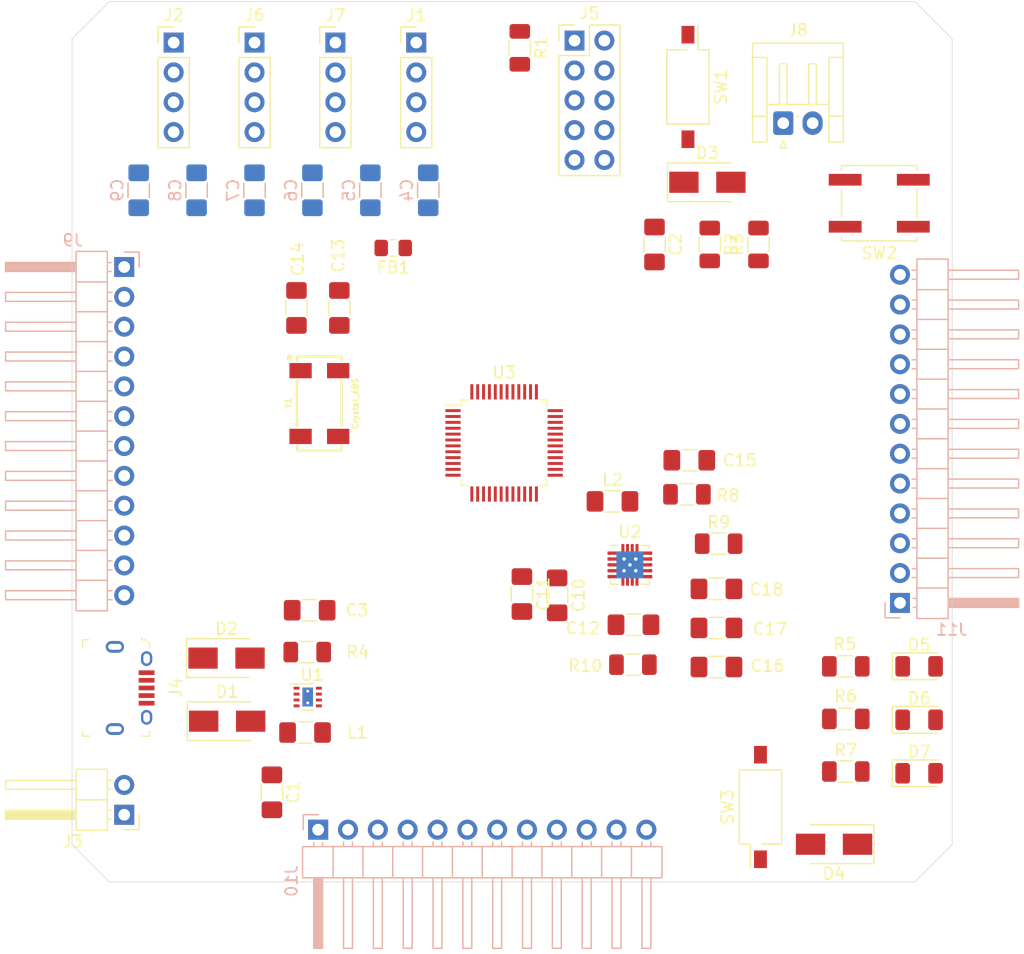
<source format=kicad_pcb>
(kicad_pcb (version 20171130) (host pcbnew 5.1.4-3.fc30)

  (general
    (thickness 1.6)
    (drawings 12)
    (tracks 0)
    (zones 0)
    (modules 56)
    (nets 76)
  )

  (page A4)
  (layers
    (0 F.Cu signal)
    (31 B.Cu signal)
    (32 B.Adhes user)
    (33 F.Adhes user)
    (34 B.Paste user)
    (35 F.Paste user)
    (36 B.SilkS user)
    (37 F.SilkS user)
    (38 B.Mask user)
    (39 F.Mask user)
    (40 Dwgs.User user)
    (41 Cmts.User user)
    (42 Eco1.User user)
    (43 Eco2.User user)
    (44 Edge.Cuts user)
    (45 Margin user)
    (46 B.CrtYd user)
    (47 F.CrtYd user)
    (48 B.Fab user)
    (49 F.Fab user)
  )

  (setup
    (last_trace_width 0.25)
    (trace_clearance 0.2)
    (zone_clearance 0.508)
    (zone_45_only no)
    (trace_min 0.2)
    (via_size 0.8)
    (via_drill 0.4)
    (via_min_size 0.4)
    (via_min_drill 0.3)
    (uvia_size 0.3)
    (uvia_drill 0.1)
    (uvias_allowed no)
    (uvia_min_size 0.2)
    (uvia_min_drill 0.1)
    (edge_width 0.05)
    (segment_width 0.2)
    (pcb_text_width 0.3)
    (pcb_text_size 1.5 1.5)
    (mod_edge_width 0.12)
    (mod_text_size 1 1)
    (mod_text_width 0.15)
    (pad_size 1.524 1.524)
    (pad_drill 0.762)
    (pad_to_mask_clearance 0.051)
    (solder_mask_min_width 0.25)
    (aux_axis_origin 0 0)
    (visible_elements FFFDFF7F)
    (pcbplotparams
      (layerselection 0x010fc_ffffffff)
      (usegerberextensions false)
      (usegerberattributes false)
      (usegerberadvancedattributes false)
      (creategerberjobfile false)
      (excludeedgelayer true)
      (linewidth 0.100000)
      (plotframeref false)
      (viasonmask false)
      (mode 1)
      (useauxorigin false)
      (hpglpennumber 1)
      (hpglpenspeed 20)
      (hpglpendiameter 15.000000)
      (psnegative false)
      (psa4output false)
      (plotreference true)
      (plotvalue true)
      (plotinvisibletext false)
      (padsonsilk false)
      (subtractmaskfromsilk false)
      (outputformat 1)
      (mirror false)
      (drillshape 1)
      (scaleselection 1)
      (outputdirectory ""))
  )

  (net 0 "")
  (net 1 "Net-(C1-Pad1)")
  (net 2 GND)
  (net 3 RST)
  (net 4 VDDIN)
  (net 5 "Net-(C3-Pad1)")
  (net 6 VDDANA)
  (net 7 VDDCORE)
  (net 8 V_BATT)
  (net 9 "Net-(C12-Pad1)")
  (net 10 "Net-(C13-Pad1)")
  (net 11 "Net-(C14-Pad2)")
  (net 12 "Net-(C15-Pad1)")
  (net 13 5V_BATT)
  (net 14 "Net-(D1-Pad1)")
  (net 15 "Net-(D2-Pad1)")
  (net 16 "Net-(D3-Pad1)")
  (net 17 "Net-(D5-Pad1)")
  (net 18 "Net-(D6-Pad1)")
  (net 19 "Net-(D7-Pad1)")
  (net 20 "Net-(J1-Pad1)")
  (net 21 "Net-(J2-Pad1)")
  (net 22 "Net-(J4-Pad3)")
  (net 23 "Net-(J4-Pad4)")
  (net 24 "Net-(J4-Pad2)")
  (net 25 SWDIO)
  (net 26 SWCLK)
  (net 27 "Net-(J5-Pad6)")
  (net 28 "Net-(J5-Pad7)")
  (net 29 "Net-(J5-Pad8)")
  (net 30 "Net-(J6-Pad1)")
  (net 31 "Net-(J7-Pad1)")
  (net 32 "Net-(J8-Pad1)")
  (net 33 PA02)
  (net 34 PA03)
  (net 35 PA04)
  (net 36 PA05)
  (net 37 PA06)
  (net 38 PA07)
  (net 39 PB03)
  (net 40 PB02)
  (net 41 PB08)
  (net 42 PB09)
  (net 43 PB23)
  (net 44 PB22)
  (net 45 PA27)
  (net 46 PA28)
  (net 47 PB10)
  (net 48 PB11)
  (net 49 PA11)
  (net 50 PA10)
  (net 51 PA09)
  (net 52 PA08)
  (net 53 PA16)
  (net 54 PA17)
  (net 55 PA18)
  (net 56 PA19)
  (net 57 PA20)
  (net 58 PA21)
  (net 59 PA22)
  (net 60 PA23)
  (net 61 PA24)
  (net 62 PA25)
  (net 63 "Net-(L1-Pad2)")
  (net 64 "Net-(L2-Pad2)")
  (net 65 "Net-(L2-Pad1)")
  (net 66 "Net-(R3-Pad2)")
  (net 67 "Net-(R4-Pad1)")
  (net 68 LED0)
  (net 69 LED1)
  (net 70 "Net-(R10-Pad1)")
  (net 71 "Net-(U1-Pad9)")
  (net 72 "Net-(U3-Pad23)")
  (net 73 "Net-(U3-Pad24)")
  (net 74 "Net-(Y1-Pad3)")
  (net 75 "Net-(Y1-Pad2)")

  (net_class Default "This is the default net class."
    (clearance 0.2)
    (trace_width 0.25)
    (via_dia 0.8)
    (via_drill 0.4)
    (uvia_dia 0.3)
    (uvia_drill 0.1)
    (add_net 5V_BATT)
    (add_net GND)
    (add_net LED0)
    (add_net LED1)
    (add_net "Net-(C1-Pad1)")
    (add_net "Net-(C12-Pad1)")
    (add_net "Net-(C13-Pad1)")
    (add_net "Net-(C14-Pad2)")
    (add_net "Net-(C15-Pad1)")
    (add_net "Net-(C3-Pad1)")
    (add_net "Net-(D1-Pad1)")
    (add_net "Net-(D2-Pad1)")
    (add_net "Net-(D3-Pad1)")
    (add_net "Net-(D5-Pad1)")
    (add_net "Net-(D6-Pad1)")
    (add_net "Net-(D7-Pad1)")
    (add_net "Net-(J1-Pad1)")
    (add_net "Net-(J2-Pad1)")
    (add_net "Net-(J4-Pad2)")
    (add_net "Net-(J4-Pad3)")
    (add_net "Net-(J4-Pad4)")
    (add_net "Net-(J5-Pad6)")
    (add_net "Net-(J5-Pad7)")
    (add_net "Net-(J5-Pad8)")
    (add_net "Net-(J6-Pad1)")
    (add_net "Net-(J7-Pad1)")
    (add_net "Net-(J8-Pad1)")
    (add_net "Net-(L1-Pad2)")
    (add_net "Net-(L2-Pad1)")
    (add_net "Net-(L2-Pad2)")
    (add_net "Net-(R10-Pad1)")
    (add_net "Net-(R3-Pad2)")
    (add_net "Net-(R4-Pad1)")
    (add_net "Net-(U1-Pad9)")
    (add_net "Net-(U3-Pad23)")
    (add_net "Net-(U3-Pad24)")
    (add_net "Net-(Y1-Pad2)")
    (add_net "Net-(Y1-Pad3)")
    (add_net PA02)
    (add_net PA03)
    (add_net PA04)
    (add_net PA05)
    (add_net PA06)
    (add_net PA07)
    (add_net PA08)
    (add_net PA09)
    (add_net PA10)
    (add_net PA11)
    (add_net PA16)
    (add_net PA17)
    (add_net PA18)
    (add_net PA19)
    (add_net PA20)
    (add_net PA21)
    (add_net PA22)
    (add_net PA23)
    (add_net PA24)
    (add_net PA25)
    (add_net PA27)
    (add_net PA28)
    (add_net PB02)
    (add_net PB03)
    (add_net PB08)
    (add_net PB09)
    (add_net PB10)
    (add_net PB11)
    (add_net PB22)
    (add_net PB23)
    (add_net RST)
    (add_net SWCLK)
    (add_net SWDIO)
    (add_net VDDANA)
    (add_net VDDCORE)
    (add_net VDDIN)
    (add_net V_BATT)
  )

  (module Capacitor_SMD:C_1206_3216Metric_Pad1.42x1.75mm_HandSolder (layer F.Cu) (tedit 5B301BBE) (tstamp 5DA495A3)
    (at 57.023 119.37492 270)
    (descr "Capacitor SMD 1206 (3216 Metric), square (rectangular) end terminal, IPC_7351 nominal with elongated pad for handsoldering. (Body size source: http://www.tortai-tech.com/upload/download/2011102023233369053.pdf), generated with kicad-footprint-generator")
    (tags "capacitor handsolder")
    (path /5DA13ECF)
    (attr smd)
    (fp_text reference C1 (at 0 -1.82 90) (layer F.SilkS)
      (effects (font (size 1 1) (thickness 0.15)))
    )
    (fp_text value 10uF (at 0 1.82 90) (layer F.Fab)
      (effects (font (size 1 1) (thickness 0.15)))
    )
    (fp_line (start -1.6 0.8) (end -1.6 -0.8) (layer F.Fab) (width 0.1))
    (fp_line (start -1.6 -0.8) (end 1.6 -0.8) (layer F.Fab) (width 0.1))
    (fp_line (start 1.6 -0.8) (end 1.6 0.8) (layer F.Fab) (width 0.1))
    (fp_line (start 1.6 0.8) (end -1.6 0.8) (layer F.Fab) (width 0.1))
    (fp_line (start -0.602064 -0.91) (end 0.602064 -0.91) (layer F.SilkS) (width 0.12))
    (fp_line (start -0.602064 0.91) (end 0.602064 0.91) (layer F.SilkS) (width 0.12))
    (fp_line (start -2.45 1.12) (end -2.45 -1.12) (layer F.CrtYd) (width 0.05))
    (fp_line (start -2.45 -1.12) (end 2.45 -1.12) (layer F.CrtYd) (width 0.05))
    (fp_line (start 2.45 -1.12) (end 2.45 1.12) (layer F.CrtYd) (width 0.05))
    (fp_line (start 2.45 1.12) (end -2.45 1.12) (layer F.CrtYd) (width 0.05))
    (fp_text user %R (at 0 0 90) (layer F.Fab)
      (effects (font (size 0.8 0.8) (thickness 0.12)))
    )
    (pad 1 smd roundrect (at -1.4875 0 270) (size 1.425 1.75) (layers F.Cu F.Paste F.Mask) (roundrect_rratio 0.175439)
      (net 1 "Net-(C1-Pad1)"))
    (pad 2 smd roundrect (at 1.4875 0 270) (size 1.425 1.75) (layers F.Cu F.Paste F.Mask) (roundrect_rratio 0.175439)
      (net 2 GND))
    (model ${KISYS3DMOD}/Capacitor_SMD.3dshapes/C_1206_3216Metric.wrl
      (at (xyz 0 0 0))
      (scale (xyz 1 1 1))
      (rotate (xyz 0 0 0))
    )
  )

  (module Capacitor_SMD:C_1206_3216Metric_Pad1.42x1.75mm_HandSolder (layer F.Cu) (tedit 5B301BBE) (tstamp 5DA495B4)
    (at 89.59272 72.7366 270)
    (descr "Capacitor SMD 1206 (3216 Metric), square (rectangular) end terminal, IPC_7351 nominal with elongated pad for handsoldering. (Body size source: http://www.tortai-tech.com/upload/download/2011102023233369053.pdf), generated with kicad-footprint-generator")
    (tags "capacitor handsolder")
    (path /5DAC03E9)
    (attr smd)
    (fp_text reference C2 (at 0 -1.82 90) (layer F.SilkS)
      (effects (font (size 1 1) (thickness 0.15)))
    )
    (fp_text value 100pF (at 0 1.82 90) (layer F.Fab)
      (effects (font (size 1 1) (thickness 0.15)))
    )
    (fp_text user %R (at 0 0 90) (layer F.Fab)
      (effects (font (size 0.8 0.8) (thickness 0.12)))
    )
    (fp_line (start 2.45 1.12) (end -2.45 1.12) (layer F.CrtYd) (width 0.05))
    (fp_line (start 2.45 -1.12) (end 2.45 1.12) (layer F.CrtYd) (width 0.05))
    (fp_line (start -2.45 -1.12) (end 2.45 -1.12) (layer F.CrtYd) (width 0.05))
    (fp_line (start -2.45 1.12) (end -2.45 -1.12) (layer F.CrtYd) (width 0.05))
    (fp_line (start -0.602064 0.91) (end 0.602064 0.91) (layer F.SilkS) (width 0.12))
    (fp_line (start -0.602064 -0.91) (end 0.602064 -0.91) (layer F.SilkS) (width 0.12))
    (fp_line (start 1.6 0.8) (end -1.6 0.8) (layer F.Fab) (width 0.1))
    (fp_line (start 1.6 -0.8) (end 1.6 0.8) (layer F.Fab) (width 0.1))
    (fp_line (start -1.6 -0.8) (end 1.6 -0.8) (layer F.Fab) (width 0.1))
    (fp_line (start -1.6 0.8) (end -1.6 -0.8) (layer F.Fab) (width 0.1))
    (pad 2 smd roundrect (at 1.4875 0 270) (size 1.425 1.75) (layers F.Cu F.Paste F.Mask) (roundrect_rratio 0.175439)
      (net 3 RST))
    (pad 1 smd roundrect (at -1.4875 0 270) (size 1.425 1.75) (layers F.Cu F.Paste F.Mask) (roundrect_rratio 0.175439)
      (net 4 VDDIN))
    (model ${KISYS3DMOD}/Capacitor_SMD.3dshapes/C_1206_3216Metric.wrl
      (at (xyz 0 0 0))
      (scale (xyz 1 1 1))
      (rotate (xyz 0 0 0))
    )
  )

  (module Capacitor_SMD:C_1206_3216Metric_Pad1.42x1.75mm_HandSolder (layer F.Cu) (tedit 5B301BBE) (tstamp 5DA495C5)
    (at 60.2377 103.87584 180)
    (descr "Capacitor SMD 1206 (3216 Metric), square (rectangular) end terminal, IPC_7351 nominal with elongated pad for handsoldering. (Body size source: http://www.tortai-tech.com/upload/download/2011102023233369053.pdf), generated with kicad-footprint-generator")
    (tags "capacitor handsolder")
    (path /5DA120DC)
    (attr smd)
    (fp_text reference C3 (at -4.0275 0) (layer F.SilkS)
      (effects (font (size 1 1) (thickness 0.15)))
    )
    (fp_text value 22uF (at 0 1.82) (layer F.Fab)
      (effects (font (size 1 1) (thickness 0.15)))
    )
    (fp_text user %R (at 0 0) (layer F.Fab)
      (effects (font (size 0.8 0.8) (thickness 0.12)))
    )
    (fp_line (start 2.45 1.12) (end -2.45 1.12) (layer F.CrtYd) (width 0.05))
    (fp_line (start 2.45 -1.12) (end 2.45 1.12) (layer F.CrtYd) (width 0.05))
    (fp_line (start -2.45 -1.12) (end 2.45 -1.12) (layer F.CrtYd) (width 0.05))
    (fp_line (start -2.45 1.12) (end -2.45 -1.12) (layer F.CrtYd) (width 0.05))
    (fp_line (start -0.602064 0.91) (end 0.602064 0.91) (layer F.SilkS) (width 0.12))
    (fp_line (start -0.602064 -0.91) (end 0.602064 -0.91) (layer F.SilkS) (width 0.12))
    (fp_line (start 1.6 0.8) (end -1.6 0.8) (layer F.Fab) (width 0.1))
    (fp_line (start 1.6 -0.8) (end 1.6 0.8) (layer F.Fab) (width 0.1))
    (fp_line (start -1.6 -0.8) (end 1.6 -0.8) (layer F.Fab) (width 0.1))
    (fp_line (start -1.6 0.8) (end -1.6 -0.8) (layer F.Fab) (width 0.1))
    (pad 2 smd roundrect (at 1.4875 0 180) (size 1.425 1.75) (layers F.Cu F.Paste F.Mask) (roundrect_rratio 0.175439)
      (net 2 GND))
    (pad 1 smd roundrect (at -1.4875 0 180) (size 1.425 1.75) (layers F.Cu F.Paste F.Mask) (roundrect_rratio 0.175439)
      (net 5 "Net-(C3-Pad1)"))
    (model ${KISYS3DMOD}/Capacitor_SMD.3dshapes/C_1206_3216Metric.wrl
      (at (xyz 0 0 0))
      (scale (xyz 1 1 1))
      (rotate (xyz 0 0 0))
    )
  )

  (module Capacitor_SMD:C_1206_3216Metric_Pad1.42x1.75mm_HandSolder (layer B.Cu) (tedit 5B301BBE) (tstamp 5DA495D6)
    (at 70.33148 68.12304 270)
    (descr "Capacitor SMD 1206 (3216 Metric), square (rectangular) end terminal, IPC_7351 nominal with elongated pad for handsoldering. (Body size source: http://www.tortai-tech.com/upload/download/2011102023233369053.pdf), generated with kicad-footprint-generator")
    (tags "capacitor handsolder")
    (path /5DA9228F)
    (attr smd)
    (fp_text reference C4 (at 0 1.82 270) (layer B.SilkS)
      (effects (font (size 1 1) (thickness 0.15)) (justify mirror))
    )
    (fp_text value 10uF (at 0 -1.82 270) (layer B.Fab)
      (effects (font (size 1 1) (thickness 0.15)) (justify mirror))
    )
    (fp_line (start -1.6 -0.8) (end -1.6 0.8) (layer B.Fab) (width 0.1))
    (fp_line (start -1.6 0.8) (end 1.6 0.8) (layer B.Fab) (width 0.1))
    (fp_line (start 1.6 0.8) (end 1.6 -0.8) (layer B.Fab) (width 0.1))
    (fp_line (start 1.6 -0.8) (end -1.6 -0.8) (layer B.Fab) (width 0.1))
    (fp_line (start -0.602064 0.91) (end 0.602064 0.91) (layer B.SilkS) (width 0.12))
    (fp_line (start -0.602064 -0.91) (end 0.602064 -0.91) (layer B.SilkS) (width 0.12))
    (fp_line (start -2.45 -1.12) (end -2.45 1.12) (layer B.CrtYd) (width 0.05))
    (fp_line (start -2.45 1.12) (end 2.45 1.12) (layer B.CrtYd) (width 0.05))
    (fp_line (start 2.45 1.12) (end 2.45 -1.12) (layer B.CrtYd) (width 0.05))
    (fp_line (start 2.45 -1.12) (end -2.45 -1.12) (layer B.CrtYd) (width 0.05))
    (fp_text user %R (at 0 0 270) (layer B.Fab)
      (effects (font (size 0.8 0.8) (thickness 0.12)) (justify mirror))
    )
    (pad 1 smd roundrect (at -1.4875 0 270) (size 1.425 1.75) (layers B.Cu B.Paste B.Mask) (roundrect_rratio 0.175439)
      (net 4 VDDIN))
    (pad 2 smd roundrect (at 1.4875 0 270) (size 1.425 1.75) (layers B.Cu B.Paste B.Mask) (roundrect_rratio 0.175439)
      (net 2 GND))
    (model ${KISYS3DMOD}/Capacitor_SMD.3dshapes/C_1206_3216Metric.wrl
      (at (xyz 0 0 0))
      (scale (xyz 1 1 1))
      (rotate (xyz 0 0 0))
    )
  )

  (module Capacitor_SMD:C_1206_3216Metric_Pad1.42x1.75mm_HandSolder (layer B.Cu) (tedit 5B301BBE) (tstamp 5DA495E7)
    (at 65.40148 68.12304 270)
    (descr "Capacitor SMD 1206 (3216 Metric), square (rectangular) end terminal, IPC_7351 nominal with elongated pad for handsoldering. (Body size source: http://www.tortai-tech.com/upload/download/2011102023233369053.pdf), generated with kicad-footprint-generator")
    (tags "capacitor handsolder")
    (path /5DA850D7)
    (attr smd)
    (fp_text reference C5 (at 0 1.82 270) (layer B.SilkS)
      (effects (font (size 1 1) (thickness 0.15)) (justify mirror))
    )
    (fp_text value 10uF (at 0 -1.82 270) (layer B.Fab)
      (effects (font (size 1 1) (thickness 0.15)) (justify mirror))
    )
    (fp_text user %R (at 0 0 270) (layer B.Fab)
      (effects (font (size 0.8 0.8) (thickness 0.12)) (justify mirror))
    )
    (fp_line (start 2.45 -1.12) (end -2.45 -1.12) (layer B.CrtYd) (width 0.05))
    (fp_line (start 2.45 1.12) (end 2.45 -1.12) (layer B.CrtYd) (width 0.05))
    (fp_line (start -2.45 1.12) (end 2.45 1.12) (layer B.CrtYd) (width 0.05))
    (fp_line (start -2.45 -1.12) (end -2.45 1.12) (layer B.CrtYd) (width 0.05))
    (fp_line (start -0.602064 -0.91) (end 0.602064 -0.91) (layer B.SilkS) (width 0.12))
    (fp_line (start -0.602064 0.91) (end 0.602064 0.91) (layer B.SilkS) (width 0.12))
    (fp_line (start 1.6 -0.8) (end -1.6 -0.8) (layer B.Fab) (width 0.1))
    (fp_line (start 1.6 0.8) (end 1.6 -0.8) (layer B.Fab) (width 0.1))
    (fp_line (start -1.6 0.8) (end 1.6 0.8) (layer B.Fab) (width 0.1))
    (fp_line (start -1.6 -0.8) (end -1.6 0.8) (layer B.Fab) (width 0.1))
    (pad 2 smd roundrect (at 1.4875 0 270) (size 1.425 1.75) (layers B.Cu B.Paste B.Mask) (roundrect_rratio 0.175439)
      (net 2 GND))
    (pad 1 smd roundrect (at -1.4875 0 270) (size 1.425 1.75) (layers B.Cu B.Paste B.Mask) (roundrect_rratio 0.175439)
      (net 6 VDDANA))
    (model ${KISYS3DMOD}/Capacitor_SMD.3dshapes/C_1206_3216Metric.wrl
      (at (xyz 0 0 0))
      (scale (xyz 1 1 1))
      (rotate (xyz 0 0 0))
    )
  )

  (module Capacitor_SMD:C_1206_3216Metric_Pad1.42x1.75mm_HandSolder (layer B.Cu) (tedit 5B301BBE) (tstamp 5DA495F8)
    (at 60.47148 68.12304 270)
    (descr "Capacitor SMD 1206 (3216 Metric), square (rectangular) end terminal, IPC_7351 nominal with elongated pad for handsoldering. (Body size source: http://www.tortai-tech.com/upload/download/2011102023233369053.pdf), generated with kicad-footprint-generator")
    (tags "capacitor handsolder")
    (path /5DA90871)
    (attr smd)
    (fp_text reference C6 (at 0 1.82 270) (layer B.SilkS)
      (effects (font (size 1 1) (thickness 0.15)) (justify mirror))
    )
    (fp_text value 100nF (at 0 -1.82 270) (layer B.Fab)
      (effects (font (size 1 1) (thickness 0.15)) (justify mirror))
    )
    (fp_line (start -1.6 -0.8) (end -1.6 0.8) (layer B.Fab) (width 0.1))
    (fp_line (start -1.6 0.8) (end 1.6 0.8) (layer B.Fab) (width 0.1))
    (fp_line (start 1.6 0.8) (end 1.6 -0.8) (layer B.Fab) (width 0.1))
    (fp_line (start 1.6 -0.8) (end -1.6 -0.8) (layer B.Fab) (width 0.1))
    (fp_line (start -0.602064 0.91) (end 0.602064 0.91) (layer B.SilkS) (width 0.12))
    (fp_line (start -0.602064 -0.91) (end 0.602064 -0.91) (layer B.SilkS) (width 0.12))
    (fp_line (start -2.45 -1.12) (end -2.45 1.12) (layer B.CrtYd) (width 0.05))
    (fp_line (start -2.45 1.12) (end 2.45 1.12) (layer B.CrtYd) (width 0.05))
    (fp_line (start 2.45 1.12) (end 2.45 -1.12) (layer B.CrtYd) (width 0.05))
    (fp_line (start 2.45 -1.12) (end -2.45 -1.12) (layer B.CrtYd) (width 0.05))
    (fp_text user %R (at 0 0 270) (layer B.Fab)
      (effects (font (size 0.8 0.8) (thickness 0.12)) (justify mirror))
    )
    (pad 1 smd roundrect (at -1.4875 0 270) (size 1.425 1.75) (layers B.Cu B.Paste B.Mask) (roundrect_rratio 0.175439)
      (net 4 VDDIN))
    (pad 2 smd roundrect (at 1.4875 0 270) (size 1.425 1.75) (layers B.Cu B.Paste B.Mask) (roundrect_rratio 0.175439)
      (net 2 GND))
    (model ${KISYS3DMOD}/Capacitor_SMD.3dshapes/C_1206_3216Metric.wrl
      (at (xyz 0 0 0))
      (scale (xyz 1 1 1))
      (rotate (xyz 0 0 0))
    )
  )

  (module Capacitor_SMD:C_1206_3216Metric_Pad1.42x1.75mm_HandSolder (layer B.Cu) (tedit 5B301BBE) (tstamp 5DA49609)
    (at 55.54148 68.12304 270)
    (descr "Capacitor SMD 1206 (3216 Metric), square (rectangular) end terminal, IPC_7351 nominal with elongated pad for handsoldering. (Body size source: http://www.tortai-tech.com/upload/download/2011102023233369053.pdf), generated with kicad-footprint-generator")
    (tags "capacitor handsolder")
    (path /5DA91898)
    (attr smd)
    (fp_text reference C7 (at 0 1.82 270) (layer B.SilkS)
      (effects (font (size 1 1) (thickness 0.15)) (justify mirror))
    )
    (fp_text value 100nF (at 0 -1.82 270) (layer B.Fab)
      (effects (font (size 1 1) (thickness 0.15)) (justify mirror))
    )
    (fp_text user %R (at 0 0 270) (layer B.Fab)
      (effects (font (size 0.8 0.8) (thickness 0.12)) (justify mirror))
    )
    (fp_line (start 2.45 -1.12) (end -2.45 -1.12) (layer B.CrtYd) (width 0.05))
    (fp_line (start 2.45 1.12) (end 2.45 -1.12) (layer B.CrtYd) (width 0.05))
    (fp_line (start -2.45 1.12) (end 2.45 1.12) (layer B.CrtYd) (width 0.05))
    (fp_line (start -2.45 -1.12) (end -2.45 1.12) (layer B.CrtYd) (width 0.05))
    (fp_line (start -0.602064 -0.91) (end 0.602064 -0.91) (layer B.SilkS) (width 0.12))
    (fp_line (start -0.602064 0.91) (end 0.602064 0.91) (layer B.SilkS) (width 0.12))
    (fp_line (start 1.6 -0.8) (end -1.6 -0.8) (layer B.Fab) (width 0.1))
    (fp_line (start 1.6 0.8) (end 1.6 -0.8) (layer B.Fab) (width 0.1))
    (fp_line (start -1.6 0.8) (end 1.6 0.8) (layer B.Fab) (width 0.1))
    (fp_line (start -1.6 -0.8) (end -1.6 0.8) (layer B.Fab) (width 0.1))
    (pad 2 smd roundrect (at 1.4875 0 270) (size 1.425 1.75) (layers B.Cu B.Paste B.Mask) (roundrect_rratio 0.175439)
      (net 2 GND))
    (pad 1 smd roundrect (at -1.4875 0 270) (size 1.425 1.75) (layers B.Cu B.Paste B.Mask) (roundrect_rratio 0.175439)
      (net 4 VDDIN))
    (model ${KISYS3DMOD}/Capacitor_SMD.3dshapes/C_1206_3216Metric.wrl
      (at (xyz 0 0 0))
      (scale (xyz 1 1 1))
      (rotate (xyz 0 0 0))
    )
  )

  (module Capacitor_SMD:C_1206_3216Metric_Pad1.42x1.75mm_HandSolder (layer B.Cu) (tedit 5B301BBE) (tstamp 5DA4961A)
    (at 50.61148 68.12304 270)
    (descr "Capacitor SMD 1206 (3216 Metric), square (rectangular) end terminal, IPC_7351 nominal with elongated pad for handsoldering. (Body size source: http://www.tortai-tech.com/upload/download/2011102023233369053.pdf), generated with kicad-footprint-generator")
    (tags "capacitor handsolder")
    (path /5DA9EB9B)
    (attr smd)
    (fp_text reference C8 (at 0 1.82 270) (layer B.SilkS)
      (effects (font (size 1 1) (thickness 0.15)) (justify mirror))
    )
    (fp_text value 1uF (at 0 -1.82 270) (layer B.Fab)
      (effects (font (size 1 1) (thickness 0.15)) (justify mirror))
    )
    (fp_text user %R (at 0 0 270) (layer B.Fab)
      (effects (font (size 0.8 0.8) (thickness 0.12)) (justify mirror))
    )
    (fp_line (start 2.45 -1.12) (end -2.45 -1.12) (layer B.CrtYd) (width 0.05))
    (fp_line (start 2.45 1.12) (end 2.45 -1.12) (layer B.CrtYd) (width 0.05))
    (fp_line (start -2.45 1.12) (end 2.45 1.12) (layer B.CrtYd) (width 0.05))
    (fp_line (start -2.45 -1.12) (end -2.45 1.12) (layer B.CrtYd) (width 0.05))
    (fp_line (start -0.602064 -0.91) (end 0.602064 -0.91) (layer B.SilkS) (width 0.12))
    (fp_line (start -0.602064 0.91) (end 0.602064 0.91) (layer B.SilkS) (width 0.12))
    (fp_line (start 1.6 -0.8) (end -1.6 -0.8) (layer B.Fab) (width 0.1))
    (fp_line (start 1.6 0.8) (end 1.6 -0.8) (layer B.Fab) (width 0.1))
    (fp_line (start -1.6 0.8) (end 1.6 0.8) (layer B.Fab) (width 0.1))
    (fp_line (start -1.6 -0.8) (end -1.6 0.8) (layer B.Fab) (width 0.1))
    (pad 2 smd roundrect (at 1.4875 0 270) (size 1.425 1.75) (layers B.Cu B.Paste B.Mask) (roundrect_rratio 0.175439)
      (net 2 GND))
    (pad 1 smd roundrect (at -1.4875 0 270) (size 1.425 1.75) (layers B.Cu B.Paste B.Mask) (roundrect_rratio 0.175439)
      (net 7 VDDCORE))
    (model ${KISYS3DMOD}/Capacitor_SMD.3dshapes/C_1206_3216Metric.wrl
      (at (xyz 0 0 0))
      (scale (xyz 1 1 1))
      (rotate (xyz 0 0 0))
    )
  )

  (module Capacitor_SMD:C_1206_3216Metric_Pad1.42x1.75mm_HandSolder (layer B.Cu) (tedit 5B301BBE) (tstamp 5DA4962B)
    (at 45.68148 68.12304 270)
    (descr "Capacitor SMD 1206 (3216 Metric), square (rectangular) end terminal, IPC_7351 nominal with elongated pad for handsoldering. (Body size source: http://www.tortai-tech.com/upload/download/2011102023233369053.pdf), generated with kicad-footprint-generator")
    (tags "capacitor handsolder")
    (path /5DAA0EBA)
    (attr smd)
    (fp_text reference C9 (at 0 1.82 270) (layer B.SilkS)
      (effects (font (size 1 1) (thickness 0.15)) (justify mirror))
    )
    (fp_text value 100nF (at 0 -1.82 270) (layer B.Fab)
      (effects (font (size 1 1) (thickness 0.15)) (justify mirror))
    )
    (fp_line (start -1.6 -0.8) (end -1.6 0.8) (layer B.Fab) (width 0.1))
    (fp_line (start -1.6 0.8) (end 1.6 0.8) (layer B.Fab) (width 0.1))
    (fp_line (start 1.6 0.8) (end 1.6 -0.8) (layer B.Fab) (width 0.1))
    (fp_line (start 1.6 -0.8) (end -1.6 -0.8) (layer B.Fab) (width 0.1))
    (fp_line (start -0.602064 0.91) (end 0.602064 0.91) (layer B.SilkS) (width 0.12))
    (fp_line (start -0.602064 -0.91) (end 0.602064 -0.91) (layer B.SilkS) (width 0.12))
    (fp_line (start -2.45 -1.12) (end -2.45 1.12) (layer B.CrtYd) (width 0.05))
    (fp_line (start -2.45 1.12) (end 2.45 1.12) (layer B.CrtYd) (width 0.05))
    (fp_line (start 2.45 1.12) (end 2.45 -1.12) (layer B.CrtYd) (width 0.05))
    (fp_line (start 2.45 -1.12) (end -2.45 -1.12) (layer B.CrtYd) (width 0.05))
    (fp_text user %R (at 0 0 270) (layer B.Fab)
      (effects (font (size 0.8 0.8) (thickness 0.12)) (justify mirror))
    )
    (pad 1 smd roundrect (at -1.4875 0 270) (size 1.425 1.75) (layers B.Cu B.Paste B.Mask) (roundrect_rratio 0.175439)
      (net 7 VDDCORE))
    (pad 2 smd roundrect (at 1.4875 0 270) (size 1.425 1.75) (layers B.Cu B.Paste B.Mask) (roundrect_rratio 0.175439)
      (net 2 GND))
    (model ${KISYS3DMOD}/Capacitor_SMD.3dshapes/C_1206_3216Metric.wrl
      (at (xyz 0 0 0))
      (scale (xyz 1 1 1))
      (rotate (xyz 0 0 0))
    )
  )

  (module Capacitor_SMD:C_1206_3216Metric_Pad1.42x1.75mm_HandSolder (layer F.Cu) (tedit 5B301BBE) (tstamp 5DA4963C)
    (at 81.30352 102.60768 270)
    (descr "Capacitor SMD 1206 (3216 Metric), square (rectangular) end terminal, IPC_7351 nominal with elongated pad for handsoldering. (Body size source: http://www.tortai-tech.com/upload/download/2011102023233369053.pdf), generated with kicad-footprint-generator")
    (tags "capacitor handsolder")
    (path /5DCDCFA6)
    (attr smd)
    (fp_text reference C10 (at 0 -1.82 90) (layer F.SilkS)
      (effects (font (size 1 1) (thickness 0.15)))
    )
    (fp_text value 10uF (at 0 1.82 90) (layer F.Fab)
      (effects (font (size 1 1) (thickness 0.15)))
    )
    (fp_text user %R (at 0 0 90) (layer F.Fab)
      (effects (font (size 0.8 0.8) (thickness 0.12)))
    )
    (fp_line (start 2.45 1.12) (end -2.45 1.12) (layer F.CrtYd) (width 0.05))
    (fp_line (start 2.45 -1.12) (end 2.45 1.12) (layer F.CrtYd) (width 0.05))
    (fp_line (start -2.45 -1.12) (end 2.45 -1.12) (layer F.CrtYd) (width 0.05))
    (fp_line (start -2.45 1.12) (end -2.45 -1.12) (layer F.CrtYd) (width 0.05))
    (fp_line (start -0.602064 0.91) (end 0.602064 0.91) (layer F.SilkS) (width 0.12))
    (fp_line (start -0.602064 -0.91) (end 0.602064 -0.91) (layer F.SilkS) (width 0.12))
    (fp_line (start 1.6 0.8) (end -1.6 0.8) (layer F.Fab) (width 0.1))
    (fp_line (start 1.6 -0.8) (end 1.6 0.8) (layer F.Fab) (width 0.1))
    (fp_line (start -1.6 -0.8) (end 1.6 -0.8) (layer F.Fab) (width 0.1))
    (fp_line (start -1.6 0.8) (end -1.6 -0.8) (layer F.Fab) (width 0.1))
    (pad 2 smd roundrect (at 1.4875 0 270) (size 1.425 1.75) (layers F.Cu F.Paste F.Mask) (roundrect_rratio 0.175439)
      (net 2 GND))
    (pad 1 smd roundrect (at -1.4875 0 270) (size 1.425 1.75) (layers F.Cu F.Paste F.Mask) (roundrect_rratio 0.175439)
      (net 8 V_BATT))
    (model ${KISYS3DMOD}/Capacitor_SMD.3dshapes/C_1206_3216Metric.wrl
      (at (xyz 0 0 0))
      (scale (xyz 1 1 1))
      (rotate (xyz 0 0 0))
    )
  )

  (module Capacitor_SMD:C_1206_3216Metric_Pad1.42x1.75mm_HandSolder (layer F.Cu) (tedit 5B301BBE) (tstamp 5DA4964D)
    (at 78.30352 102.49518 270)
    (descr "Capacitor SMD 1206 (3216 Metric), square (rectangular) end terminal, IPC_7351 nominal with elongated pad for handsoldering. (Body size source: http://www.tortai-tech.com/upload/download/2011102023233369053.pdf), generated with kicad-footprint-generator")
    (tags "capacitor handsolder")
    (path /5DCDD6F9)
    (attr smd)
    (fp_text reference C11 (at 0 -1.82 90) (layer F.SilkS)
      (effects (font (size 1 1) (thickness 0.15)))
    )
    (fp_text value 10uF (at 0 1.82 90) (layer F.Fab)
      (effects (font (size 1 1) (thickness 0.15)))
    )
    (fp_line (start -1.6 0.8) (end -1.6 -0.8) (layer F.Fab) (width 0.1))
    (fp_line (start -1.6 -0.8) (end 1.6 -0.8) (layer F.Fab) (width 0.1))
    (fp_line (start 1.6 -0.8) (end 1.6 0.8) (layer F.Fab) (width 0.1))
    (fp_line (start 1.6 0.8) (end -1.6 0.8) (layer F.Fab) (width 0.1))
    (fp_line (start -0.602064 -0.91) (end 0.602064 -0.91) (layer F.SilkS) (width 0.12))
    (fp_line (start -0.602064 0.91) (end 0.602064 0.91) (layer F.SilkS) (width 0.12))
    (fp_line (start -2.45 1.12) (end -2.45 -1.12) (layer F.CrtYd) (width 0.05))
    (fp_line (start -2.45 -1.12) (end 2.45 -1.12) (layer F.CrtYd) (width 0.05))
    (fp_line (start 2.45 -1.12) (end 2.45 1.12) (layer F.CrtYd) (width 0.05))
    (fp_line (start 2.45 1.12) (end -2.45 1.12) (layer F.CrtYd) (width 0.05))
    (fp_text user %R (at 0 0 90) (layer F.Fab)
      (effects (font (size 0.8 0.8) (thickness 0.12)))
    )
    (pad 1 smd roundrect (at -1.4875 0 270) (size 1.425 1.75) (layers F.Cu F.Paste F.Mask) (roundrect_rratio 0.175439)
      (net 8 V_BATT))
    (pad 2 smd roundrect (at 1.4875 0 270) (size 1.425 1.75) (layers F.Cu F.Paste F.Mask) (roundrect_rratio 0.175439)
      (net 2 GND))
    (model ${KISYS3DMOD}/Capacitor_SMD.3dshapes/C_1206_3216Metric.wrl
      (at (xyz 0 0 0))
      (scale (xyz 1 1 1))
      (rotate (xyz 0 0 0))
    )
  )

  (module Capacitor_SMD:C_1206_3216Metric_Pad1.42x1.75mm_HandSolder (layer F.Cu) (tedit 5B301BBE) (tstamp 5DA4965E)
    (at 87.80352 105.10768 180)
    (descr "Capacitor SMD 1206 (3216 Metric), square (rectangular) end terminal, IPC_7351 nominal with elongated pad for handsoldering. (Body size source: http://www.tortai-tech.com/upload/download/2011102023233369053.pdf), generated with kicad-footprint-generator")
    (tags "capacitor handsolder")
    (path /5DCDC2FE)
    (attr smd)
    (fp_text reference C12 (at 4.3 -0.3) (layer F.SilkS)
      (effects (font (size 1 1) (thickness 0.15)))
    )
    (fp_text value 0.1uF (at 0 1.82) (layer F.Fab)
      (effects (font (size 1 1) (thickness 0.15)))
    )
    (fp_text user %R (at 0 0) (layer F.Fab)
      (effects (font (size 0.8 0.8) (thickness 0.12)))
    )
    (fp_line (start 2.45 1.12) (end -2.45 1.12) (layer F.CrtYd) (width 0.05))
    (fp_line (start 2.45 -1.12) (end 2.45 1.12) (layer F.CrtYd) (width 0.05))
    (fp_line (start -2.45 -1.12) (end 2.45 -1.12) (layer F.CrtYd) (width 0.05))
    (fp_line (start -2.45 1.12) (end -2.45 -1.12) (layer F.CrtYd) (width 0.05))
    (fp_line (start -0.602064 0.91) (end 0.602064 0.91) (layer F.SilkS) (width 0.12))
    (fp_line (start -0.602064 -0.91) (end 0.602064 -0.91) (layer F.SilkS) (width 0.12))
    (fp_line (start 1.6 0.8) (end -1.6 0.8) (layer F.Fab) (width 0.1))
    (fp_line (start 1.6 -0.8) (end 1.6 0.8) (layer F.Fab) (width 0.1))
    (fp_line (start -1.6 -0.8) (end 1.6 -0.8) (layer F.Fab) (width 0.1))
    (fp_line (start -1.6 0.8) (end -1.6 -0.8) (layer F.Fab) (width 0.1))
    (pad 2 smd roundrect (at 1.4875 0 180) (size 1.425 1.75) (layers F.Cu F.Paste F.Mask) (roundrect_rratio 0.175439)
      (net 2 GND))
    (pad 1 smd roundrect (at -1.4875 0 180) (size 1.425 1.75) (layers F.Cu F.Paste F.Mask) (roundrect_rratio 0.175439)
      (net 9 "Net-(C12-Pad1)"))
    (model ${KISYS3DMOD}/Capacitor_SMD.3dshapes/C_1206_3216Metric.wrl
      (at (xyz 0 0 0))
      (scale (xyz 1 1 1))
      (rotate (xyz 0 0 0))
    )
  )

  (module Capacitor_SMD:C_1206_3216Metric_Pad1.42x1.75mm_HandSolder (layer F.Cu) (tedit 5B301BBE) (tstamp 5DA4966F)
    (at 62.76308 78.13946 90)
    (descr "Capacitor SMD 1206 (3216 Metric), square (rectangular) end terminal, IPC_7351 nominal with elongated pad for handsoldering. (Body size source: http://www.tortai-tech.com/upload/download/2011102023233369053.pdf), generated with kicad-footprint-generator")
    (tags "capacitor handsolder")
    (path /5DFF7F6D)
    (attr smd)
    (fp_text reference C13 (at 4.45 -0.1 90) (layer F.SilkS)
      (effects (font (size 1 1) (thickness 0.15)))
    )
    (fp_text value 15pF (at 0 1.82 90) (layer F.Fab)
      (effects (font (size 1 1) (thickness 0.15)))
    )
    (fp_text user %R (at 0 0 90) (layer F.Fab)
      (effects (font (size 0.8 0.8) (thickness 0.12)))
    )
    (fp_line (start 2.45 1.12) (end -2.45 1.12) (layer F.CrtYd) (width 0.05))
    (fp_line (start 2.45 -1.12) (end 2.45 1.12) (layer F.CrtYd) (width 0.05))
    (fp_line (start -2.45 -1.12) (end 2.45 -1.12) (layer F.CrtYd) (width 0.05))
    (fp_line (start -2.45 1.12) (end -2.45 -1.12) (layer F.CrtYd) (width 0.05))
    (fp_line (start -0.602064 0.91) (end 0.602064 0.91) (layer F.SilkS) (width 0.12))
    (fp_line (start -0.602064 -0.91) (end 0.602064 -0.91) (layer F.SilkS) (width 0.12))
    (fp_line (start 1.6 0.8) (end -1.6 0.8) (layer F.Fab) (width 0.1))
    (fp_line (start 1.6 -0.8) (end 1.6 0.8) (layer F.Fab) (width 0.1))
    (fp_line (start -1.6 -0.8) (end 1.6 -0.8) (layer F.Fab) (width 0.1))
    (fp_line (start -1.6 0.8) (end -1.6 -0.8) (layer F.Fab) (width 0.1))
    (pad 2 smd roundrect (at 1.4875 0 90) (size 1.425 1.75) (layers F.Cu F.Paste F.Mask) (roundrect_rratio 0.175439)
      (net 2 GND))
    (pad 1 smd roundrect (at -1.4875 0 90) (size 1.425 1.75) (layers F.Cu F.Paste F.Mask) (roundrect_rratio 0.175439)
      (net 10 "Net-(C13-Pad1)"))
    (model ${KISYS3DMOD}/Capacitor_SMD.3dshapes/C_1206_3216Metric.wrl
      (at (xyz 0 0 0))
      (scale (xyz 1 1 1))
      (rotate (xyz 0 0 0))
    )
  )

  (module Capacitor_SMD:C_1206_3216Metric_Pad1.42x1.75mm_HandSolder (layer F.Cu) (tedit 5B301BBE) (tstamp 5DA49680)
    (at 59.11308 78.13946 270)
    (descr "Capacitor SMD 1206 (3216 Metric), square (rectangular) end terminal, IPC_7351 nominal with elongated pad for handsoldering. (Body size source: http://www.tortai-tech.com/upload/download/2011102023233369053.pdf), generated with kicad-footprint-generator")
    (tags "capacitor handsolder")
    (path /5DFF92C3)
    (attr smd)
    (fp_text reference C14 (at -4.1625 -0.1 90) (layer F.SilkS)
      (effects (font (size 1 1) (thickness 0.15)))
    )
    (fp_text value 15pF (at 0 1.82 90) (layer F.Fab)
      (effects (font (size 1 1) (thickness 0.15)))
    )
    (fp_line (start -1.6 0.8) (end -1.6 -0.8) (layer F.Fab) (width 0.1))
    (fp_line (start -1.6 -0.8) (end 1.6 -0.8) (layer F.Fab) (width 0.1))
    (fp_line (start 1.6 -0.8) (end 1.6 0.8) (layer F.Fab) (width 0.1))
    (fp_line (start 1.6 0.8) (end -1.6 0.8) (layer F.Fab) (width 0.1))
    (fp_line (start -0.602064 -0.91) (end 0.602064 -0.91) (layer F.SilkS) (width 0.12))
    (fp_line (start -0.602064 0.91) (end 0.602064 0.91) (layer F.SilkS) (width 0.12))
    (fp_line (start -2.45 1.12) (end -2.45 -1.12) (layer F.CrtYd) (width 0.05))
    (fp_line (start -2.45 -1.12) (end 2.45 -1.12) (layer F.CrtYd) (width 0.05))
    (fp_line (start 2.45 -1.12) (end 2.45 1.12) (layer F.CrtYd) (width 0.05))
    (fp_line (start 2.45 1.12) (end -2.45 1.12) (layer F.CrtYd) (width 0.05))
    (fp_text user %R (at 0 0 90) (layer F.Fab)
      (effects (font (size 0.8 0.8) (thickness 0.12)))
    )
    (pad 1 smd roundrect (at -1.4875 0 270) (size 1.425 1.75) (layers F.Cu F.Paste F.Mask) (roundrect_rratio 0.175439)
      (net 2 GND))
    (pad 2 smd roundrect (at 1.4875 0 270) (size 1.425 1.75) (layers F.Cu F.Paste F.Mask) (roundrect_rratio 0.175439)
      (net 11 "Net-(C14-Pad2)"))
    (model ${KISYS3DMOD}/Capacitor_SMD.3dshapes/C_1206_3216Metric.wrl
      (at (xyz 0 0 0))
      (scale (xyz 1 1 1))
      (rotate (xyz 0 0 0))
    )
  )

  (module Capacitor_SMD:C_1206_3216Metric_Pad1.42x1.75mm_HandSolder (layer F.Cu) (tedit 5B301BBE) (tstamp 5DA49691)
    (at 92.55352 91.10768 180)
    (descr "Capacitor SMD 1206 (3216 Metric), square (rectangular) end terminal, IPC_7351 nominal with elongated pad for handsoldering. (Body size source: http://www.tortai-tech.com/upload/download/2011102023233369053.pdf), generated with kicad-footprint-generator")
    (tags "capacitor handsolder")
    (path /5DCC7D1C)
    (attr smd)
    (fp_text reference C15 (at -4.3 0) (layer F.SilkS)
      (effects (font (size 1 1) (thickness 0.15)))
    )
    (fp_text value 10pF (at 0 1.82) (layer F.Fab)
      (effects (font (size 1 1) (thickness 0.15)))
    )
    (fp_line (start -1.6 0.8) (end -1.6 -0.8) (layer F.Fab) (width 0.1))
    (fp_line (start -1.6 -0.8) (end 1.6 -0.8) (layer F.Fab) (width 0.1))
    (fp_line (start 1.6 -0.8) (end 1.6 0.8) (layer F.Fab) (width 0.1))
    (fp_line (start 1.6 0.8) (end -1.6 0.8) (layer F.Fab) (width 0.1))
    (fp_line (start -0.602064 -0.91) (end 0.602064 -0.91) (layer F.SilkS) (width 0.12))
    (fp_line (start -0.602064 0.91) (end 0.602064 0.91) (layer F.SilkS) (width 0.12))
    (fp_line (start -2.45 1.12) (end -2.45 -1.12) (layer F.CrtYd) (width 0.05))
    (fp_line (start -2.45 -1.12) (end 2.45 -1.12) (layer F.CrtYd) (width 0.05))
    (fp_line (start 2.45 -1.12) (end 2.45 1.12) (layer F.CrtYd) (width 0.05))
    (fp_line (start 2.45 1.12) (end -2.45 1.12) (layer F.CrtYd) (width 0.05))
    (fp_text user %R (at 0 0) (layer F.Fab)
      (effects (font (size 0.8 0.8) (thickness 0.12)))
    )
    (pad 1 smd roundrect (at -1.4875 0 180) (size 1.425 1.75) (layers F.Cu F.Paste F.Mask) (roundrect_rratio 0.175439)
      (net 12 "Net-(C15-Pad1)"))
    (pad 2 smd roundrect (at 1.4875 0 180) (size 1.425 1.75) (layers F.Cu F.Paste F.Mask) (roundrect_rratio 0.175439)
      (net 2 GND))
    (model ${KISYS3DMOD}/Capacitor_SMD.3dshapes/C_1206_3216Metric.wrl
      (at (xyz 0 0 0))
      (scale (xyz 1 1 1))
      (rotate (xyz 0 0 0))
    )
  )

  (module Capacitor_SMD:C_1206_3216Metric_Pad1.42x1.75mm_HandSolder (layer F.Cu) (tedit 5B301BBE) (tstamp 5DA496A2)
    (at 94.86602 108.70768)
    (descr "Capacitor SMD 1206 (3216 Metric), square (rectangular) end terminal, IPC_7351 nominal with elongated pad for handsoldering. (Body size source: http://www.tortai-tech.com/upload/download/2011102023233369053.pdf), generated with kicad-footprint-generator")
    (tags "capacitor handsolder")
    (path /5DCFADDA)
    (attr smd)
    (fp_text reference C16 (at 4.35 -0.1) (layer F.SilkS)
      (effects (font (size 1 1) (thickness 0.15)))
    )
    (fp_text value 22uF (at 0 1.82) (layer F.Fab)
      (effects (font (size 1 1) (thickness 0.15)))
    )
    (fp_line (start -1.6 0.8) (end -1.6 -0.8) (layer F.Fab) (width 0.1))
    (fp_line (start -1.6 -0.8) (end 1.6 -0.8) (layer F.Fab) (width 0.1))
    (fp_line (start 1.6 -0.8) (end 1.6 0.8) (layer F.Fab) (width 0.1))
    (fp_line (start 1.6 0.8) (end -1.6 0.8) (layer F.Fab) (width 0.1))
    (fp_line (start -0.602064 -0.91) (end 0.602064 -0.91) (layer F.SilkS) (width 0.12))
    (fp_line (start -0.602064 0.91) (end 0.602064 0.91) (layer F.SilkS) (width 0.12))
    (fp_line (start -2.45 1.12) (end -2.45 -1.12) (layer F.CrtYd) (width 0.05))
    (fp_line (start -2.45 -1.12) (end 2.45 -1.12) (layer F.CrtYd) (width 0.05))
    (fp_line (start 2.45 -1.12) (end 2.45 1.12) (layer F.CrtYd) (width 0.05))
    (fp_line (start 2.45 1.12) (end -2.45 1.12) (layer F.CrtYd) (width 0.05))
    (fp_text user %R (at 0 0) (layer F.Fab)
      (effects (font (size 0.8 0.8) (thickness 0.12)))
    )
    (pad 1 smd roundrect (at -1.4875 0) (size 1.425 1.75) (layers F.Cu F.Paste F.Mask) (roundrect_rratio 0.175439)
      (net 13 5V_BATT))
    (pad 2 smd roundrect (at 1.4875 0) (size 1.425 1.75) (layers F.Cu F.Paste F.Mask) (roundrect_rratio 0.175439)
      (net 2 GND))
    (model ${KISYS3DMOD}/Capacitor_SMD.3dshapes/C_1206_3216Metric.wrl
      (at (xyz 0 0 0))
      (scale (xyz 1 1 1))
      (rotate (xyz 0 0 0))
    )
  )

  (module Capacitor_SMD:C_1206_3216Metric_Pad1.42x1.75mm_HandSolder (layer F.Cu) (tedit 5B301BBE) (tstamp 5DA496B3)
    (at 94.86602 105.38268)
    (descr "Capacitor SMD 1206 (3216 Metric), square (rectangular) end terminal, IPC_7351 nominal with elongated pad for handsoldering. (Body size source: http://www.tortai-tech.com/upload/download/2011102023233369053.pdf), generated with kicad-footprint-generator")
    (tags "capacitor handsolder")
    (path /5DCFB766)
    (attr smd)
    (fp_text reference C17 (at 4.55 0.1) (layer F.SilkS)
      (effects (font (size 1 1) (thickness 0.15)))
    )
    (fp_text value 22uF (at 0 1.82) (layer F.Fab)
      (effects (font (size 1 1) (thickness 0.15)))
    )
    (fp_text user %R (at 0 0) (layer F.Fab)
      (effects (font (size 0.8 0.8) (thickness 0.12)))
    )
    (fp_line (start 2.45 1.12) (end -2.45 1.12) (layer F.CrtYd) (width 0.05))
    (fp_line (start 2.45 -1.12) (end 2.45 1.12) (layer F.CrtYd) (width 0.05))
    (fp_line (start -2.45 -1.12) (end 2.45 -1.12) (layer F.CrtYd) (width 0.05))
    (fp_line (start -2.45 1.12) (end -2.45 -1.12) (layer F.CrtYd) (width 0.05))
    (fp_line (start -0.602064 0.91) (end 0.602064 0.91) (layer F.SilkS) (width 0.12))
    (fp_line (start -0.602064 -0.91) (end 0.602064 -0.91) (layer F.SilkS) (width 0.12))
    (fp_line (start 1.6 0.8) (end -1.6 0.8) (layer F.Fab) (width 0.1))
    (fp_line (start 1.6 -0.8) (end 1.6 0.8) (layer F.Fab) (width 0.1))
    (fp_line (start -1.6 -0.8) (end 1.6 -0.8) (layer F.Fab) (width 0.1))
    (fp_line (start -1.6 0.8) (end -1.6 -0.8) (layer F.Fab) (width 0.1))
    (pad 2 smd roundrect (at 1.4875 0) (size 1.425 1.75) (layers F.Cu F.Paste F.Mask) (roundrect_rratio 0.175439)
      (net 2 GND))
    (pad 1 smd roundrect (at -1.4875 0) (size 1.425 1.75) (layers F.Cu F.Paste F.Mask) (roundrect_rratio 0.175439)
      (net 13 5V_BATT))
    (model ${KISYS3DMOD}/Capacitor_SMD.3dshapes/C_1206_3216Metric.wrl
      (at (xyz 0 0 0))
      (scale (xyz 1 1 1))
      (rotate (xyz 0 0 0))
    )
  )

  (module Capacitor_SMD:C_1206_3216Metric_Pad1.42x1.75mm_HandSolder (layer F.Cu) (tedit 5B301BBE) (tstamp 5DA496C4)
    (at 94.86602 102.05768)
    (descr "Capacitor SMD 1206 (3216 Metric), square (rectangular) end terminal, IPC_7351 nominal with elongated pad for handsoldering. (Body size source: http://www.tortai-tech.com/upload/download/2011102023233369053.pdf), generated with kicad-footprint-generator")
    (tags "capacitor handsolder")
    (path /5DCFC127)
    (attr smd)
    (fp_text reference C18 (at 4.2625 0.05) (layer F.SilkS)
      (effects (font (size 1 1) (thickness 0.15)))
    )
    (fp_text value 22uF (at 0 1.82) (layer F.Fab)
      (effects (font (size 1 1) (thickness 0.15)))
    )
    (fp_line (start -1.6 0.8) (end -1.6 -0.8) (layer F.Fab) (width 0.1))
    (fp_line (start -1.6 -0.8) (end 1.6 -0.8) (layer F.Fab) (width 0.1))
    (fp_line (start 1.6 -0.8) (end 1.6 0.8) (layer F.Fab) (width 0.1))
    (fp_line (start 1.6 0.8) (end -1.6 0.8) (layer F.Fab) (width 0.1))
    (fp_line (start -0.602064 -0.91) (end 0.602064 -0.91) (layer F.SilkS) (width 0.12))
    (fp_line (start -0.602064 0.91) (end 0.602064 0.91) (layer F.SilkS) (width 0.12))
    (fp_line (start -2.45 1.12) (end -2.45 -1.12) (layer F.CrtYd) (width 0.05))
    (fp_line (start -2.45 -1.12) (end 2.45 -1.12) (layer F.CrtYd) (width 0.05))
    (fp_line (start 2.45 -1.12) (end 2.45 1.12) (layer F.CrtYd) (width 0.05))
    (fp_line (start 2.45 1.12) (end -2.45 1.12) (layer F.CrtYd) (width 0.05))
    (fp_text user %R (at 0 0) (layer F.Fab)
      (effects (font (size 0.8 0.8) (thickness 0.12)))
    )
    (pad 1 smd roundrect (at -1.4875 0) (size 1.425 1.75) (layers F.Cu F.Paste F.Mask) (roundrect_rratio 0.175439)
      (net 13 5V_BATT))
    (pad 2 smd roundrect (at 1.4875 0) (size 1.425 1.75) (layers F.Cu F.Paste F.Mask) (roundrect_rratio 0.175439)
      (net 2 GND))
    (model ${KISYS3DMOD}/Capacitor_SMD.3dshapes/C_1206_3216Metric.wrl
      (at (xyz 0 0 0))
      (scale (xyz 1 1 1))
      (rotate (xyz 0 0 0))
    )
  )

  (module Diode_SMD:D_SMA (layer F.Cu) (tedit 586432E5) (tstamp 5DA496DC)
    (at 53.21452 113.31956)
    (descr "Diode SMA (DO-214AC)")
    (tags "Diode SMA (DO-214AC)")
    (path /5DDC30D6)
    (attr smd)
    (fp_text reference D1 (at 0 -2.5) (layer F.SilkS)
      (effects (font (size 1 1) (thickness 0.15)))
    )
    (fp_text value B160-13-F (at 0 2.6) (layer F.Fab)
      (effects (font (size 1 1) (thickness 0.15)))
    )
    (fp_line (start -3.4 -1.65) (end 2 -1.65) (layer F.SilkS) (width 0.12))
    (fp_line (start -3.4 1.65) (end 2 1.65) (layer F.SilkS) (width 0.12))
    (fp_line (start -0.64944 0.00102) (end 0.50118 -0.79908) (layer F.Fab) (width 0.1))
    (fp_line (start -0.64944 0.00102) (end 0.50118 0.75032) (layer F.Fab) (width 0.1))
    (fp_line (start 0.50118 0.75032) (end 0.50118 -0.79908) (layer F.Fab) (width 0.1))
    (fp_line (start -0.64944 -0.79908) (end -0.64944 0.80112) (layer F.Fab) (width 0.1))
    (fp_line (start 0.50118 0.00102) (end 1.4994 0.00102) (layer F.Fab) (width 0.1))
    (fp_line (start -0.64944 0.00102) (end -1.55114 0.00102) (layer F.Fab) (width 0.1))
    (fp_line (start -3.5 1.75) (end -3.5 -1.75) (layer F.CrtYd) (width 0.05))
    (fp_line (start 3.5 1.75) (end -3.5 1.75) (layer F.CrtYd) (width 0.05))
    (fp_line (start 3.5 -1.75) (end 3.5 1.75) (layer F.CrtYd) (width 0.05))
    (fp_line (start -3.5 -1.75) (end 3.5 -1.75) (layer F.CrtYd) (width 0.05))
    (fp_line (start 2.3 -1.5) (end -2.3 -1.5) (layer F.Fab) (width 0.1))
    (fp_line (start 2.3 -1.5) (end 2.3 1.5) (layer F.Fab) (width 0.1))
    (fp_line (start -2.3 1.5) (end -2.3 -1.5) (layer F.Fab) (width 0.1))
    (fp_line (start 2.3 1.5) (end -2.3 1.5) (layer F.Fab) (width 0.1))
    (fp_line (start -3.4 -1.65) (end -3.4 1.65) (layer F.SilkS) (width 0.12))
    (fp_text user %R (at 0 -2.5) (layer F.Fab)
      (effects (font (size 1 1) (thickness 0.15)))
    )
    (pad 2 smd rect (at 2 0) (size 2.5 1.8) (layers F.Cu F.Paste F.Mask)
      (net 1 "Net-(C1-Pad1)"))
    (pad 1 smd rect (at -2 0) (size 2.5 1.8) (layers F.Cu F.Paste F.Mask)
      (net 14 "Net-(D1-Pad1)"))
    (model ${KISYS3DMOD}/Diode_SMD.3dshapes/D_SMA.wrl
      (at (xyz 0 0 0))
      (scale (xyz 1 1 1))
      (rotate (xyz 0 0 0))
    )
  )

  (module Diode_SMD:D_SMA (layer F.Cu) (tedit 586432E5) (tstamp 5DA496F4)
    (at 53.15864 107.95)
    (descr "Diode SMA (DO-214AC)")
    (tags "Diode SMA (DO-214AC)")
    (path /5DE4C063)
    (attr smd)
    (fp_text reference D2 (at 0 -2.5) (layer F.SilkS)
      (effects (font (size 1 1) (thickness 0.15)))
    )
    (fp_text value B160-13-F (at 0 2.6) (layer F.Fab)
      (effects (font (size 1 1) (thickness 0.15)))
    )
    (fp_line (start -3.4 -1.65) (end 2 -1.65) (layer F.SilkS) (width 0.12))
    (fp_line (start -3.4 1.65) (end 2 1.65) (layer F.SilkS) (width 0.12))
    (fp_line (start -0.64944 0.00102) (end 0.50118 -0.79908) (layer F.Fab) (width 0.1))
    (fp_line (start -0.64944 0.00102) (end 0.50118 0.75032) (layer F.Fab) (width 0.1))
    (fp_line (start 0.50118 0.75032) (end 0.50118 -0.79908) (layer F.Fab) (width 0.1))
    (fp_line (start -0.64944 -0.79908) (end -0.64944 0.80112) (layer F.Fab) (width 0.1))
    (fp_line (start 0.50118 0.00102) (end 1.4994 0.00102) (layer F.Fab) (width 0.1))
    (fp_line (start -0.64944 0.00102) (end -1.55114 0.00102) (layer F.Fab) (width 0.1))
    (fp_line (start -3.5 1.75) (end -3.5 -1.75) (layer F.CrtYd) (width 0.05))
    (fp_line (start 3.5 1.75) (end -3.5 1.75) (layer F.CrtYd) (width 0.05))
    (fp_line (start 3.5 -1.75) (end 3.5 1.75) (layer F.CrtYd) (width 0.05))
    (fp_line (start -3.5 -1.75) (end 3.5 -1.75) (layer F.CrtYd) (width 0.05))
    (fp_line (start 2.3 -1.5) (end -2.3 -1.5) (layer F.Fab) (width 0.1))
    (fp_line (start 2.3 -1.5) (end 2.3 1.5) (layer F.Fab) (width 0.1))
    (fp_line (start -2.3 1.5) (end -2.3 -1.5) (layer F.Fab) (width 0.1))
    (fp_line (start 2.3 1.5) (end -2.3 1.5) (layer F.Fab) (width 0.1))
    (fp_line (start -3.4 -1.65) (end -3.4 1.65) (layer F.SilkS) (width 0.12))
    (fp_text user %R (at 0 -2.5) (layer F.Fab)
      (effects (font (size 1 1) (thickness 0.15)))
    )
    (pad 2 smd rect (at 2 0) (size 2.5 1.8) (layers F.Cu F.Paste F.Mask)
      (net 1 "Net-(C1-Pad1)"))
    (pad 1 smd rect (at -2 0) (size 2.5 1.8) (layers F.Cu F.Paste F.Mask)
      (net 15 "Net-(D2-Pad1)"))
    (model ${KISYS3DMOD}/Diode_SMD.3dshapes/D_SMA.wrl
      (at (xyz 0 0 0))
      (scale (xyz 1 1 1))
      (rotate (xyz 0 0 0))
    )
  )

  (module Diode_SMD:D_SMA (layer F.Cu) (tedit 586432E5) (tstamp 5DA4970C)
    (at 94.09684 67.44208)
    (descr "Diode SMA (DO-214AC)")
    (tags "Diode SMA (DO-214AC)")
    (path /5DDC09FF)
    (attr smd)
    (fp_text reference D3 (at 0 -2.5) (layer F.SilkS)
      (effects (font (size 1 1) (thickness 0.15)))
    )
    (fp_text value B160-13-F (at 0 2.6) (layer F.Fab)
      (effects (font (size 1 1) (thickness 0.15)))
    )
    (fp_text user %R (at 0 -2.5) (layer F.Fab)
      (effects (font (size 1 1) (thickness 0.15)))
    )
    (fp_line (start -3.4 -1.65) (end -3.4 1.65) (layer F.SilkS) (width 0.12))
    (fp_line (start 2.3 1.5) (end -2.3 1.5) (layer F.Fab) (width 0.1))
    (fp_line (start -2.3 1.5) (end -2.3 -1.5) (layer F.Fab) (width 0.1))
    (fp_line (start 2.3 -1.5) (end 2.3 1.5) (layer F.Fab) (width 0.1))
    (fp_line (start 2.3 -1.5) (end -2.3 -1.5) (layer F.Fab) (width 0.1))
    (fp_line (start -3.5 -1.75) (end 3.5 -1.75) (layer F.CrtYd) (width 0.05))
    (fp_line (start 3.5 -1.75) (end 3.5 1.75) (layer F.CrtYd) (width 0.05))
    (fp_line (start 3.5 1.75) (end -3.5 1.75) (layer F.CrtYd) (width 0.05))
    (fp_line (start -3.5 1.75) (end -3.5 -1.75) (layer F.CrtYd) (width 0.05))
    (fp_line (start -0.64944 0.00102) (end -1.55114 0.00102) (layer F.Fab) (width 0.1))
    (fp_line (start 0.50118 0.00102) (end 1.4994 0.00102) (layer F.Fab) (width 0.1))
    (fp_line (start -0.64944 -0.79908) (end -0.64944 0.80112) (layer F.Fab) (width 0.1))
    (fp_line (start 0.50118 0.75032) (end 0.50118 -0.79908) (layer F.Fab) (width 0.1))
    (fp_line (start -0.64944 0.00102) (end 0.50118 0.75032) (layer F.Fab) (width 0.1))
    (fp_line (start -0.64944 0.00102) (end 0.50118 -0.79908) (layer F.Fab) (width 0.1))
    (fp_line (start -3.4 1.65) (end 2 1.65) (layer F.SilkS) (width 0.12))
    (fp_line (start -3.4 -1.65) (end 2 -1.65) (layer F.SilkS) (width 0.12))
    (pad 1 smd rect (at -2 0) (size 2.5 1.8) (layers F.Cu F.Paste F.Mask)
      (net 16 "Net-(D3-Pad1)"))
    (pad 2 smd rect (at 2 0) (size 2.5 1.8) (layers F.Cu F.Paste F.Mask)
      (net 8 V_BATT))
    (model ${KISYS3DMOD}/Diode_SMD.3dshapes/D_SMA.wrl
      (at (xyz 0 0 0))
      (scale (xyz 1 1 1))
      (rotate (xyz 0 0 0))
    )
  )

  (module Diode_SMD:D_SMA (layer F.Cu) (tedit 586432E5) (tstamp 5DA49724)
    (at 104.8766 123.79452 180)
    (descr "Diode SMA (DO-214AC)")
    (tags "Diode SMA (DO-214AC)")
    (path /5DFFA183)
    (attr smd)
    (fp_text reference D4 (at 0 -2.5) (layer F.SilkS)
      (effects (font (size 1 1) (thickness 0.15)))
    )
    (fp_text value B160-13-F (at 0 2.6) (layer F.Fab)
      (effects (font (size 1 1) (thickness 0.15)))
    )
    (fp_text user %R (at 0 -2.5) (layer F.Fab)
      (effects (font (size 1 1) (thickness 0.15)))
    )
    (fp_line (start -3.4 -1.65) (end -3.4 1.65) (layer F.SilkS) (width 0.12))
    (fp_line (start 2.3 1.5) (end -2.3 1.5) (layer F.Fab) (width 0.1))
    (fp_line (start -2.3 1.5) (end -2.3 -1.5) (layer F.Fab) (width 0.1))
    (fp_line (start 2.3 -1.5) (end 2.3 1.5) (layer F.Fab) (width 0.1))
    (fp_line (start 2.3 -1.5) (end -2.3 -1.5) (layer F.Fab) (width 0.1))
    (fp_line (start -3.5 -1.75) (end 3.5 -1.75) (layer F.CrtYd) (width 0.05))
    (fp_line (start 3.5 -1.75) (end 3.5 1.75) (layer F.CrtYd) (width 0.05))
    (fp_line (start 3.5 1.75) (end -3.5 1.75) (layer F.CrtYd) (width 0.05))
    (fp_line (start -3.5 1.75) (end -3.5 -1.75) (layer F.CrtYd) (width 0.05))
    (fp_line (start -0.64944 0.00102) (end -1.55114 0.00102) (layer F.Fab) (width 0.1))
    (fp_line (start 0.50118 0.00102) (end 1.4994 0.00102) (layer F.Fab) (width 0.1))
    (fp_line (start -0.64944 -0.79908) (end -0.64944 0.80112) (layer F.Fab) (width 0.1))
    (fp_line (start 0.50118 0.75032) (end 0.50118 -0.79908) (layer F.Fab) (width 0.1))
    (fp_line (start -0.64944 0.00102) (end 0.50118 0.75032) (layer F.Fab) (width 0.1))
    (fp_line (start -0.64944 0.00102) (end 0.50118 -0.79908) (layer F.Fab) (width 0.1))
    (fp_line (start -3.4 1.65) (end 2 1.65) (layer F.SilkS) (width 0.12))
    (fp_line (start -3.4 -1.65) (end 2 -1.65) (layer F.SilkS) (width 0.12))
    (pad 1 smd rect (at -2 0 180) (size 2.5 1.8) (layers F.Cu F.Paste F.Mask)
      (net 13 5V_BATT))
    (pad 2 smd rect (at 2 0 180) (size 2.5 1.8) (layers F.Cu F.Paste F.Mask)
      (net 5 "Net-(C3-Pad1)"))
    (model ${KISYS3DMOD}/Diode_SMD.3dshapes/D_SMA.wrl
      (at (xyz 0 0 0))
      (scale (xyz 1 1 1))
      (rotate (xyz 0 0 0))
    )
  )

  (module LED_SMD:LED_1206_3216Metric (layer F.Cu) (tedit 5B301BBE) (tstamp 5DA49737)
    (at 112.12068 108.65104)
    (descr "LED SMD 1206 (3216 Metric), square (rectangular) end terminal, IPC_7351 nominal, (Body size source: http://www.tortai-tech.com/upload/download/2011102023233369053.pdf), generated with kicad-footprint-generator")
    (tags diode)
    (path /5DA1012A)
    (attr smd)
    (fp_text reference D5 (at 0 -1.82) (layer F.SilkS)
      (effects (font (size 1 1) (thickness 0.15)))
    )
    (fp_text value LED (at 0 1.82) (layer F.Fab)
      (effects (font (size 1 1) (thickness 0.15)))
    )
    (fp_line (start 1.6 -0.8) (end -1.2 -0.8) (layer F.Fab) (width 0.1))
    (fp_line (start -1.2 -0.8) (end -1.6 -0.4) (layer F.Fab) (width 0.1))
    (fp_line (start -1.6 -0.4) (end -1.6 0.8) (layer F.Fab) (width 0.1))
    (fp_line (start -1.6 0.8) (end 1.6 0.8) (layer F.Fab) (width 0.1))
    (fp_line (start 1.6 0.8) (end 1.6 -0.8) (layer F.Fab) (width 0.1))
    (fp_line (start 1.6 -1.135) (end -2.285 -1.135) (layer F.SilkS) (width 0.12))
    (fp_line (start -2.285 -1.135) (end -2.285 1.135) (layer F.SilkS) (width 0.12))
    (fp_line (start -2.285 1.135) (end 1.6 1.135) (layer F.SilkS) (width 0.12))
    (fp_line (start -2.28 1.12) (end -2.28 -1.12) (layer F.CrtYd) (width 0.05))
    (fp_line (start -2.28 -1.12) (end 2.28 -1.12) (layer F.CrtYd) (width 0.05))
    (fp_line (start 2.28 -1.12) (end 2.28 1.12) (layer F.CrtYd) (width 0.05))
    (fp_line (start 2.28 1.12) (end -2.28 1.12) (layer F.CrtYd) (width 0.05))
    (fp_text user %R (at 0 0) (layer F.Fab)
      (effects (font (size 0.8 0.8) (thickness 0.12)))
    )
    (pad 1 smd roundrect (at -1.4 0) (size 1.25 1.75) (layers F.Cu F.Paste F.Mask) (roundrect_rratio 0.2)
      (net 17 "Net-(D5-Pad1)"))
    (pad 2 smd roundrect (at 1.4 0) (size 1.25 1.75) (layers F.Cu F.Paste F.Mask) (roundrect_rratio 0.2)
      (net 4 VDDIN))
    (model ${KISYS3DMOD}/LED_SMD.3dshapes/LED_1206_3216Metric.wrl
      (at (xyz 0 0 0))
      (scale (xyz 1 1 1))
      (rotate (xyz 0 0 0))
    )
  )

  (module LED_SMD:LED_1206_3216Metric (layer F.Cu) (tedit 5B301BBE) (tstamp 5DA4974A)
    (at 112.12068 113.20196)
    (descr "LED SMD 1206 (3216 Metric), square (rectangular) end terminal, IPC_7351 nominal, (Body size source: http://www.tortai-tech.com/upload/download/2011102023233369053.pdf), generated with kicad-footprint-generator")
    (tags diode)
    (path /5DAF2A40)
    (attr smd)
    (fp_text reference D6 (at 0 -1.82) (layer F.SilkS)
      (effects (font (size 1 1) (thickness 0.15)))
    )
    (fp_text value LED (at 0 1.82) (layer F.Fab)
      (effects (font (size 1 1) (thickness 0.15)))
    )
    (fp_text user %R (at 0 0) (layer F.Fab)
      (effects (font (size 0.8 0.8) (thickness 0.12)))
    )
    (fp_line (start 2.28 1.12) (end -2.28 1.12) (layer F.CrtYd) (width 0.05))
    (fp_line (start 2.28 -1.12) (end 2.28 1.12) (layer F.CrtYd) (width 0.05))
    (fp_line (start -2.28 -1.12) (end 2.28 -1.12) (layer F.CrtYd) (width 0.05))
    (fp_line (start -2.28 1.12) (end -2.28 -1.12) (layer F.CrtYd) (width 0.05))
    (fp_line (start -2.285 1.135) (end 1.6 1.135) (layer F.SilkS) (width 0.12))
    (fp_line (start -2.285 -1.135) (end -2.285 1.135) (layer F.SilkS) (width 0.12))
    (fp_line (start 1.6 -1.135) (end -2.285 -1.135) (layer F.SilkS) (width 0.12))
    (fp_line (start 1.6 0.8) (end 1.6 -0.8) (layer F.Fab) (width 0.1))
    (fp_line (start -1.6 0.8) (end 1.6 0.8) (layer F.Fab) (width 0.1))
    (fp_line (start -1.6 -0.4) (end -1.6 0.8) (layer F.Fab) (width 0.1))
    (fp_line (start -1.2 -0.8) (end -1.6 -0.4) (layer F.Fab) (width 0.1))
    (fp_line (start 1.6 -0.8) (end -1.2 -0.8) (layer F.Fab) (width 0.1))
    (pad 2 smd roundrect (at 1.4 0) (size 1.25 1.75) (layers F.Cu F.Paste F.Mask) (roundrect_rratio 0.2)
      (net 4 VDDIN))
    (pad 1 smd roundrect (at -1.4 0) (size 1.25 1.75) (layers F.Cu F.Paste F.Mask) (roundrect_rratio 0.2)
      (net 18 "Net-(D6-Pad1)"))
    (model ${KISYS3DMOD}/LED_SMD.3dshapes/LED_1206_3216Metric.wrl
      (at (xyz 0 0 0))
      (scale (xyz 1 1 1))
      (rotate (xyz 0 0 0))
    )
  )

  (module LED_SMD:LED_1206_3216Metric (layer F.Cu) (tedit 5B301BBE) (tstamp 5DA4975D)
    (at 112.12068 117.75288)
    (descr "LED SMD 1206 (3216 Metric), square (rectangular) end terminal, IPC_7351 nominal, (Body size source: http://www.tortai-tech.com/upload/download/2011102023233369053.pdf), generated with kicad-footprint-generator")
    (tags diode)
    (path /5DF74AAE)
    (attr smd)
    (fp_text reference D7 (at 0 -1.82) (layer F.SilkS)
      (effects (font (size 1 1) (thickness 0.15)))
    )
    (fp_text value LED (at 0 1.82) (layer F.Fab)
      (effects (font (size 1 1) (thickness 0.15)))
    )
    (fp_line (start 1.6 -0.8) (end -1.2 -0.8) (layer F.Fab) (width 0.1))
    (fp_line (start -1.2 -0.8) (end -1.6 -0.4) (layer F.Fab) (width 0.1))
    (fp_line (start -1.6 -0.4) (end -1.6 0.8) (layer F.Fab) (width 0.1))
    (fp_line (start -1.6 0.8) (end 1.6 0.8) (layer F.Fab) (width 0.1))
    (fp_line (start 1.6 0.8) (end 1.6 -0.8) (layer F.Fab) (width 0.1))
    (fp_line (start 1.6 -1.135) (end -2.285 -1.135) (layer F.SilkS) (width 0.12))
    (fp_line (start -2.285 -1.135) (end -2.285 1.135) (layer F.SilkS) (width 0.12))
    (fp_line (start -2.285 1.135) (end 1.6 1.135) (layer F.SilkS) (width 0.12))
    (fp_line (start -2.28 1.12) (end -2.28 -1.12) (layer F.CrtYd) (width 0.05))
    (fp_line (start -2.28 -1.12) (end 2.28 -1.12) (layer F.CrtYd) (width 0.05))
    (fp_line (start 2.28 -1.12) (end 2.28 1.12) (layer F.CrtYd) (width 0.05))
    (fp_line (start 2.28 1.12) (end -2.28 1.12) (layer F.CrtYd) (width 0.05))
    (fp_text user %R (at 0 0) (layer F.Fab)
      (effects (font (size 0.8 0.8) (thickness 0.12)))
    )
    (pad 1 smd roundrect (at -1.4 0) (size 1.25 1.75) (layers F.Cu F.Paste F.Mask) (roundrect_rratio 0.2)
      (net 19 "Net-(D7-Pad1)"))
    (pad 2 smd roundrect (at 1.4 0) (size 1.25 1.75) (layers F.Cu F.Paste F.Mask) (roundrect_rratio 0.2)
      (net 13 5V_BATT))
    (model ${KISYS3DMOD}/LED_SMD.3dshapes/LED_1206_3216Metric.wrl
      (at (xyz 0 0 0))
      (scale (xyz 1 1 1))
      (rotate (xyz 0 0 0))
    )
  )

  (module Inductor_SMD:L_0805_2012Metric_Pad1.15x1.40mm_HandSolder (layer F.Cu) (tedit 5B36C52B) (tstamp 5DA4976E)
    (at 67.35064 73.03516 180)
    (descr "Capacitor SMD 0805 (2012 Metric), square (rectangular) end terminal, IPC_7351 nominal with elongated pad for handsoldering. (Body size source: https://docs.google.com/spreadsheets/d/1BsfQQcO9C6DZCsRaXUlFlo91Tg2WpOkGARC1WS5S8t0/edit?usp=sharing), generated with kicad-footprint-generator")
    (tags "inductor handsolder")
    (path /5DB39129)
    (attr smd)
    (fp_text reference FB1 (at 0 -1.65) (layer F.SilkS)
      (effects (font (size 1 1) (thickness 0.15)))
    )
    (fp_text value Ferrite_Bead_Small (at 0 1.65) (layer F.Fab)
      (effects (font (size 1 1) (thickness 0.15)))
    )
    (fp_line (start -1 0.6) (end -1 -0.6) (layer F.Fab) (width 0.1))
    (fp_line (start -1 -0.6) (end 1 -0.6) (layer F.Fab) (width 0.1))
    (fp_line (start 1 -0.6) (end 1 0.6) (layer F.Fab) (width 0.1))
    (fp_line (start 1 0.6) (end -1 0.6) (layer F.Fab) (width 0.1))
    (fp_line (start -0.261252 -0.71) (end 0.261252 -0.71) (layer F.SilkS) (width 0.12))
    (fp_line (start -0.261252 0.71) (end 0.261252 0.71) (layer F.SilkS) (width 0.12))
    (fp_line (start -1.85 0.95) (end -1.85 -0.95) (layer F.CrtYd) (width 0.05))
    (fp_line (start -1.85 -0.95) (end 1.85 -0.95) (layer F.CrtYd) (width 0.05))
    (fp_line (start 1.85 -0.95) (end 1.85 0.95) (layer F.CrtYd) (width 0.05))
    (fp_line (start 1.85 0.95) (end -1.85 0.95) (layer F.CrtYd) (width 0.05))
    (fp_text user %R (at 0 0) (layer F.Fab)
      (effects (font (size 0.5 0.5) (thickness 0.08)))
    )
    (pad 1 smd roundrect (at -1.025 0 180) (size 1.15 1.4) (layers F.Cu F.Paste F.Mask) (roundrect_rratio 0.217391)
      (net 6 VDDANA))
    (pad 2 smd roundrect (at 1.025 0 180) (size 1.15 1.4) (layers F.Cu F.Paste F.Mask) (roundrect_rratio 0.217391)
      (net 4 VDDIN))
    (model ${KISYS3DMOD}/Inductor_SMD.3dshapes/L_0805_2012Metric.wrl
      (at (xyz 0 0 0))
      (scale (xyz 1 1 1))
      (rotate (xyz 0 0 0))
    )
  )

  (module Connector_PinHeader_2.54mm:PinHeader_1x04_P2.54mm_Vertical (layer F.Cu) (tedit 59FED5CC) (tstamp 5DA49786)
    (at 69.30976 55.54912)
    (descr "Through hole straight pin header, 1x04, 2.54mm pitch, single row")
    (tags "Through hole pin header THT 1x04 2.54mm single row")
    (path /5DA1EEE1)
    (fp_text reference J1 (at 0 -2.33) (layer F.SilkS)
      (effects (font (size 1 1) (thickness 0.15)))
    )
    (fp_text value Conn_01x04 (at 0 9.95) (layer F.Fab)
      (effects (font (size 1 1) (thickness 0.15)))
    )
    (fp_text user %R (at 0 3.81 90) (layer F.Fab)
      (effects (font (size 1 1) (thickness 0.15)))
    )
    (fp_line (start 1.8 -1.8) (end -1.8 -1.8) (layer F.CrtYd) (width 0.05))
    (fp_line (start 1.8 9.4) (end 1.8 -1.8) (layer F.CrtYd) (width 0.05))
    (fp_line (start -1.8 9.4) (end 1.8 9.4) (layer F.CrtYd) (width 0.05))
    (fp_line (start -1.8 -1.8) (end -1.8 9.4) (layer F.CrtYd) (width 0.05))
    (fp_line (start -1.33 -1.33) (end 0 -1.33) (layer F.SilkS) (width 0.12))
    (fp_line (start -1.33 0) (end -1.33 -1.33) (layer F.SilkS) (width 0.12))
    (fp_line (start -1.33 1.27) (end 1.33 1.27) (layer F.SilkS) (width 0.12))
    (fp_line (start 1.33 1.27) (end 1.33 8.95) (layer F.SilkS) (width 0.12))
    (fp_line (start -1.33 1.27) (end -1.33 8.95) (layer F.SilkS) (width 0.12))
    (fp_line (start -1.33 8.95) (end 1.33 8.95) (layer F.SilkS) (width 0.12))
    (fp_line (start -1.27 -0.635) (end -0.635 -1.27) (layer F.Fab) (width 0.1))
    (fp_line (start -1.27 8.89) (end -1.27 -0.635) (layer F.Fab) (width 0.1))
    (fp_line (start 1.27 8.89) (end -1.27 8.89) (layer F.Fab) (width 0.1))
    (fp_line (start 1.27 -1.27) (end 1.27 8.89) (layer F.Fab) (width 0.1))
    (fp_line (start -0.635 -1.27) (end 1.27 -1.27) (layer F.Fab) (width 0.1))
    (pad 4 thru_hole oval (at 0 7.62) (size 1.7 1.7) (drill 1) (layers *.Cu *.Mask)
      (net 20 "Net-(J1-Pad1)"))
    (pad 3 thru_hole oval (at 0 5.08) (size 1.7 1.7) (drill 1) (layers *.Cu *.Mask)
      (net 20 "Net-(J1-Pad1)"))
    (pad 2 thru_hole oval (at 0 2.54) (size 1.7 1.7) (drill 1) (layers *.Cu *.Mask)
      (net 20 "Net-(J1-Pad1)"))
    (pad 1 thru_hole rect (at 0 0) (size 1.7 1.7) (drill 1) (layers *.Cu *.Mask)
      (net 20 "Net-(J1-Pad1)"))
    (model ${KISYS3DMOD}/Connector_PinHeader_2.54mm.3dshapes/PinHeader_1x04_P2.54mm_Vertical.wrl
      (at (xyz 0 0 0))
      (scale (xyz 1 1 1))
      (rotate (xyz 0 0 0))
    )
  )

  (module Connector_PinHeader_2.54mm:PinHeader_1x04_P2.54mm_Vertical (layer F.Cu) (tedit 59FED5CC) (tstamp 5DA4979E)
    (at 48.65976 55.54912)
    (descr "Through hole straight pin header, 1x04, 2.54mm pitch, single row")
    (tags "Through hole pin header THT 1x04 2.54mm single row")
    (path /5DA221CE)
    (fp_text reference J2 (at 0 -2.33) (layer F.SilkS)
      (effects (font (size 1 1) (thickness 0.15)))
    )
    (fp_text value Conn_01x04 (at 0 9.95) (layer F.Fab)
      (effects (font (size 1 1) (thickness 0.15)))
    )
    (fp_line (start -0.635 -1.27) (end 1.27 -1.27) (layer F.Fab) (width 0.1))
    (fp_line (start 1.27 -1.27) (end 1.27 8.89) (layer F.Fab) (width 0.1))
    (fp_line (start 1.27 8.89) (end -1.27 8.89) (layer F.Fab) (width 0.1))
    (fp_line (start -1.27 8.89) (end -1.27 -0.635) (layer F.Fab) (width 0.1))
    (fp_line (start -1.27 -0.635) (end -0.635 -1.27) (layer F.Fab) (width 0.1))
    (fp_line (start -1.33 8.95) (end 1.33 8.95) (layer F.SilkS) (width 0.12))
    (fp_line (start -1.33 1.27) (end -1.33 8.95) (layer F.SilkS) (width 0.12))
    (fp_line (start 1.33 1.27) (end 1.33 8.95) (layer F.SilkS) (width 0.12))
    (fp_line (start -1.33 1.27) (end 1.33 1.27) (layer F.SilkS) (width 0.12))
    (fp_line (start -1.33 0) (end -1.33 -1.33) (layer F.SilkS) (width 0.12))
    (fp_line (start -1.33 -1.33) (end 0 -1.33) (layer F.SilkS) (width 0.12))
    (fp_line (start -1.8 -1.8) (end -1.8 9.4) (layer F.CrtYd) (width 0.05))
    (fp_line (start -1.8 9.4) (end 1.8 9.4) (layer F.CrtYd) (width 0.05))
    (fp_line (start 1.8 9.4) (end 1.8 -1.8) (layer F.CrtYd) (width 0.05))
    (fp_line (start 1.8 -1.8) (end -1.8 -1.8) (layer F.CrtYd) (width 0.05))
    (fp_text user %R (at 0 3.81 90) (layer F.Fab)
      (effects (font (size 1 1) (thickness 0.15)))
    )
    (pad 1 thru_hole rect (at 0 0) (size 1.7 1.7) (drill 1) (layers *.Cu *.Mask)
      (net 21 "Net-(J2-Pad1)"))
    (pad 2 thru_hole oval (at 0 2.54) (size 1.7 1.7) (drill 1) (layers *.Cu *.Mask)
      (net 21 "Net-(J2-Pad1)"))
    (pad 3 thru_hole oval (at 0 5.08) (size 1.7 1.7) (drill 1) (layers *.Cu *.Mask)
      (net 21 "Net-(J2-Pad1)"))
    (pad 4 thru_hole oval (at 0 7.62) (size 1.7 1.7) (drill 1) (layers *.Cu *.Mask)
      (net 21 "Net-(J2-Pad1)"))
    (model ${KISYS3DMOD}/Connector_PinHeader_2.54mm.3dshapes/PinHeader_1x04_P2.54mm_Vertical.wrl
      (at (xyz 0 0 0))
      (scale (xyz 1 1 1))
      (rotate (xyz 0 0 0))
    )
  )

  (module Connector_PinHeader_2.54mm:PinHeader_1x02_P2.54mm_Horizontal (layer F.Cu) (tedit 59FED5CB) (tstamp 5DA497D1)
    (at 44.45 121.285 180)
    (descr "Through hole angled pin header, 1x02, 2.54mm pitch, 6mm pin length, single row")
    (tags "Through hole angled pin header THT 1x02 2.54mm single row")
    (path /5DA5F83B)
    (fp_text reference J3 (at 4.385 -2.27) (layer F.SilkS)
      (effects (font (size 1 1) (thickness 0.15)))
    )
    (fp_text value Conn_01x02 (at 4.385 4.81) (layer F.Fab)
      (effects (font (size 1 1) (thickness 0.15)))
    )
    (fp_line (start 2.135 -1.27) (end 4.04 -1.27) (layer F.Fab) (width 0.1))
    (fp_line (start 4.04 -1.27) (end 4.04 3.81) (layer F.Fab) (width 0.1))
    (fp_line (start 4.04 3.81) (end 1.5 3.81) (layer F.Fab) (width 0.1))
    (fp_line (start 1.5 3.81) (end 1.5 -0.635) (layer F.Fab) (width 0.1))
    (fp_line (start 1.5 -0.635) (end 2.135 -1.27) (layer F.Fab) (width 0.1))
    (fp_line (start -0.32 -0.32) (end 1.5 -0.32) (layer F.Fab) (width 0.1))
    (fp_line (start -0.32 -0.32) (end -0.32 0.32) (layer F.Fab) (width 0.1))
    (fp_line (start -0.32 0.32) (end 1.5 0.32) (layer F.Fab) (width 0.1))
    (fp_line (start 4.04 -0.32) (end 10.04 -0.32) (layer F.Fab) (width 0.1))
    (fp_line (start 10.04 -0.32) (end 10.04 0.32) (layer F.Fab) (width 0.1))
    (fp_line (start 4.04 0.32) (end 10.04 0.32) (layer F.Fab) (width 0.1))
    (fp_line (start -0.32 2.22) (end 1.5 2.22) (layer F.Fab) (width 0.1))
    (fp_line (start -0.32 2.22) (end -0.32 2.86) (layer F.Fab) (width 0.1))
    (fp_line (start -0.32 2.86) (end 1.5 2.86) (layer F.Fab) (width 0.1))
    (fp_line (start 4.04 2.22) (end 10.04 2.22) (layer F.Fab) (width 0.1))
    (fp_line (start 10.04 2.22) (end 10.04 2.86) (layer F.Fab) (width 0.1))
    (fp_line (start 4.04 2.86) (end 10.04 2.86) (layer F.Fab) (width 0.1))
    (fp_line (start 1.44 -1.33) (end 1.44 3.87) (layer F.SilkS) (width 0.12))
    (fp_line (start 1.44 3.87) (end 4.1 3.87) (layer F.SilkS) (width 0.12))
    (fp_line (start 4.1 3.87) (end 4.1 -1.33) (layer F.SilkS) (width 0.12))
    (fp_line (start 4.1 -1.33) (end 1.44 -1.33) (layer F.SilkS) (width 0.12))
    (fp_line (start 4.1 -0.38) (end 10.1 -0.38) (layer F.SilkS) (width 0.12))
    (fp_line (start 10.1 -0.38) (end 10.1 0.38) (layer F.SilkS) (width 0.12))
    (fp_line (start 10.1 0.38) (end 4.1 0.38) (layer F.SilkS) (width 0.12))
    (fp_line (start 4.1 -0.32) (end 10.1 -0.32) (layer F.SilkS) (width 0.12))
    (fp_line (start 4.1 -0.2) (end 10.1 -0.2) (layer F.SilkS) (width 0.12))
    (fp_line (start 4.1 -0.08) (end 10.1 -0.08) (layer F.SilkS) (width 0.12))
    (fp_line (start 4.1 0.04) (end 10.1 0.04) (layer F.SilkS) (width 0.12))
    (fp_line (start 4.1 0.16) (end 10.1 0.16) (layer F.SilkS) (width 0.12))
    (fp_line (start 4.1 0.28) (end 10.1 0.28) (layer F.SilkS) (width 0.12))
    (fp_line (start 1.11 -0.38) (end 1.44 -0.38) (layer F.SilkS) (width 0.12))
    (fp_line (start 1.11 0.38) (end 1.44 0.38) (layer F.SilkS) (width 0.12))
    (fp_line (start 1.44 1.27) (end 4.1 1.27) (layer F.SilkS) (width 0.12))
    (fp_line (start 4.1 2.16) (end 10.1 2.16) (layer F.SilkS) (width 0.12))
    (fp_line (start 10.1 2.16) (end 10.1 2.92) (layer F.SilkS) (width 0.12))
    (fp_line (start 10.1 2.92) (end 4.1 2.92) (layer F.SilkS) (width 0.12))
    (fp_line (start 1.042929 2.16) (end 1.44 2.16) (layer F.SilkS) (width 0.12))
    (fp_line (start 1.042929 2.92) (end 1.44 2.92) (layer F.SilkS) (width 0.12))
    (fp_line (start -1.27 0) (end -1.27 -1.27) (layer F.SilkS) (width 0.12))
    (fp_line (start -1.27 -1.27) (end 0 -1.27) (layer F.SilkS) (width 0.12))
    (fp_line (start -1.8 -1.8) (end -1.8 4.35) (layer F.CrtYd) (width 0.05))
    (fp_line (start -1.8 4.35) (end 10.55 4.35) (layer F.CrtYd) (width 0.05))
    (fp_line (start 10.55 4.35) (end 10.55 -1.8) (layer F.CrtYd) (width 0.05))
    (fp_line (start 10.55 -1.8) (end -1.8 -1.8) (layer F.CrtYd) (width 0.05))
    (fp_text user %R (at 2.77 1.27 90) (layer F.Fab)
      (effects (font (size 1 1) (thickness 0.15)))
    )
    (pad 1 thru_hole rect (at 0 0 180) (size 1.7 1.7) (drill 1) (layers *.Cu *.Mask)
      (net 14 "Net-(D1-Pad1)"))
    (pad 2 thru_hole oval (at 0 2.54 180) (size 1.7 1.7) (drill 1) (layers *.Cu *.Mask)
      (net 2 GND))
    (model ${KISYS3DMOD}/Connector_PinHeader_2.54mm.3dshapes/PinHeader_1x02_P2.54mm_Horizontal.wrl
      (at (xyz 0 0 0))
      (scale (xyz 1 1 1))
      (rotate (xyz 0 0 0))
    )
  )

  (module digikey-footprints:USB_Micro_B_Female_10118194-0001LF (layer F.Cu) (tedit 5D28ADCC) (tstamp 5DA497F2)
    (at 46.355 110.49 270)
    (descr http://portal.fciconnect.com/Comergent//fci/drawing/10118194.pdf)
    (path /5DE5EE54)
    (attr smd)
    (fp_text reference J4 (at 0 -2.5 90) (layer F.SilkS)
      (effects (font (size 1 1) (thickness 0.15)))
    )
    (fp_text value USB_B_Micro (at 0 7 90) (layer F.Fab)
      (effects (font (size 1 1) (thickness 0.15)))
    )
    (fp_line (start 4.5 5.75) (end 4.5 -1) (layer F.CrtYd) (width 0.05))
    (fp_line (start -4.5 5.75) (end 4.5 5.75) (layer F.CrtYd) (width 0.05))
    (fp_line (start -4.5 5.75) (end -4.5 -1) (layer F.CrtYd) (width 0.05))
    (fp_line (start -4.5 -1) (end 4.5 -1) (layer F.CrtYd) (width 0.05))
    (fp_line (start -4.1 4.9) (end -4.1 5.45) (layer F.SilkS) (width 0.1))
    (fp_line (start -4.1 5.45) (end -3.45 5.45) (layer F.SilkS) (width 0.1))
    (fp_line (start 4.1 4.85) (end 4.1 5.45) (layer F.SilkS) (width 0.1))
    (fp_line (start 4.1 5.45) (end 3.7 5.45) (layer F.SilkS) (width 0.1))
    (fp_line (start 3.6 -0.25) (end 4.1 -0.25) (layer F.SilkS) (width 0.1))
    (fp_line (start 4.1 -0.25) (end 4.1 0.45) (layer F.SilkS) (width 0.1))
    (fp_line (start -3.35 -0.25) (end -3.8 -0.25) (layer F.SilkS) (width 0.1))
    (fp_line (start -3.8 -0.25) (end -4.1 0.1) (layer F.SilkS) (width 0.1))
    (fp_line (start -4.1 0.1) (end -4.1 0.4) (layer F.SilkS) (width 0.1))
    (fp_line (start -4.1 0.4) (end -4.25 0.4) (layer F.SilkS) (width 0.1))
    (fp_line (start -4.03 5.38) (end -4.02 0.23) (layer F.Fab) (width 0.1))
    (fp_line (start 4.02 -0.15) (end -3.71 -0.15) (layer F.Fab) (width 0.1))
    (fp_line (start -4.02 0.23) (end -3.71 -0.15) (layer F.Fab) (width 0.1))
    (fp_text user %R (at 0 2.84 90) (layer F.Fab)
      (effects (font (size 1 1) (thickness 0.15)))
    )
    (fp_line (start -4.025 5.38) (end 4.025 5.38) (layer F.Fab) (width 0.1))
    (fp_line (start 4.025 5.38) (end 4.025 -0.15) (layer F.Fab) (width 0.1))
    (pad 3 smd rect (at 0 0 270) (size 0.4 1.35) (layers F.Cu F.Paste F.Mask)
      (net 22 "Net-(J4-Pad3)"))
    (pad 4 smd rect (at 0.65 0 270) (size 0.4 1.35) (layers F.Cu F.Paste F.Mask)
      (net 23 "Net-(J4-Pad4)"))
    (pad 5 smd rect (at 1.3 0 270) (size 0.4 1.35) (layers F.Cu F.Paste F.Mask)
      (net 2 GND))
    (pad 2 smd rect (at -0.65 0 270) (size 0.4 1.35) (layers F.Cu F.Paste F.Mask)
      (net 24 "Net-(J4-Pad2)"))
    (pad 1 smd rect (at -1.3 0 270) (size 0.4 1.35) (layers F.Cu F.Paste F.Mask)
      (net 15 "Net-(D2-Pad1)"))
    (pad SH thru_hole oval (at 2.5 0 270) (size 1.25 0.95) (drill oval 0.85 0.55) (layers *.Cu *.Mask))
    (pad SH thru_hole oval (at -2.5 0 270) (size 1.25 0.95) (drill oval 0.85 0.55) (layers *.Cu *.Mask))
    (pad SH thru_hole oval (at -3.5 2.7 270) (size 1 1.55) (drill oval 0.5 1.15) (layers *.Cu *.Mask))
    (pad SH thru_hole oval (at 3.5 2.7 270) (size 1 1.55) (drill oval 0.5 1.15) (layers *.Cu *.Mask))
  )

  (module Connector_PinHeader_2.54mm:PinHeader_2x05_P2.54mm_Vertical (layer F.Cu) (tedit 59FED5CC) (tstamp 5DA49812)
    (at 82.78368 55.38216)
    (descr "Through hole straight pin header, 2x05, 2.54mm pitch, double rows")
    (tags "Through hole pin header THT 2x05 2.54mm double row")
    (path /5DA0CCC4)
    (fp_text reference J5 (at 1.27 -2.33) (layer F.SilkS)
      (effects (font (size 1 1) (thickness 0.15)))
    )
    (fp_text value Conn_ARM_JTAG_SWD_10 (at 1.27 12.49) (layer F.Fab)
      (effects (font (size 1 1) (thickness 0.15)))
    )
    (fp_line (start 0 -1.27) (end 3.81 -1.27) (layer F.Fab) (width 0.1))
    (fp_line (start 3.81 -1.27) (end 3.81 11.43) (layer F.Fab) (width 0.1))
    (fp_line (start 3.81 11.43) (end -1.27 11.43) (layer F.Fab) (width 0.1))
    (fp_line (start -1.27 11.43) (end -1.27 0) (layer F.Fab) (width 0.1))
    (fp_line (start -1.27 0) (end 0 -1.27) (layer F.Fab) (width 0.1))
    (fp_line (start -1.33 11.49) (end 3.87 11.49) (layer F.SilkS) (width 0.12))
    (fp_line (start -1.33 1.27) (end -1.33 11.49) (layer F.SilkS) (width 0.12))
    (fp_line (start 3.87 -1.33) (end 3.87 11.49) (layer F.SilkS) (width 0.12))
    (fp_line (start -1.33 1.27) (end 1.27 1.27) (layer F.SilkS) (width 0.12))
    (fp_line (start 1.27 1.27) (end 1.27 -1.33) (layer F.SilkS) (width 0.12))
    (fp_line (start 1.27 -1.33) (end 3.87 -1.33) (layer F.SilkS) (width 0.12))
    (fp_line (start -1.33 0) (end -1.33 -1.33) (layer F.SilkS) (width 0.12))
    (fp_line (start -1.33 -1.33) (end 0 -1.33) (layer F.SilkS) (width 0.12))
    (fp_line (start -1.8 -1.8) (end -1.8 11.95) (layer F.CrtYd) (width 0.05))
    (fp_line (start -1.8 11.95) (end 4.35 11.95) (layer F.CrtYd) (width 0.05))
    (fp_line (start 4.35 11.95) (end 4.35 -1.8) (layer F.CrtYd) (width 0.05))
    (fp_line (start 4.35 -1.8) (end -1.8 -1.8) (layer F.CrtYd) (width 0.05))
    (fp_text user %R (at 1.27 5.08 90) (layer F.Fab)
      (effects (font (size 1 1) (thickness 0.15)))
    )
    (pad 1 thru_hole rect (at 0 0) (size 1.7 1.7) (drill 1) (layers *.Cu *.Mask)
      (net 4 VDDIN))
    (pad 2 thru_hole oval (at 2.54 0) (size 1.7 1.7) (drill 1) (layers *.Cu *.Mask)
      (net 25 SWDIO))
    (pad 3 thru_hole oval (at 0 2.54) (size 1.7 1.7) (drill 1) (layers *.Cu *.Mask)
      (net 2 GND))
    (pad 4 thru_hole oval (at 2.54 2.54) (size 1.7 1.7) (drill 1) (layers *.Cu *.Mask)
      (net 26 SWCLK))
    (pad 5 thru_hole oval (at 0 5.08) (size 1.7 1.7) (drill 1) (layers *.Cu *.Mask)
      (net 2 GND))
    (pad 6 thru_hole oval (at 2.54 5.08) (size 1.7 1.7) (drill 1) (layers *.Cu *.Mask)
      (net 27 "Net-(J5-Pad6)"))
    (pad 7 thru_hole oval (at 0 7.62) (size 1.7 1.7) (drill 1) (layers *.Cu *.Mask)
      (net 28 "Net-(J5-Pad7)"))
    (pad 8 thru_hole oval (at 2.54 7.62) (size 1.7 1.7) (drill 1) (layers *.Cu *.Mask)
      (net 29 "Net-(J5-Pad8)"))
    (pad 9 thru_hole oval (at 0 10.16) (size 1.7 1.7) (drill 1) (layers *.Cu *.Mask)
      (net 2 GND))
    (pad 10 thru_hole oval (at 2.54 10.16) (size 1.7 1.7) (drill 1) (layers *.Cu *.Mask)
      (net 3 RST))
    (model ${KISYS3DMOD}/Connector_PinHeader_2.54mm.3dshapes/PinHeader_2x05_P2.54mm_Vertical.wrl
      (at (xyz 0 0 0))
      (scale (xyz 1 1 1))
      (rotate (xyz 0 0 0))
    )
  )

  (module Connector_PinHeader_2.54mm:PinHeader_1x04_P2.54mm_Vertical (layer F.Cu) (tedit 59FED5CC) (tstamp 5DA4982A)
    (at 55.543093 55.54912)
    (descr "Through hole straight pin header, 1x04, 2.54mm pitch, single row")
    (tags "Through hole pin header THT 1x04 2.54mm single row")
    (path /5DA32A1B)
    (fp_text reference J6 (at 0 -2.33) (layer F.SilkS)
      (effects (font (size 1 1) (thickness 0.15)))
    )
    (fp_text value Conn_01x04 (at 0 9.95) (layer F.Fab)
      (effects (font (size 1 1) (thickness 0.15)))
    )
    (fp_text user %R (at 0 3.81 90) (layer F.Fab)
      (effects (font (size 1 1) (thickness 0.15)))
    )
    (fp_line (start 1.8 -1.8) (end -1.8 -1.8) (layer F.CrtYd) (width 0.05))
    (fp_line (start 1.8 9.4) (end 1.8 -1.8) (layer F.CrtYd) (width 0.05))
    (fp_line (start -1.8 9.4) (end 1.8 9.4) (layer F.CrtYd) (width 0.05))
    (fp_line (start -1.8 -1.8) (end -1.8 9.4) (layer F.CrtYd) (width 0.05))
    (fp_line (start -1.33 -1.33) (end 0 -1.33) (layer F.SilkS) (width 0.12))
    (fp_line (start -1.33 0) (end -1.33 -1.33) (layer F.SilkS) (width 0.12))
    (fp_line (start -1.33 1.27) (end 1.33 1.27) (layer F.SilkS) (width 0.12))
    (fp_line (start 1.33 1.27) (end 1.33 8.95) (layer F.SilkS) (width 0.12))
    (fp_line (start -1.33 1.27) (end -1.33 8.95) (layer F.SilkS) (width 0.12))
    (fp_line (start -1.33 8.95) (end 1.33 8.95) (layer F.SilkS) (width 0.12))
    (fp_line (start -1.27 -0.635) (end -0.635 -1.27) (layer F.Fab) (width 0.1))
    (fp_line (start -1.27 8.89) (end -1.27 -0.635) (layer F.Fab) (width 0.1))
    (fp_line (start 1.27 8.89) (end -1.27 8.89) (layer F.Fab) (width 0.1))
    (fp_line (start 1.27 -1.27) (end 1.27 8.89) (layer F.Fab) (width 0.1))
    (fp_line (start -0.635 -1.27) (end 1.27 -1.27) (layer F.Fab) (width 0.1))
    (pad 4 thru_hole oval (at 0 7.62) (size 1.7 1.7) (drill 1) (layers *.Cu *.Mask)
      (net 30 "Net-(J6-Pad1)"))
    (pad 3 thru_hole oval (at 0 5.08) (size 1.7 1.7) (drill 1) (layers *.Cu *.Mask)
      (net 30 "Net-(J6-Pad1)"))
    (pad 2 thru_hole oval (at 0 2.54) (size 1.7 1.7) (drill 1) (layers *.Cu *.Mask)
      (net 30 "Net-(J6-Pad1)"))
    (pad 1 thru_hole rect (at 0 0) (size 1.7 1.7) (drill 1) (layers *.Cu *.Mask)
      (net 30 "Net-(J6-Pad1)"))
    (model ${KISYS3DMOD}/Connector_PinHeader_2.54mm.3dshapes/PinHeader_1x04_P2.54mm_Vertical.wrl
      (at (xyz 0 0 0))
      (scale (xyz 1 1 1))
      (rotate (xyz 0 0 0))
    )
  )

  (module Connector_PinHeader_2.54mm:PinHeader_1x04_P2.54mm_Vertical (layer F.Cu) (tedit 59FED5CC) (tstamp 5DA49842)
    (at 62.426426 55.54912)
    (descr "Through hole straight pin header, 1x04, 2.54mm pitch, single row")
    (tags "Through hole pin header THT 1x04 2.54mm single row")
    (path /5DA32FB7)
    (fp_text reference J7 (at 0 -2.33) (layer F.SilkS)
      (effects (font (size 1 1) (thickness 0.15)))
    )
    (fp_text value Conn_01x04 (at 0 9.95) (layer F.Fab)
      (effects (font (size 1 1) (thickness 0.15)))
    )
    (fp_line (start -0.635 -1.27) (end 1.27 -1.27) (layer F.Fab) (width 0.1))
    (fp_line (start 1.27 -1.27) (end 1.27 8.89) (layer F.Fab) (width 0.1))
    (fp_line (start 1.27 8.89) (end -1.27 8.89) (layer F.Fab) (width 0.1))
    (fp_line (start -1.27 8.89) (end -1.27 -0.635) (layer F.Fab) (width 0.1))
    (fp_line (start -1.27 -0.635) (end -0.635 -1.27) (layer F.Fab) (width 0.1))
    (fp_line (start -1.33 8.95) (end 1.33 8.95) (layer F.SilkS) (width 0.12))
    (fp_line (start -1.33 1.27) (end -1.33 8.95) (layer F.SilkS) (width 0.12))
    (fp_line (start 1.33 1.27) (end 1.33 8.95) (layer F.SilkS) (width 0.12))
    (fp_line (start -1.33 1.27) (end 1.33 1.27) (layer F.SilkS) (width 0.12))
    (fp_line (start -1.33 0) (end -1.33 -1.33) (layer F.SilkS) (width 0.12))
    (fp_line (start -1.33 -1.33) (end 0 -1.33) (layer F.SilkS) (width 0.12))
    (fp_line (start -1.8 -1.8) (end -1.8 9.4) (layer F.CrtYd) (width 0.05))
    (fp_line (start -1.8 9.4) (end 1.8 9.4) (layer F.CrtYd) (width 0.05))
    (fp_line (start 1.8 9.4) (end 1.8 -1.8) (layer F.CrtYd) (width 0.05))
    (fp_line (start 1.8 -1.8) (end -1.8 -1.8) (layer F.CrtYd) (width 0.05))
    (fp_text user %R (at 0 3.81 90) (layer F.Fab)
      (effects (font (size 1 1) (thickness 0.15)))
    )
    (pad 1 thru_hole rect (at 0 0) (size 1.7 1.7) (drill 1) (layers *.Cu *.Mask)
      (net 31 "Net-(J7-Pad1)"))
    (pad 2 thru_hole oval (at 0 2.54) (size 1.7 1.7) (drill 1) (layers *.Cu *.Mask)
      (net 31 "Net-(J7-Pad1)"))
    (pad 3 thru_hole oval (at 0 5.08) (size 1.7 1.7) (drill 1) (layers *.Cu *.Mask)
      (net 31 "Net-(J7-Pad1)"))
    (pad 4 thru_hole oval (at 0 7.62) (size 1.7 1.7) (drill 1) (layers *.Cu *.Mask)
      (net 31 "Net-(J7-Pad1)"))
    (model ${KISYS3DMOD}/Connector_PinHeader_2.54mm.3dshapes/PinHeader_1x04_P2.54mm_Vertical.wrl
      (at (xyz 0 0 0))
      (scale (xyz 1 1 1))
      (rotate (xyz 0 0 0))
    )
  )

  (module Connector_JST:JST_EH_S2B-EH_1x02_P2.50mm_Horizontal (layer F.Cu) (tedit 5C281425) (tstamp 5DA49875)
    (at 100.55352 62.4078)
    (descr "JST EH series connector, S2B-EH (http://www.jst-mfg.com/product/pdf/eng/eEH.pdf), generated with kicad-footprint-generator")
    (tags "connector JST EH horizontal")
    (path /5DA63FA5)
    (fp_text reference J8 (at 1.25 -7.9) (layer F.SilkS)
      (effects (font (size 1 1) (thickness 0.15)))
    )
    (fp_text value Conn_01x02 (at 1.25 2.7) (layer F.Fab)
      (effects (font (size 1 1) (thickness 0.15)))
    )
    (fp_line (start -1.5 -0.7) (end -1.5 1.5) (layer F.Fab) (width 0.1))
    (fp_line (start -1.5 1.5) (end -2.5 1.5) (layer F.Fab) (width 0.1))
    (fp_line (start -2.5 1.5) (end -2.5 -6.7) (layer F.Fab) (width 0.1))
    (fp_line (start -2.5 -6.7) (end 5 -6.7) (layer F.Fab) (width 0.1))
    (fp_line (start 5 -6.7) (end 5 1.5) (layer F.Fab) (width 0.1))
    (fp_line (start 5 1.5) (end 4 1.5) (layer F.Fab) (width 0.1))
    (fp_line (start 4 1.5) (end 4 -0.7) (layer F.Fab) (width 0.1))
    (fp_line (start 4 -0.7) (end -1.5 -0.7) (layer F.Fab) (width 0.1))
    (fp_line (start -3 -7.2) (end -3 2) (layer F.CrtYd) (width 0.05))
    (fp_line (start -3 2) (end 5.5 2) (layer F.CrtYd) (width 0.05))
    (fp_line (start 5.5 2) (end 5.5 -7.2) (layer F.CrtYd) (width 0.05))
    (fp_line (start 5.5 -7.2) (end -3 -7.2) (layer F.CrtYd) (width 0.05))
    (fp_line (start -1.39 -0.59) (end -1.39 1.61) (layer F.SilkS) (width 0.12))
    (fp_line (start -1.39 1.61) (end -2.61 1.61) (layer F.SilkS) (width 0.12))
    (fp_line (start -2.61 1.61) (end -2.61 -6.81) (layer F.SilkS) (width 0.12))
    (fp_line (start -2.61 -6.81) (end 5.11 -6.81) (layer F.SilkS) (width 0.12))
    (fp_line (start 5.11 -6.81) (end 5.11 1.61) (layer F.SilkS) (width 0.12))
    (fp_line (start 5.11 1.61) (end 3.89 1.61) (layer F.SilkS) (width 0.12))
    (fp_line (start 3.89 1.61) (end 3.89 -0.59) (layer F.SilkS) (width 0.12))
    (fp_line (start -2.61 -5.59) (end -1.39 -5.59) (layer F.SilkS) (width 0.12))
    (fp_line (start -1.39 -5.59) (end -1.39 -0.59) (layer F.SilkS) (width 0.12))
    (fp_line (start -1.39 -0.59) (end -2.61 -0.59) (layer F.SilkS) (width 0.12))
    (fp_line (start 5.11 -5.59) (end 3.89 -5.59) (layer F.SilkS) (width 0.12))
    (fp_line (start 3.89 -5.59) (end 3.89 -0.59) (layer F.SilkS) (width 0.12))
    (fp_line (start 3.89 -0.59) (end 5.11 -0.59) (layer F.SilkS) (width 0.12))
    (fp_line (start -1.39 -1.59) (end 3.89 -1.59) (layer F.SilkS) (width 0.12))
    (fp_line (start 0 -1.59) (end -0.32 -1.59) (layer F.SilkS) (width 0.12))
    (fp_line (start -0.32 -1.59) (end -0.32 -5.01) (layer F.SilkS) (width 0.12))
    (fp_line (start -0.32 -5.01) (end 0 -5.09) (layer F.SilkS) (width 0.12))
    (fp_line (start 0 -5.09) (end 0.32 -5.01) (layer F.SilkS) (width 0.12))
    (fp_line (start 0.32 -5.01) (end 0.32 -1.59) (layer F.SilkS) (width 0.12))
    (fp_line (start 0.32 -1.59) (end 0 -1.59) (layer F.SilkS) (width 0.12))
    (fp_line (start 1.17 -0.59) (end 1.33 -0.59) (layer F.SilkS) (width 0.12))
    (fp_line (start 2.5 -1.59) (end 2.18 -1.59) (layer F.SilkS) (width 0.12))
    (fp_line (start 2.18 -1.59) (end 2.18 -5.01) (layer F.SilkS) (width 0.12))
    (fp_line (start 2.18 -5.01) (end 2.5 -5.09) (layer F.SilkS) (width 0.12))
    (fp_line (start 2.5 -5.09) (end 2.82 -5.01) (layer F.SilkS) (width 0.12))
    (fp_line (start 2.82 -5.01) (end 2.82 -1.59) (layer F.SilkS) (width 0.12))
    (fp_line (start 2.82 -1.59) (end 2.5 -1.59) (layer F.SilkS) (width 0.12))
    (fp_line (start 0 1.5) (end -0.3 2.1) (layer F.SilkS) (width 0.12))
    (fp_line (start -0.3 2.1) (end 0.3 2.1) (layer F.SilkS) (width 0.12))
    (fp_line (start 0.3 2.1) (end 0 1.5) (layer F.SilkS) (width 0.12))
    (fp_line (start -0.5 -0.7) (end 0 -1.407107) (layer F.Fab) (width 0.1))
    (fp_line (start 0 -1.407107) (end 0.5 -0.7) (layer F.Fab) (width 0.1))
    (fp_text user %R (at 1.25 -2.6) (layer F.Fab)
      (effects (font (size 1 1) (thickness 0.15)))
    )
    (pad 1 thru_hole roundrect (at 0 0) (size 1.7 2) (drill 1) (layers *.Cu *.Mask) (roundrect_rratio 0.147059)
      (net 32 "Net-(J8-Pad1)"))
    (pad 2 thru_hole oval (at 2.5 0) (size 1.7 2) (drill 1) (layers *.Cu *.Mask)
      (net 2 GND))
    (model ${KISYS3DMOD}/Connector_JST.3dshapes/JST_EH_S2B-EH_1x02_P2.50mm_Horizontal.wrl
      (at (xyz 0 0 0))
      (scale (xyz 1 1 1))
      (rotate (xyz 0 0 0))
    )
  )

  (module Connector_PinHeader_2.54mm:PinHeader_1x12_P2.54mm_Horizontal (layer B.Cu) (tedit 59FED5CB) (tstamp 5DA4B584)
    (at 44.45 74.65568 180)
    (descr "Through hole angled pin header, 1x12, 2.54mm pitch, 6mm pin length, single row")
    (tags "Through hole angled pin header THT 1x12 2.54mm single row")
    (path /5DB4887E)
    (fp_text reference J9 (at 4.385 2.27) (layer B.SilkS)
      (effects (font (size 1 1) (thickness 0.15)) (justify mirror))
    )
    (fp_text value Conn_01x12 (at 4.385 -30.21) (layer B.Fab)
      (effects (font (size 1 1) (thickness 0.15)) (justify mirror))
    )
    (fp_line (start 2.135 1.27) (end 4.04 1.27) (layer B.Fab) (width 0.1))
    (fp_line (start 4.04 1.27) (end 4.04 -29.21) (layer B.Fab) (width 0.1))
    (fp_line (start 4.04 -29.21) (end 1.5 -29.21) (layer B.Fab) (width 0.1))
    (fp_line (start 1.5 -29.21) (end 1.5 0.635) (layer B.Fab) (width 0.1))
    (fp_line (start 1.5 0.635) (end 2.135 1.27) (layer B.Fab) (width 0.1))
    (fp_line (start -0.32 0.32) (end 1.5 0.32) (layer B.Fab) (width 0.1))
    (fp_line (start -0.32 0.32) (end -0.32 -0.32) (layer B.Fab) (width 0.1))
    (fp_line (start -0.32 -0.32) (end 1.5 -0.32) (layer B.Fab) (width 0.1))
    (fp_line (start 4.04 0.32) (end 10.04 0.32) (layer B.Fab) (width 0.1))
    (fp_line (start 10.04 0.32) (end 10.04 -0.32) (layer B.Fab) (width 0.1))
    (fp_line (start 4.04 -0.32) (end 10.04 -0.32) (layer B.Fab) (width 0.1))
    (fp_line (start -0.32 -2.22) (end 1.5 -2.22) (layer B.Fab) (width 0.1))
    (fp_line (start -0.32 -2.22) (end -0.32 -2.86) (layer B.Fab) (width 0.1))
    (fp_line (start -0.32 -2.86) (end 1.5 -2.86) (layer B.Fab) (width 0.1))
    (fp_line (start 4.04 -2.22) (end 10.04 -2.22) (layer B.Fab) (width 0.1))
    (fp_line (start 10.04 -2.22) (end 10.04 -2.86) (layer B.Fab) (width 0.1))
    (fp_line (start 4.04 -2.86) (end 10.04 -2.86) (layer B.Fab) (width 0.1))
    (fp_line (start -0.32 -4.76) (end 1.5 -4.76) (layer B.Fab) (width 0.1))
    (fp_line (start -0.32 -4.76) (end -0.32 -5.4) (layer B.Fab) (width 0.1))
    (fp_line (start -0.32 -5.4) (end 1.5 -5.4) (layer B.Fab) (width 0.1))
    (fp_line (start 4.04 -4.76) (end 10.04 -4.76) (layer B.Fab) (width 0.1))
    (fp_line (start 10.04 -4.76) (end 10.04 -5.4) (layer B.Fab) (width 0.1))
    (fp_line (start 4.04 -5.4) (end 10.04 -5.4) (layer B.Fab) (width 0.1))
    (fp_line (start -0.32 -7.3) (end 1.5 -7.3) (layer B.Fab) (width 0.1))
    (fp_line (start -0.32 -7.3) (end -0.32 -7.94) (layer B.Fab) (width 0.1))
    (fp_line (start -0.32 -7.94) (end 1.5 -7.94) (layer B.Fab) (width 0.1))
    (fp_line (start 4.04 -7.3) (end 10.04 -7.3) (layer B.Fab) (width 0.1))
    (fp_line (start 10.04 -7.3) (end 10.04 -7.94) (layer B.Fab) (width 0.1))
    (fp_line (start 4.04 -7.94) (end 10.04 -7.94) (layer B.Fab) (width 0.1))
    (fp_line (start -0.32 -9.84) (end 1.5 -9.84) (layer B.Fab) (width 0.1))
    (fp_line (start -0.32 -9.84) (end -0.32 -10.48) (layer B.Fab) (width 0.1))
    (fp_line (start -0.32 -10.48) (end 1.5 -10.48) (layer B.Fab) (width 0.1))
    (fp_line (start 4.04 -9.84) (end 10.04 -9.84) (layer B.Fab) (width 0.1))
    (fp_line (start 10.04 -9.84) (end 10.04 -10.48) (layer B.Fab) (width 0.1))
    (fp_line (start 4.04 -10.48) (end 10.04 -10.48) (layer B.Fab) (width 0.1))
    (fp_line (start -0.32 -12.38) (end 1.5 -12.38) (layer B.Fab) (width 0.1))
    (fp_line (start -0.32 -12.38) (end -0.32 -13.02) (layer B.Fab) (width 0.1))
    (fp_line (start -0.32 -13.02) (end 1.5 -13.02) (layer B.Fab) (width 0.1))
    (fp_line (start 4.04 -12.38) (end 10.04 -12.38) (layer B.Fab) (width 0.1))
    (fp_line (start 10.04 -12.38) (end 10.04 -13.02) (layer B.Fab) (width 0.1))
    (fp_line (start 4.04 -13.02) (end 10.04 -13.02) (layer B.Fab) (width 0.1))
    (fp_line (start -0.32 -14.92) (end 1.5 -14.92) (layer B.Fab) (width 0.1))
    (fp_line (start -0.32 -14.92) (end -0.32 -15.56) (layer B.Fab) (width 0.1))
    (fp_line (start -0.32 -15.56) (end 1.5 -15.56) (layer B.Fab) (width 0.1))
    (fp_line (start 4.04 -14.92) (end 10.04 -14.92) (layer B.Fab) (width 0.1))
    (fp_line (start 10.04 -14.92) (end 10.04 -15.56) (layer B.Fab) (width 0.1))
    (fp_line (start 4.04 -15.56) (end 10.04 -15.56) (layer B.Fab) (width 0.1))
    (fp_line (start -0.32 -17.46) (end 1.5 -17.46) (layer B.Fab) (width 0.1))
    (fp_line (start -0.32 -17.46) (end -0.32 -18.1) (layer B.Fab) (width 0.1))
    (fp_line (start -0.32 -18.1) (end 1.5 -18.1) (layer B.Fab) (width 0.1))
    (fp_line (start 4.04 -17.46) (end 10.04 -17.46) (layer B.Fab) (width 0.1))
    (fp_line (start 10.04 -17.46) (end 10.04 -18.1) (layer B.Fab) (width 0.1))
    (fp_line (start 4.04 -18.1) (end 10.04 -18.1) (layer B.Fab) (width 0.1))
    (fp_line (start -0.32 -20) (end 1.5 -20) (layer B.Fab) (width 0.1))
    (fp_line (start -0.32 -20) (end -0.32 -20.64) (layer B.Fab) (width 0.1))
    (fp_line (start -0.32 -20.64) (end 1.5 -20.64) (layer B.Fab) (width 0.1))
    (fp_line (start 4.04 -20) (end 10.04 -20) (layer B.Fab) (width 0.1))
    (fp_line (start 10.04 -20) (end 10.04 -20.64) (layer B.Fab) (width 0.1))
    (fp_line (start 4.04 -20.64) (end 10.04 -20.64) (layer B.Fab) (width 0.1))
    (fp_line (start -0.32 -22.54) (end 1.5 -22.54) (layer B.Fab) (width 0.1))
    (fp_line (start -0.32 -22.54) (end -0.32 -23.18) (layer B.Fab) (width 0.1))
    (fp_line (start -0.32 -23.18) (end 1.5 -23.18) (layer B.Fab) (width 0.1))
    (fp_line (start 4.04 -22.54) (end 10.04 -22.54) (layer B.Fab) (width 0.1))
    (fp_line (start 10.04 -22.54) (end 10.04 -23.18) (layer B.Fab) (width 0.1))
    (fp_line (start 4.04 -23.18) (end 10.04 -23.18) (layer B.Fab) (width 0.1))
    (fp_line (start -0.32 -25.08) (end 1.5 -25.08) (layer B.Fab) (width 0.1))
    (fp_line (start -0.32 -25.08) (end -0.32 -25.72) (layer B.Fab) (width 0.1))
    (fp_line (start -0.32 -25.72) (end 1.5 -25.72) (layer B.Fab) (width 0.1))
    (fp_line (start 4.04 -25.08) (end 10.04 -25.08) (layer B.Fab) (width 0.1))
    (fp_line (start 10.04 -25.08) (end 10.04 -25.72) (layer B.Fab) (width 0.1))
    (fp_line (start 4.04 -25.72) (end 10.04 -25.72) (layer B.Fab) (width 0.1))
    (fp_line (start -0.32 -27.62) (end 1.5 -27.62) (layer B.Fab) (width 0.1))
    (fp_line (start -0.32 -27.62) (end -0.32 -28.26) (layer B.Fab) (width 0.1))
    (fp_line (start -0.32 -28.26) (end 1.5 -28.26) (layer B.Fab) (width 0.1))
    (fp_line (start 4.04 -27.62) (end 10.04 -27.62) (layer B.Fab) (width 0.1))
    (fp_line (start 10.04 -27.62) (end 10.04 -28.26) (layer B.Fab) (width 0.1))
    (fp_line (start 4.04 -28.26) (end 10.04 -28.26) (layer B.Fab) (width 0.1))
    (fp_line (start 1.44 1.33) (end 1.44 -29.27) (layer B.SilkS) (width 0.12))
    (fp_line (start 1.44 -29.27) (end 4.1 -29.27) (layer B.SilkS) (width 0.12))
    (fp_line (start 4.1 -29.27) (end 4.1 1.33) (layer B.SilkS) (width 0.12))
    (fp_line (start 4.1 1.33) (end 1.44 1.33) (layer B.SilkS) (width 0.12))
    (fp_line (start 4.1 0.38) (end 10.1 0.38) (layer B.SilkS) (width 0.12))
    (fp_line (start 10.1 0.38) (end 10.1 -0.38) (layer B.SilkS) (width 0.12))
    (fp_line (start 10.1 -0.38) (end 4.1 -0.38) (layer B.SilkS) (width 0.12))
    (fp_line (start 4.1 0.32) (end 10.1 0.32) (layer B.SilkS) (width 0.12))
    (fp_line (start 4.1 0.2) (end 10.1 0.2) (layer B.SilkS) (width 0.12))
    (fp_line (start 4.1 0.08) (end 10.1 0.08) (layer B.SilkS) (width 0.12))
    (fp_line (start 4.1 -0.04) (end 10.1 -0.04) (layer B.SilkS) (width 0.12))
    (fp_line (start 4.1 -0.16) (end 10.1 -0.16) (layer B.SilkS) (width 0.12))
    (fp_line (start 4.1 -0.28) (end 10.1 -0.28) (layer B.SilkS) (width 0.12))
    (fp_line (start 1.11 0.38) (end 1.44 0.38) (layer B.SilkS) (width 0.12))
    (fp_line (start 1.11 -0.38) (end 1.44 -0.38) (layer B.SilkS) (width 0.12))
    (fp_line (start 1.44 -1.27) (end 4.1 -1.27) (layer B.SilkS) (width 0.12))
    (fp_line (start 4.1 -2.16) (end 10.1 -2.16) (layer B.SilkS) (width 0.12))
    (fp_line (start 10.1 -2.16) (end 10.1 -2.92) (layer B.SilkS) (width 0.12))
    (fp_line (start 10.1 -2.92) (end 4.1 -2.92) (layer B.SilkS) (width 0.12))
    (fp_line (start 1.042929 -2.16) (end 1.44 -2.16) (layer B.SilkS) (width 0.12))
    (fp_line (start 1.042929 -2.92) (end 1.44 -2.92) (layer B.SilkS) (width 0.12))
    (fp_line (start 1.44 -3.81) (end 4.1 -3.81) (layer B.SilkS) (width 0.12))
    (fp_line (start 4.1 -4.7) (end 10.1 -4.7) (layer B.SilkS) (width 0.12))
    (fp_line (start 10.1 -4.7) (end 10.1 -5.46) (layer B.SilkS) (width 0.12))
    (fp_line (start 10.1 -5.46) (end 4.1 -5.46) (layer B.SilkS) (width 0.12))
    (fp_line (start 1.042929 -4.7) (end 1.44 -4.7) (layer B.SilkS) (width 0.12))
    (fp_line (start 1.042929 -5.46) (end 1.44 -5.46) (layer B.SilkS) (width 0.12))
    (fp_line (start 1.44 -6.35) (end 4.1 -6.35) (layer B.SilkS) (width 0.12))
    (fp_line (start 4.1 -7.24) (end 10.1 -7.24) (layer B.SilkS) (width 0.12))
    (fp_line (start 10.1 -7.24) (end 10.1 -8) (layer B.SilkS) (width 0.12))
    (fp_line (start 10.1 -8) (end 4.1 -8) (layer B.SilkS) (width 0.12))
    (fp_line (start 1.042929 -7.24) (end 1.44 -7.24) (layer B.SilkS) (width 0.12))
    (fp_line (start 1.042929 -8) (end 1.44 -8) (layer B.SilkS) (width 0.12))
    (fp_line (start 1.44 -8.89) (end 4.1 -8.89) (layer B.SilkS) (width 0.12))
    (fp_line (start 4.1 -9.78) (end 10.1 -9.78) (layer B.SilkS) (width 0.12))
    (fp_line (start 10.1 -9.78) (end 10.1 -10.54) (layer B.SilkS) (width 0.12))
    (fp_line (start 10.1 -10.54) (end 4.1 -10.54) (layer B.SilkS) (width 0.12))
    (fp_line (start 1.042929 -9.78) (end 1.44 -9.78) (layer B.SilkS) (width 0.12))
    (fp_line (start 1.042929 -10.54) (end 1.44 -10.54) (layer B.SilkS) (width 0.12))
    (fp_line (start 1.44 -11.43) (end 4.1 -11.43) (layer B.SilkS) (width 0.12))
    (fp_line (start 4.1 -12.32) (end 10.1 -12.32) (layer B.SilkS) (width 0.12))
    (fp_line (start 10.1 -12.32) (end 10.1 -13.08) (layer B.SilkS) (width 0.12))
    (fp_line (start 10.1 -13.08) (end 4.1 -13.08) (layer B.SilkS) (width 0.12))
    (fp_line (start 1.042929 -12.32) (end 1.44 -12.32) (layer B.SilkS) (width 0.12))
    (fp_line (start 1.042929 -13.08) (end 1.44 -13.08) (layer B.SilkS) (width 0.12))
    (fp_line (start 1.44 -13.97) (end 4.1 -13.97) (layer B.SilkS) (width 0.12))
    (fp_line (start 4.1 -14.86) (end 10.1 -14.86) (layer B.SilkS) (width 0.12))
    (fp_line (start 10.1 -14.86) (end 10.1 -15.62) (layer B.SilkS) (width 0.12))
    (fp_line (start 10.1 -15.62) (end 4.1 -15.62) (layer B.SilkS) (width 0.12))
    (fp_line (start 1.042929 -14.86) (end 1.44 -14.86) (layer B.SilkS) (width 0.12))
    (fp_line (start 1.042929 -15.62) (end 1.44 -15.62) (layer B.SilkS) (width 0.12))
    (fp_line (start 1.44 -16.51) (end 4.1 -16.51) (layer B.SilkS) (width 0.12))
    (fp_line (start 4.1 -17.4) (end 10.1 -17.4) (layer B.SilkS) (width 0.12))
    (fp_line (start 10.1 -17.4) (end 10.1 -18.16) (layer B.SilkS) (width 0.12))
    (fp_line (start 10.1 -18.16) (end 4.1 -18.16) (layer B.SilkS) (width 0.12))
    (fp_line (start 1.042929 -17.4) (end 1.44 -17.4) (layer B.SilkS) (width 0.12))
    (fp_line (start 1.042929 -18.16) (end 1.44 -18.16) (layer B.SilkS) (width 0.12))
    (fp_line (start 1.44 -19.05) (end 4.1 -19.05) (layer B.SilkS) (width 0.12))
    (fp_line (start 4.1 -19.94) (end 10.1 -19.94) (layer B.SilkS) (width 0.12))
    (fp_line (start 10.1 -19.94) (end 10.1 -20.7) (layer B.SilkS) (width 0.12))
    (fp_line (start 10.1 -20.7) (end 4.1 -20.7) (layer B.SilkS) (width 0.12))
    (fp_line (start 1.042929 -19.94) (end 1.44 -19.94) (layer B.SilkS) (width 0.12))
    (fp_line (start 1.042929 -20.7) (end 1.44 -20.7) (layer B.SilkS) (width 0.12))
    (fp_line (start 1.44 -21.59) (end 4.1 -21.59) (layer B.SilkS) (width 0.12))
    (fp_line (start 4.1 -22.48) (end 10.1 -22.48) (layer B.SilkS) (width 0.12))
    (fp_line (start 10.1 -22.48) (end 10.1 -23.24) (layer B.SilkS) (width 0.12))
    (fp_line (start 10.1 -23.24) (end 4.1 -23.24) (layer B.SilkS) (width 0.12))
    (fp_line (start 1.042929 -22.48) (end 1.44 -22.48) (layer B.SilkS) (width 0.12))
    (fp_line (start 1.042929 -23.24) (end 1.44 -23.24) (layer B.SilkS) (width 0.12))
    (fp_line (start 1.44 -24.13) (end 4.1 -24.13) (layer B.SilkS) (width 0.12))
    (fp_line (start 4.1 -25.02) (end 10.1 -25.02) (layer B.SilkS) (width 0.12))
    (fp_line (start 10.1 -25.02) (end 10.1 -25.78) (layer B.SilkS) (width 0.12))
    (fp_line (start 10.1 -25.78) (end 4.1 -25.78) (layer B.SilkS) (width 0.12))
    (fp_line (start 1.042929 -25.02) (end 1.44 -25.02) (layer B.SilkS) (width 0.12))
    (fp_line (start 1.042929 -25.78) (end 1.44 -25.78) (layer B.SilkS) (width 0.12))
    (fp_line (start 1.44 -26.67) (end 4.1 -26.67) (layer B.SilkS) (width 0.12))
    (fp_line (start 4.1 -27.56) (end 10.1 -27.56) (layer B.SilkS) (width 0.12))
    (fp_line (start 10.1 -27.56) (end 10.1 -28.32) (layer B.SilkS) (width 0.12))
    (fp_line (start 10.1 -28.32) (end 4.1 -28.32) (layer B.SilkS) (width 0.12))
    (fp_line (start 1.042929 -27.56) (end 1.44 -27.56) (layer B.SilkS) (width 0.12))
    (fp_line (start 1.042929 -28.32) (end 1.44 -28.32) (layer B.SilkS) (width 0.12))
    (fp_line (start -1.27 0) (end -1.27 1.27) (layer B.SilkS) (width 0.12))
    (fp_line (start -1.27 1.27) (end 0 1.27) (layer B.SilkS) (width 0.12))
    (fp_line (start -1.8 1.8) (end -1.8 -29.75) (layer B.CrtYd) (width 0.05))
    (fp_line (start -1.8 -29.75) (end 10.55 -29.75) (layer B.CrtYd) (width 0.05))
    (fp_line (start 10.55 -29.75) (end 10.55 1.8) (layer B.CrtYd) (width 0.05))
    (fp_line (start 10.55 1.8) (end -1.8 1.8) (layer B.CrtYd) (width 0.05))
    (fp_text user %R (at 2.77 -13.97 270) (layer B.Fab)
      (effects (font (size 1 1) (thickness 0.15)) (justify mirror))
    )
    (pad 1 thru_hole rect (at 0 0 180) (size 1.7 1.7) (drill 1) (layers *.Cu *.Mask)
      (net 6 VDDANA))
    (pad 2 thru_hole oval (at 0 -2.54 180) (size 1.7 1.7) (drill 1) (layers *.Cu *.Mask)
      (net 2 GND))
    (pad 3 thru_hole oval (at 0 -5.08 180) (size 1.7 1.7) (drill 1) (layers *.Cu *.Mask)
      (net 33 PA02))
    (pad 4 thru_hole oval (at 0 -7.62 180) (size 1.7 1.7) (drill 1) (layers *.Cu *.Mask)
      (net 34 PA03))
    (pad 5 thru_hole oval (at 0 -10.16 180) (size 1.7 1.7) (drill 1) (layers *.Cu *.Mask)
      (net 35 PA04))
    (pad 6 thru_hole oval (at 0 -12.7 180) (size 1.7 1.7) (drill 1) (layers *.Cu *.Mask)
      (net 36 PA05))
    (pad 7 thru_hole oval (at 0 -15.24 180) (size 1.7 1.7) (drill 1) (layers *.Cu *.Mask)
      (net 37 PA06))
    (pad 8 thru_hole oval (at 0 -17.78 180) (size 1.7 1.7) (drill 1) (layers *.Cu *.Mask)
      (net 38 PA07))
    (pad 9 thru_hole oval (at 0 -20.32 180) (size 1.7 1.7) (drill 1) (layers *.Cu *.Mask)
      (net 39 PB03))
    (pad 10 thru_hole oval (at 0 -22.86 180) (size 1.7 1.7) (drill 1) (layers *.Cu *.Mask)
      (net 40 PB02))
    (pad 11 thru_hole oval (at 0 -25.4 180) (size 1.7 1.7) (drill 1) (layers *.Cu *.Mask)
      (net 41 PB08))
    (pad 12 thru_hole oval (at 0 -27.94 180) (size 1.7 1.7) (drill 1) (layers *.Cu *.Mask)
      (net 42 PB09))
    (model ${KISYS3DMOD}/Connector_PinHeader_2.54mm.3dshapes/PinHeader_1x12_P2.54mm_Horizontal.wrl
      (at (xyz 0 0 0))
      (scale (xyz 1 1 1))
      (rotate (xyz 0 0 0))
    )
  )

  (module Connector_PinHeader_2.54mm:PinHeader_1x12_P2.54mm_Horizontal (layer B.Cu) (tedit 59FED5CB) (tstamp 5DA4AEE8)
    (at 60.96 122.555 270)
    (descr "Through hole angled pin header, 1x12, 2.54mm pitch, 6mm pin length, single row")
    (tags "Through hole angled pin header THT 1x12 2.54mm single row")
    (path /5DB4BA6F)
    (fp_text reference J10 (at 4.385 2.27 270) (layer B.SilkS)
      (effects (font (size 1 1) (thickness 0.15)) (justify mirror))
    )
    (fp_text value Conn_01x12 (at 4.385 -30.21 270) (layer B.Fab)
      (effects (font (size 1 1) (thickness 0.15)) (justify mirror))
    )
    (fp_text user %R (at 2.77 -13.97) (layer B.Fab)
      (effects (font (size 1 1) (thickness 0.15)) (justify mirror))
    )
    (fp_line (start 10.55 1.8) (end -1.8 1.8) (layer B.CrtYd) (width 0.05))
    (fp_line (start 10.55 -29.75) (end 10.55 1.8) (layer B.CrtYd) (width 0.05))
    (fp_line (start -1.8 -29.75) (end 10.55 -29.75) (layer B.CrtYd) (width 0.05))
    (fp_line (start -1.8 1.8) (end -1.8 -29.75) (layer B.CrtYd) (width 0.05))
    (fp_line (start -1.27 1.27) (end 0 1.27) (layer B.SilkS) (width 0.12))
    (fp_line (start -1.27 0) (end -1.27 1.27) (layer B.SilkS) (width 0.12))
    (fp_line (start 1.042929 -28.32) (end 1.44 -28.32) (layer B.SilkS) (width 0.12))
    (fp_line (start 1.042929 -27.56) (end 1.44 -27.56) (layer B.SilkS) (width 0.12))
    (fp_line (start 10.1 -28.32) (end 4.1 -28.32) (layer B.SilkS) (width 0.12))
    (fp_line (start 10.1 -27.56) (end 10.1 -28.32) (layer B.SilkS) (width 0.12))
    (fp_line (start 4.1 -27.56) (end 10.1 -27.56) (layer B.SilkS) (width 0.12))
    (fp_line (start 1.44 -26.67) (end 4.1 -26.67) (layer B.SilkS) (width 0.12))
    (fp_line (start 1.042929 -25.78) (end 1.44 -25.78) (layer B.SilkS) (width 0.12))
    (fp_line (start 1.042929 -25.02) (end 1.44 -25.02) (layer B.SilkS) (width 0.12))
    (fp_line (start 10.1 -25.78) (end 4.1 -25.78) (layer B.SilkS) (width 0.12))
    (fp_line (start 10.1 -25.02) (end 10.1 -25.78) (layer B.SilkS) (width 0.12))
    (fp_line (start 4.1 -25.02) (end 10.1 -25.02) (layer B.SilkS) (width 0.12))
    (fp_line (start 1.44 -24.13) (end 4.1 -24.13) (layer B.SilkS) (width 0.12))
    (fp_line (start 1.042929 -23.24) (end 1.44 -23.24) (layer B.SilkS) (width 0.12))
    (fp_line (start 1.042929 -22.48) (end 1.44 -22.48) (layer B.SilkS) (width 0.12))
    (fp_line (start 10.1 -23.24) (end 4.1 -23.24) (layer B.SilkS) (width 0.12))
    (fp_line (start 10.1 -22.48) (end 10.1 -23.24) (layer B.SilkS) (width 0.12))
    (fp_line (start 4.1 -22.48) (end 10.1 -22.48) (layer B.SilkS) (width 0.12))
    (fp_line (start 1.44 -21.59) (end 4.1 -21.59) (layer B.SilkS) (width 0.12))
    (fp_line (start 1.042929 -20.7) (end 1.44 -20.7) (layer B.SilkS) (width 0.12))
    (fp_line (start 1.042929 -19.94) (end 1.44 -19.94) (layer B.SilkS) (width 0.12))
    (fp_line (start 10.1 -20.7) (end 4.1 -20.7) (layer B.SilkS) (width 0.12))
    (fp_line (start 10.1 -19.94) (end 10.1 -20.7) (layer B.SilkS) (width 0.12))
    (fp_line (start 4.1 -19.94) (end 10.1 -19.94) (layer B.SilkS) (width 0.12))
    (fp_line (start 1.44 -19.05) (end 4.1 -19.05) (layer B.SilkS) (width 0.12))
    (fp_line (start 1.042929 -18.16) (end 1.44 -18.16) (layer B.SilkS) (width 0.12))
    (fp_line (start 1.042929 -17.4) (end 1.44 -17.4) (layer B.SilkS) (width 0.12))
    (fp_line (start 10.1 -18.16) (end 4.1 -18.16) (layer B.SilkS) (width 0.12))
    (fp_line (start 10.1 -17.4) (end 10.1 -18.16) (layer B.SilkS) (width 0.12))
    (fp_line (start 4.1 -17.4) (end 10.1 -17.4) (layer B.SilkS) (width 0.12))
    (fp_line (start 1.44 -16.51) (end 4.1 -16.51) (layer B.SilkS) (width 0.12))
    (fp_line (start 1.042929 -15.62) (end 1.44 -15.62) (layer B.SilkS) (width 0.12))
    (fp_line (start 1.042929 -14.86) (end 1.44 -14.86) (layer B.SilkS) (width 0.12))
    (fp_line (start 10.1 -15.62) (end 4.1 -15.62) (layer B.SilkS) (width 0.12))
    (fp_line (start 10.1 -14.86) (end 10.1 -15.62) (layer B.SilkS) (width 0.12))
    (fp_line (start 4.1 -14.86) (end 10.1 -14.86) (layer B.SilkS) (width 0.12))
    (fp_line (start 1.44 -13.97) (end 4.1 -13.97) (layer B.SilkS) (width 0.12))
    (fp_line (start 1.042929 -13.08) (end 1.44 -13.08) (layer B.SilkS) (width 0.12))
    (fp_line (start 1.042929 -12.32) (end 1.44 -12.32) (layer B.SilkS) (width 0.12))
    (fp_line (start 10.1 -13.08) (end 4.1 -13.08) (layer B.SilkS) (width 0.12))
    (fp_line (start 10.1 -12.32) (end 10.1 -13.08) (layer B.SilkS) (width 0.12))
    (fp_line (start 4.1 -12.32) (end 10.1 -12.32) (layer B.SilkS) (width 0.12))
    (fp_line (start 1.44 -11.43) (end 4.1 -11.43) (layer B.SilkS) (width 0.12))
    (fp_line (start 1.042929 -10.54) (end 1.44 -10.54) (layer B.SilkS) (width 0.12))
    (fp_line (start 1.042929 -9.78) (end 1.44 -9.78) (layer B.SilkS) (width 0.12))
    (fp_line (start 10.1 -10.54) (end 4.1 -10.54) (layer B.SilkS) (width 0.12))
    (fp_line (start 10.1 -9.78) (end 10.1 -10.54) (layer B.SilkS) (width 0.12))
    (fp_line (start 4.1 -9.78) (end 10.1 -9.78) (layer B.SilkS) (width 0.12))
    (fp_line (start 1.44 -8.89) (end 4.1 -8.89) (layer B.SilkS) (width 0.12))
    (fp_line (start 1.042929 -8) (end 1.44 -8) (layer B.SilkS) (width 0.12))
    (fp_line (start 1.042929 -7.24) (end 1.44 -7.24) (layer B.SilkS) (width 0.12))
    (fp_line (start 10.1 -8) (end 4.1 -8) (layer B.SilkS) (width 0.12))
    (fp_line (start 10.1 -7.24) (end 10.1 -8) (layer B.SilkS) (width 0.12))
    (fp_line (start 4.1 -7.24) (end 10.1 -7.24) (layer B.SilkS) (width 0.12))
    (fp_line (start 1.44 -6.35) (end 4.1 -6.35) (layer B.SilkS) (width 0.12))
    (fp_line (start 1.042929 -5.46) (end 1.44 -5.46) (layer B.SilkS) (width 0.12))
    (fp_line (start 1.042929 -4.7) (end 1.44 -4.7) (layer B.SilkS) (width 0.12))
    (fp_line (start 10.1 -5.46) (end 4.1 -5.46) (layer B.SilkS) (width 0.12))
    (fp_line (start 10.1 -4.7) (end 10.1 -5.46) (layer B.SilkS) (width 0.12))
    (fp_line (start 4.1 -4.7) (end 10.1 -4.7) (layer B.SilkS) (width 0.12))
    (fp_line (start 1.44 -3.81) (end 4.1 -3.81) (layer B.SilkS) (width 0.12))
    (fp_line (start 1.042929 -2.92) (end 1.44 -2.92) (layer B.SilkS) (width 0.12))
    (fp_line (start 1.042929 -2.16) (end 1.44 -2.16) (layer B.SilkS) (width 0.12))
    (fp_line (start 10.1 -2.92) (end 4.1 -2.92) (layer B.SilkS) (width 0.12))
    (fp_line (start 10.1 -2.16) (end 10.1 -2.92) (layer B.SilkS) (width 0.12))
    (fp_line (start 4.1 -2.16) (end 10.1 -2.16) (layer B.SilkS) (width 0.12))
    (fp_line (start 1.44 -1.27) (end 4.1 -1.27) (layer B.SilkS) (width 0.12))
    (fp_line (start 1.11 -0.38) (end 1.44 -0.38) (layer B.SilkS) (width 0.12))
    (fp_line (start 1.11 0.38) (end 1.44 0.38) (layer B.SilkS) (width 0.12))
    (fp_line (start 4.1 -0.28) (end 10.1 -0.28) (layer B.SilkS) (width 0.12))
    (fp_line (start 4.1 -0.16) (end 10.1 -0.16) (layer B.SilkS) (width 0.12))
    (fp_line (start 4.1 -0.04) (end 10.1 -0.04) (layer B.SilkS) (width 0.12))
    (fp_line (start 4.1 0.08) (end 10.1 0.08) (layer B.SilkS) (width 0.12))
    (fp_line (start 4.1 0.2) (end 10.1 0.2) (layer B.SilkS) (width 0.12))
    (fp_line (start 4.1 0.32) (end 10.1 0.32) (layer B.SilkS) (width 0.12))
    (fp_line (start 10.1 -0.38) (end 4.1 -0.38) (layer B.SilkS) (width 0.12))
    (fp_line (start 10.1 0.38) (end 10.1 -0.38) (layer B.SilkS) (width 0.12))
    (fp_line (start 4.1 0.38) (end 10.1 0.38) (layer B.SilkS) (width 0.12))
    (fp_line (start 4.1 1.33) (end 1.44 1.33) (layer B.SilkS) (width 0.12))
    (fp_line (start 4.1 -29.27) (end 4.1 1.33) (layer B.SilkS) (width 0.12))
    (fp_line (start 1.44 -29.27) (end 4.1 -29.27) (layer B.SilkS) (width 0.12))
    (fp_line (start 1.44 1.33) (end 1.44 -29.27) (layer B.SilkS) (width 0.12))
    (fp_line (start 4.04 -28.26) (end 10.04 -28.26) (layer B.Fab) (width 0.1))
    (fp_line (start 10.04 -27.62) (end 10.04 -28.26) (layer B.Fab) (width 0.1))
    (fp_line (start 4.04 -27.62) (end 10.04 -27.62) (layer B.Fab) (width 0.1))
    (fp_line (start -0.32 -28.26) (end 1.5 -28.26) (layer B.Fab) (width 0.1))
    (fp_line (start -0.32 -27.62) (end -0.32 -28.26) (layer B.Fab) (width 0.1))
    (fp_line (start -0.32 -27.62) (end 1.5 -27.62) (layer B.Fab) (width 0.1))
    (fp_line (start 4.04 -25.72) (end 10.04 -25.72) (layer B.Fab) (width 0.1))
    (fp_line (start 10.04 -25.08) (end 10.04 -25.72) (layer B.Fab) (width 0.1))
    (fp_line (start 4.04 -25.08) (end 10.04 -25.08) (layer B.Fab) (width 0.1))
    (fp_line (start -0.32 -25.72) (end 1.5 -25.72) (layer B.Fab) (width 0.1))
    (fp_line (start -0.32 -25.08) (end -0.32 -25.72) (layer B.Fab) (width 0.1))
    (fp_line (start -0.32 -25.08) (end 1.5 -25.08) (layer B.Fab) (width 0.1))
    (fp_line (start 4.04 -23.18) (end 10.04 -23.18) (layer B.Fab) (width 0.1))
    (fp_line (start 10.04 -22.54) (end 10.04 -23.18) (layer B.Fab) (width 0.1))
    (fp_line (start 4.04 -22.54) (end 10.04 -22.54) (layer B.Fab) (width 0.1))
    (fp_line (start -0.32 -23.18) (end 1.5 -23.18) (layer B.Fab) (width 0.1))
    (fp_line (start -0.32 -22.54) (end -0.32 -23.18) (layer B.Fab) (width 0.1))
    (fp_line (start -0.32 -22.54) (end 1.5 -22.54) (layer B.Fab) (width 0.1))
    (fp_line (start 4.04 -20.64) (end 10.04 -20.64) (layer B.Fab) (width 0.1))
    (fp_line (start 10.04 -20) (end 10.04 -20.64) (layer B.Fab) (width 0.1))
    (fp_line (start 4.04 -20) (end 10.04 -20) (layer B.Fab) (width 0.1))
    (fp_line (start -0.32 -20.64) (end 1.5 -20.64) (layer B.Fab) (width 0.1))
    (fp_line (start -0.32 -20) (end -0.32 -20.64) (layer B.Fab) (width 0.1))
    (fp_line (start -0.32 -20) (end 1.5 -20) (layer B.Fab) (width 0.1))
    (fp_line (start 4.04 -18.1) (end 10.04 -18.1) (layer B.Fab) (width 0.1))
    (fp_line (start 10.04 -17.46) (end 10.04 -18.1) (layer B.Fab) (width 0.1))
    (fp_line (start 4.04 -17.46) (end 10.04 -17.46) (layer B.Fab) (width 0.1))
    (fp_line (start -0.32 -18.1) (end 1.5 -18.1) (layer B.Fab) (width 0.1))
    (fp_line (start -0.32 -17.46) (end -0.32 -18.1) (layer B.Fab) (width 0.1))
    (fp_line (start -0.32 -17.46) (end 1.5 -17.46) (layer B.Fab) (width 0.1))
    (fp_line (start 4.04 -15.56) (end 10.04 -15.56) (layer B.Fab) (width 0.1))
    (fp_line (start 10.04 -14.92) (end 10.04 -15.56) (layer B.Fab) (width 0.1))
    (fp_line (start 4.04 -14.92) (end 10.04 -14.92) (layer B.Fab) (width 0.1))
    (fp_line (start -0.32 -15.56) (end 1.5 -15.56) (layer B.Fab) (width 0.1))
    (fp_line (start -0.32 -14.92) (end -0.32 -15.56) (layer B.Fab) (width 0.1))
    (fp_line (start -0.32 -14.92) (end 1.5 -14.92) (layer B.Fab) (width 0.1))
    (fp_line (start 4.04 -13.02) (end 10.04 -13.02) (layer B.Fab) (width 0.1))
    (fp_line (start 10.04 -12.38) (end 10.04 -13.02) (layer B.Fab) (width 0.1))
    (fp_line (start 4.04 -12.38) (end 10.04 -12.38) (layer B.Fab) (width 0.1))
    (fp_line (start -0.32 -13.02) (end 1.5 -13.02) (layer B.Fab) (width 0.1))
    (fp_line (start -0.32 -12.38) (end -0.32 -13.02) (layer B.Fab) (width 0.1))
    (fp_line (start -0.32 -12.38) (end 1.5 -12.38) (layer B.Fab) (width 0.1))
    (fp_line (start 4.04 -10.48) (end 10.04 -10.48) (layer B.Fab) (width 0.1))
    (fp_line (start 10.04 -9.84) (end 10.04 -10.48) (layer B.Fab) (width 0.1))
    (fp_line (start 4.04 -9.84) (end 10.04 -9.84) (layer B.Fab) (width 0.1))
    (fp_line (start -0.32 -10.48) (end 1.5 -10.48) (layer B.Fab) (width 0.1))
    (fp_line (start -0.32 -9.84) (end -0.32 -10.48) (layer B.Fab) (width 0.1))
    (fp_line (start -0.32 -9.84) (end 1.5 -9.84) (layer B.Fab) (width 0.1))
    (fp_line (start 4.04 -7.94) (end 10.04 -7.94) (layer B.Fab) (width 0.1))
    (fp_line (start 10.04 -7.3) (end 10.04 -7.94) (layer B.Fab) (width 0.1))
    (fp_line (start 4.04 -7.3) (end 10.04 -7.3) (layer B.Fab) (width 0.1))
    (fp_line (start -0.32 -7.94) (end 1.5 -7.94) (layer B.Fab) (width 0.1))
    (fp_line (start -0.32 -7.3) (end -0.32 -7.94) (layer B.Fab) (width 0.1))
    (fp_line (start -0.32 -7.3) (end 1.5 -7.3) (layer B.Fab) (width 0.1))
    (fp_line (start 4.04 -5.4) (end 10.04 -5.4) (layer B.Fab) (width 0.1))
    (fp_line (start 10.04 -4.76) (end 10.04 -5.4) (layer B.Fab) (width 0.1))
    (fp_line (start 4.04 -4.76) (end 10.04 -4.76) (layer B.Fab) (width 0.1))
    (fp_line (start -0.32 -5.4) (end 1.5 -5.4) (layer B.Fab) (width 0.1))
    (fp_line (start -0.32 -4.76) (end -0.32 -5.4) (layer B.Fab) (width 0.1))
    (fp_line (start -0.32 -4.76) (end 1.5 -4.76) (layer B.Fab) (width 0.1))
    (fp_line (start 4.04 -2.86) (end 10.04 -2.86) (layer B.Fab) (width 0.1))
    (fp_line (start 10.04 -2.22) (end 10.04 -2.86) (layer B.Fab) (width 0.1))
    (fp_line (start 4.04 -2.22) (end 10.04 -2.22) (layer B.Fab) (width 0.1))
    (fp_line (start -0.32 -2.86) (end 1.5 -2.86) (layer B.Fab) (width 0.1))
    (fp_line (start -0.32 -2.22) (end -0.32 -2.86) (layer B.Fab) (width 0.1))
    (fp_line (start -0.32 -2.22) (end 1.5 -2.22) (layer B.Fab) (width 0.1))
    (fp_line (start 4.04 -0.32) (end 10.04 -0.32) (layer B.Fab) (width 0.1))
    (fp_line (start 10.04 0.32) (end 10.04 -0.32) (layer B.Fab) (width 0.1))
    (fp_line (start 4.04 0.32) (end 10.04 0.32) (layer B.Fab) (width 0.1))
    (fp_line (start -0.32 -0.32) (end 1.5 -0.32) (layer B.Fab) (width 0.1))
    (fp_line (start -0.32 0.32) (end -0.32 -0.32) (layer B.Fab) (width 0.1))
    (fp_line (start -0.32 0.32) (end 1.5 0.32) (layer B.Fab) (width 0.1))
    (fp_line (start 1.5 0.635) (end 2.135 1.27) (layer B.Fab) (width 0.1))
    (fp_line (start 1.5 -29.21) (end 1.5 0.635) (layer B.Fab) (width 0.1))
    (fp_line (start 4.04 -29.21) (end 1.5 -29.21) (layer B.Fab) (width 0.1))
    (fp_line (start 4.04 1.27) (end 4.04 -29.21) (layer B.Fab) (width 0.1))
    (fp_line (start 2.135 1.27) (end 4.04 1.27) (layer B.Fab) (width 0.1))
    (pad 12 thru_hole oval (at 0 -27.94 270) (size 1.7 1.7) (drill 1) (layers *.Cu *.Mask)
      (net 43 PB23))
    (pad 11 thru_hole oval (at 0 -25.4 270) (size 1.7 1.7) (drill 1) (layers *.Cu *.Mask)
      (net 44 PB22))
    (pad 10 thru_hole oval (at 0 -22.86 270) (size 1.7 1.7) (drill 1) (layers *.Cu *.Mask)
      (net 45 PA27))
    (pad 9 thru_hole oval (at 0 -20.32 270) (size 1.7 1.7) (drill 1) (layers *.Cu *.Mask)
      (net 46 PA28))
    (pad 8 thru_hole oval (at 0 -17.78 270) (size 1.7 1.7) (drill 1) (layers *.Cu *.Mask)
      (net 47 PB10))
    (pad 7 thru_hole oval (at 0 -15.24 270) (size 1.7 1.7) (drill 1) (layers *.Cu *.Mask)
      (net 48 PB11))
    (pad 6 thru_hole oval (at 0 -12.7 270) (size 1.7 1.7) (drill 1) (layers *.Cu *.Mask)
      (net 49 PA11))
    (pad 5 thru_hole oval (at 0 -10.16 270) (size 1.7 1.7) (drill 1) (layers *.Cu *.Mask)
      (net 50 PA10))
    (pad 4 thru_hole oval (at 0 -7.62 270) (size 1.7 1.7) (drill 1) (layers *.Cu *.Mask)
      (net 51 PA09))
    (pad 3 thru_hole oval (at 0 -5.08 270) (size 1.7 1.7) (drill 1) (layers *.Cu *.Mask)
      (net 52 PA08))
    (pad 2 thru_hole oval (at 0 -2.54 270) (size 1.7 1.7) (drill 1) (layers *.Cu *.Mask)
      (net 2 GND))
    (pad 1 thru_hole rect (at 0 0 270) (size 1.7 1.7) (drill 1) (layers *.Cu *.Mask)
      (net 4 VDDIN))
    (model ${KISYS3DMOD}/Connector_PinHeader_2.54mm.3dshapes/PinHeader_1x12_P2.54mm_Horizontal.wrl
      (at (xyz 0 0 0))
      (scale (xyz 1 1 1))
      (rotate (xyz 0 0 0))
    )
  )

  (module Connector_PinHeader_2.54mm:PinHeader_1x12_P2.54mm_Horizontal (layer B.Cu) (tedit 59FED5CB) (tstamp 5DA49A94)
    (at 110.49 103.251)
    (descr "Through hole angled pin header, 1x12, 2.54mm pitch, 6mm pin length, single row")
    (tags "Through hole angled pin header THT 1x12 2.54mm single row")
    (path /5DB4D145)
    (fp_text reference J11 (at 4.385 2.27) (layer B.SilkS)
      (effects (font (size 1 1) (thickness 0.15)) (justify mirror))
    )
    (fp_text value Conn_01x12 (at 4.385 -30.21) (layer B.Fab)
      (effects (font (size 1 1) (thickness 0.15)) (justify mirror))
    )
    (fp_line (start 2.135 1.27) (end 4.04 1.27) (layer B.Fab) (width 0.1))
    (fp_line (start 4.04 1.27) (end 4.04 -29.21) (layer B.Fab) (width 0.1))
    (fp_line (start 4.04 -29.21) (end 1.5 -29.21) (layer B.Fab) (width 0.1))
    (fp_line (start 1.5 -29.21) (end 1.5 0.635) (layer B.Fab) (width 0.1))
    (fp_line (start 1.5 0.635) (end 2.135 1.27) (layer B.Fab) (width 0.1))
    (fp_line (start -0.32 0.32) (end 1.5 0.32) (layer B.Fab) (width 0.1))
    (fp_line (start -0.32 0.32) (end -0.32 -0.32) (layer B.Fab) (width 0.1))
    (fp_line (start -0.32 -0.32) (end 1.5 -0.32) (layer B.Fab) (width 0.1))
    (fp_line (start 4.04 0.32) (end 10.04 0.32) (layer B.Fab) (width 0.1))
    (fp_line (start 10.04 0.32) (end 10.04 -0.32) (layer B.Fab) (width 0.1))
    (fp_line (start 4.04 -0.32) (end 10.04 -0.32) (layer B.Fab) (width 0.1))
    (fp_line (start -0.32 -2.22) (end 1.5 -2.22) (layer B.Fab) (width 0.1))
    (fp_line (start -0.32 -2.22) (end -0.32 -2.86) (layer B.Fab) (width 0.1))
    (fp_line (start -0.32 -2.86) (end 1.5 -2.86) (layer B.Fab) (width 0.1))
    (fp_line (start 4.04 -2.22) (end 10.04 -2.22) (layer B.Fab) (width 0.1))
    (fp_line (start 10.04 -2.22) (end 10.04 -2.86) (layer B.Fab) (width 0.1))
    (fp_line (start 4.04 -2.86) (end 10.04 -2.86) (layer B.Fab) (width 0.1))
    (fp_line (start -0.32 -4.76) (end 1.5 -4.76) (layer B.Fab) (width 0.1))
    (fp_line (start -0.32 -4.76) (end -0.32 -5.4) (layer B.Fab) (width 0.1))
    (fp_line (start -0.32 -5.4) (end 1.5 -5.4) (layer B.Fab) (width 0.1))
    (fp_line (start 4.04 -4.76) (end 10.04 -4.76) (layer B.Fab) (width 0.1))
    (fp_line (start 10.04 -4.76) (end 10.04 -5.4) (layer B.Fab) (width 0.1))
    (fp_line (start 4.04 -5.4) (end 10.04 -5.4) (layer B.Fab) (width 0.1))
    (fp_line (start -0.32 -7.3) (end 1.5 -7.3) (layer B.Fab) (width 0.1))
    (fp_line (start -0.32 -7.3) (end -0.32 -7.94) (layer B.Fab) (width 0.1))
    (fp_line (start -0.32 -7.94) (end 1.5 -7.94) (layer B.Fab) (width 0.1))
    (fp_line (start 4.04 -7.3) (end 10.04 -7.3) (layer B.Fab) (width 0.1))
    (fp_line (start 10.04 -7.3) (end 10.04 -7.94) (layer B.Fab) (width 0.1))
    (fp_line (start 4.04 -7.94) (end 10.04 -7.94) (layer B.Fab) (width 0.1))
    (fp_line (start -0.32 -9.84) (end 1.5 -9.84) (layer B.Fab) (width 0.1))
    (fp_line (start -0.32 -9.84) (end -0.32 -10.48) (layer B.Fab) (width 0.1))
    (fp_line (start -0.32 -10.48) (end 1.5 -10.48) (layer B.Fab) (width 0.1))
    (fp_line (start 4.04 -9.84) (end 10.04 -9.84) (layer B.Fab) (width 0.1))
    (fp_line (start 10.04 -9.84) (end 10.04 -10.48) (layer B.Fab) (width 0.1))
    (fp_line (start 4.04 -10.48) (end 10.04 -10.48) (layer B.Fab) (width 0.1))
    (fp_line (start -0.32 -12.38) (end 1.5 -12.38) (layer B.Fab) (width 0.1))
    (fp_line (start -0.32 -12.38) (end -0.32 -13.02) (layer B.Fab) (width 0.1))
    (fp_line (start -0.32 -13.02) (end 1.5 -13.02) (layer B.Fab) (width 0.1))
    (fp_line (start 4.04 -12.38) (end 10.04 -12.38) (layer B.Fab) (width 0.1))
    (fp_line (start 10.04 -12.38) (end 10.04 -13.02) (layer B.Fab) (width 0.1))
    (fp_line (start 4.04 -13.02) (end 10.04 -13.02) (layer B.Fab) (width 0.1))
    (fp_line (start -0.32 -14.92) (end 1.5 -14.92) (layer B.Fab) (width 0.1))
    (fp_line (start -0.32 -14.92) (end -0.32 -15.56) (layer B.Fab) (width 0.1))
    (fp_line (start -0.32 -15.56) (end 1.5 -15.56) (layer B.Fab) (width 0.1))
    (fp_line (start 4.04 -14.92) (end 10.04 -14.92) (layer B.Fab) (width 0.1))
    (fp_line (start 10.04 -14.92) (end 10.04 -15.56) (layer B.Fab) (width 0.1))
    (fp_line (start 4.04 -15.56) (end 10.04 -15.56) (layer B.Fab) (width 0.1))
    (fp_line (start -0.32 -17.46) (end 1.5 -17.46) (layer B.Fab) (width 0.1))
    (fp_line (start -0.32 -17.46) (end -0.32 -18.1) (layer B.Fab) (width 0.1))
    (fp_line (start -0.32 -18.1) (end 1.5 -18.1) (layer B.Fab) (width 0.1))
    (fp_line (start 4.04 -17.46) (end 10.04 -17.46) (layer B.Fab) (width 0.1))
    (fp_line (start 10.04 -17.46) (end 10.04 -18.1) (layer B.Fab) (width 0.1))
    (fp_line (start 4.04 -18.1) (end 10.04 -18.1) (layer B.Fab) (width 0.1))
    (fp_line (start -0.32 -20) (end 1.5 -20) (layer B.Fab) (width 0.1))
    (fp_line (start -0.32 -20) (end -0.32 -20.64) (layer B.Fab) (width 0.1))
    (fp_line (start -0.32 -20.64) (end 1.5 -20.64) (layer B.Fab) (width 0.1))
    (fp_line (start 4.04 -20) (end 10.04 -20) (layer B.Fab) (width 0.1))
    (fp_line (start 10.04 -20) (end 10.04 -20.64) (layer B.Fab) (width 0.1))
    (fp_line (start 4.04 -20.64) (end 10.04 -20.64) (layer B.Fab) (width 0.1))
    (fp_line (start -0.32 -22.54) (end 1.5 -22.54) (layer B.Fab) (width 0.1))
    (fp_line (start -0.32 -22.54) (end -0.32 -23.18) (layer B.Fab) (width 0.1))
    (fp_line (start -0.32 -23.18) (end 1.5 -23.18) (layer B.Fab) (width 0.1))
    (fp_line (start 4.04 -22.54) (end 10.04 -22.54) (layer B.Fab) (width 0.1))
    (fp_line (start 10.04 -22.54) (end 10.04 -23.18) (layer B.Fab) (width 0.1))
    (fp_line (start 4.04 -23.18) (end 10.04 -23.18) (layer B.Fab) (width 0.1))
    (fp_line (start -0.32 -25.08) (end 1.5 -25.08) (layer B.Fab) (width 0.1))
    (fp_line (start -0.32 -25.08) (end -0.32 -25.72) (layer B.Fab) (width 0.1))
    (fp_line (start -0.32 -25.72) (end 1.5 -25.72) (layer B.Fab) (width 0.1))
    (fp_line (start 4.04 -25.08) (end 10.04 -25.08) (layer B.Fab) (width 0.1))
    (fp_line (start 10.04 -25.08) (end 10.04 -25.72) (layer B.Fab) (width 0.1))
    (fp_line (start 4.04 -25.72) (end 10.04 -25.72) (layer B.Fab) (width 0.1))
    (fp_line (start -0.32 -27.62) (end 1.5 -27.62) (layer B.Fab) (width 0.1))
    (fp_line (start -0.32 -27.62) (end -0.32 -28.26) (layer B.Fab) (width 0.1))
    (fp_line (start -0.32 -28.26) (end 1.5 -28.26) (layer B.Fab) (width 0.1))
    (fp_line (start 4.04 -27.62) (end 10.04 -27.62) (layer B.Fab) (width 0.1))
    (fp_line (start 10.04 -27.62) (end 10.04 -28.26) (layer B.Fab) (width 0.1))
    (fp_line (start 4.04 -28.26) (end 10.04 -28.26) (layer B.Fab) (width 0.1))
    (fp_line (start 1.44 1.33) (end 1.44 -29.27) (layer B.SilkS) (width 0.12))
    (fp_line (start 1.44 -29.27) (end 4.1 -29.27) (layer B.SilkS) (width 0.12))
    (fp_line (start 4.1 -29.27) (end 4.1 1.33) (layer B.SilkS) (width 0.12))
    (fp_line (start 4.1 1.33) (end 1.44 1.33) (layer B.SilkS) (width 0.12))
    (fp_line (start 4.1 0.38) (end 10.1 0.38) (layer B.SilkS) (width 0.12))
    (fp_line (start 10.1 0.38) (end 10.1 -0.38) (layer B.SilkS) (width 0.12))
    (fp_line (start 10.1 -0.38) (end 4.1 -0.38) (layer B.SilkS) (width 0.12))
    (fp_line (start 4.1 0.32) (end 10.1 0.32) (layer B.SilkS) (width 0.12))
    (fp_line (start 4.1 0.2) (end 10.1 0.2) (layer B.SilkS) (width 0.12))
    (fp_line (start 4.1 0.08) (end 10.1 0.08) (layer B.SilkS) (width 0.12))
    (fp_line (start 4.1 -0.04) (end 10.1 -0.04) (layer B.SilkS) (width 0.12))
    (fp_line (start 4.1 -0.16) (end 10.1 -0.16) (layer B.SilkS) (width 0.12))
    (fp_line (start 4.1 -0.28) (end 10.1 -0.28) (layer B.SilkS) (width 0.12))
    (fp_line (start 1.11 0.38) (end 1.44 0.38) (layer B.SilkS) (width 0.12))
    (fp_line (start 1.11 -0.38) (end 1.44 -0.38) (layer B.SilkS) (width 0.12))
    (fp_line (start 1.44 -1.27) (end 4.1 -1.27) (layer B.SilkS) (width 0.12))
    (fp_line (start 4.1 -2.16) (end 10.1 -2.16) (layer B.SilkS) (width 0.12))
    (fp_line (start 10.1 -2.16) (end 10.1 -2.92) (layer B.SilkS) (width 0.12))
    (fp_line (start 10.1 -2.92) (end 4.1 -2.92) (layer B.SilkS) (width 0.12))
    (fp_line (start 1.042929 -2.16) (end 1.44 -2.16) (layer B.SilkS) (width 0.12))
    (fp_line (start 1.042929 -2.92) (end 1.44 -2.92) (layer B.SilkS) (width 0.12))
    (fp_line (start 1.44 -3.81) (end 4.1 -3.81) (layer B.SilkS) (width 0.12))
    (fp_line (start 4.1 -4.7) (end 10.1 -4.7) (layer B.SilkS) (width 0.12))
    (fp_line (start 10.1 -4.7) (end 10.1 -5.46) (layer B.SilkS) (width 0.12))
    (fp_line (start 10.1 -5.46) (end 4.1 -5.46) (layer B.SilkS) (width 0.12))
    (fp_line (start 1.042929 -4.7) (end 1.44 -4.7) (layer B.SilkS) (width 0.12))
    (fp_line (start 1.042929 -5.46) (end 1.44 -5.46) (layer B.SilkS) (width 0.12))
    (fp_line (start 1.44 -6.35) (end 4.1 -6.35) (layer B.SilkS) (width 0.12))
    (fp_line (start 4.1 -7.24) (end 10.1 -7.24) (layer B.SilkS) (width 0.12))
    (fp_line (start 10.1 -7.24) (end 10.1 -8) (layer B.SilkS) (width 0.12))
    (fp_line (start 10.1 -8) (end 4.1 -8) (layer B.SilkS) (width 0.12))
    (fp_line (start 1.042929 -7.24) (end 1.44 -7.24) (layer B.SilkS) (width 0.12))
    (fp_line (start 1.042929 -8) (end 1.44 -8) (layer B.SilkS) (width 0.12))
    (fp_line (start 1.44 -8.89) (end 4.1 -8.89) (layer B.SilkS) (width 0.12))
    (fp_line (start 4.1 -9.78) (end 10.1 -9.78) (layer B.SilkS) (width 0.12))
    (fp_line (start 10.1 -9.78) (end 10.1 -10.54) (layer B.SilkS) (width 0.12))
    (fp_line (start 10.1 -10.54) (end 4.1 -10.54) (layer B.SilkS) (width 0.12))
    (fp_line (start 1.042929 -9.78) (end 1.44 -9.78) (layer B.SilkS) (width 0.12))
    (fp_line (start 1.042929 -10.54) (end 1.44 -10.54) (layer B.SilkS) (width 0.12))
    (fp_line (start 1.44 -11.43) (end 4.1 -11.43) (layer B.SilkS) (width 0.12))
    (fp_line (start 4.1 -12.32) (end 10.1 -12.32) (layer B.SilkS) (width 0.12))
    (fp_line (start 10.1 -12.32) (end 10.1 -13.08) (layer B.SilkS) (width 0.12))
    (fp_line (start 10.1 -13.08) (end 4.1 -13.08) (layer B.SilkS) (width 0.12))
    (fp_line (start 1.042929 -12.32) (end 1.44 -12.32) (layer B.SilkS) (width 0.12))
    (fp_line (start 1.042929 -13.08) (end 1.44 -13.08) (layer B.SilkS) (width 0.12))
    (fp_line (start 1.44 -13.97) (end 4.1 -13.97) (layer B.SilkS) (width 0.12))
    (fp_line (start 4.1 -14.86) (end 10.1 -14.86) (layer B.SilkS) (width 0.12))
    (fp_line (start 10.1 -14.86) (end 10.1 -15.62) (layer B.SilkS) (width 0.12))
    (fp_line (start 10.1 -15.62) (end 4.1 -15.62) (layer B.SilkS) (width 0.12))
    (fp_line (start 1.042929 -14.86) (end 1.44 -14.86) (layer B.SilkS) (width 0.12))
    (fp_line (start 1.042929 -15.62) (end 1.44 -15.62) (layer B.SilkS) (width 0.12))
    (fp_line (start 1.44 -16.51) (end 4.1 -16.51) (layer B.SilkS) (width 0.12))
    (fp_line (start 4.1 -17.4) (end 10.1 -17.4) (layer B.SilkS) (width 0.12))
    (fp_line (start 10.1 -17.4) (end 10.1 -18.16) (layer B.SilkS) (width 0.12))
    (fp_line (start 10.1 -18.16) (end 4.1 -18.16) (layer B.SilkS) (width 0.12))
    (fp_line (start 1.042929 -17.4) (end 1.44 -17.4) (layer B.SilkS) (width 0.12))
    (fp_line (start 1.042929 -18.16) (end 1.44 -18.16) (layer B.SilkS) (width 0.12))
    (fp_line (start 1.44 -19.05) (end 4.1 -19.05) (layer B.SilkS) (width 0.12))
    (fp_line (start 4.1 -19.94) (end 10.1 -19.94) (layer B.SilkS) (width 0.12))
    (fp_line (start 10.1 -19.94) (end 10.1 -20.7) (layer B.SilkS) (width 0.12))
    (fp_line (start 10.1 -20.7) (end 4.1 -20.7) (layer B.SilkS) (width 0.12))
    (fp_line (start 1.042929 -19.94) (end 1.44 -19.94) (layer B.SilkS) (width 0.12))
    (fp_line (start 1.042929 -20.7) (end 1.44 -20.7) (layer B.SilkS) (width 0.12))
    (fp_line (start 1.44 -21.59) (end 4.1 -21.59) (layer B.SilkS) (width 0.12))
    (fp_line (start 4.1 -22.48) (end 10.1 -22.48) (layer B.SilkS) (width 0.12))
    (fp_line (start 10.1 -22.48) (end 10.1 -23.24) (layer B.SilkS) (width 0.12))
    (fp_line (start 10.1 -23.24) (end 4.1 -23.24) (layer B.SilkS) (width 0.12))
    (fp_line (start 1.042929 -22.48) (end 1.44 -22.48) (layer B.SilkS) (width 0.12))
    (fp_line (start 1.042929 -23.24) (end 1.44 -23.24) (layer B.SilkS) (width 0.12))
    (fp_line (start 1.44 -24.13) (end 4.1 -24.13) (layer B.SilkS) (width 0.12))
    (fp_line (start 4.1 -25.02) (end 10.1 -25.02) (layer B.SilkS) (width 0.12))
    (fp_line (start 10.1 -25.02) (end 10.1 -25.78) (layer B.SilkS) (width 0.12))
    (fp_line (start 10.1 -25.78) (end 4.1 -25.78) (layer B.SilkS) (width 0.12))
    (fp_line (start 1.042929 -25.02) (end 1.44 -25.02) (layer B.SilkS) (width 0.12))
    (fp_line (start 1.042929 -25.78) (end 1.44 -25.78) (layer B.SilkS) (width 0.12))
    (fp_line (start 1.44 -26.67) (end 4.1 -26.67) (layer B.SilkS) (width 0.12))
    (fp_line (start 4.1 -27.56) (end 10.1 -27.56) (layer B.SilkS) (width 0.12))
    (fp_line (start 10.1 -27.56) (end 10.1 -28.32) (layer B.SilkS) (width 0.12))
    (fp_line (start 10.1 -28.32) (end 4.1 -28.32) (layer B.SilkS) (width 0.12))
    (fp_line (start 1.042929 -27.56) (end 1.44 -27.56) (layer B.SilkS) (width 0.12))
    (fp_line (start 1.042929 -28.32) (end 1.44 -28.32) (layer B.SilkS) (width 0.12))
    (fp_line (start -1.27 0) (end -1.27 1.27) (layer B.SilkS) (width 0.12))
    (fp_line (start -1.27 1.27) (end 0 1.27) (layer B.SilkS) (width 0.12))
    (fp_line (start -1.8 1.8) (end -1.8 -29.75) (layer B.CrtYd) (width 0.05))
    (fp_line (start -1.8 -29.75) (end 10.55 -29.75) (layer B.CrtYd) (width 0.05))
    (fp_line (start 10.55 -29.75) (end 10.55 1.8) (layer B.CrtYd) (width 0.05))
    (fp_line (start 10.55 1.8) (end -1.8 1.8) (layer B.CrtYd) (width 0.05))
    (fp_text user %R (at 2.77 -13.97 -90) (layer B.Fab)
      (effects (font (size 1 1) (thickness 0.15)) (justify mirror))
    )
    (pad 1 thru_hole rect (at 0 0) (size 1.7 1.7) (drill 1) (layers *.Cu *.Mask)
      (net 4 VDDIN))
    (pad 2 thru_hole oval (at 0 -2.54) (size 1.7 1.7) (drill 1) (layers *.Cu *.Mask)
      (net 2 GND))
    (pad 3 thru_hole oval (at 0 -5.08) (size 1.7 1.7) (drill 1) (layers *.Cu *.Mask)
      (net 53 PA16))
    (pad 4 thru_hole oval (at 0 -7.62) (size 1.7 1.7) (drill 1) (layers *.Cu *.Mask)
      (net 54 PA17))
    (pad 5 thru_hole oval (at 0 -10.16) (size 1.7 1.7) (drill 1) (layers *.Cu *.Mask)
      (net 55 PA18))
    (pad 6 thru_hole oval (at 0 -12.7) (size 1.7 1.7) (drill 1) (layers *.Cu *.Mask)
      (net 56 PA19))
    (pad 7 thru_hole oval (at 0 -15.24) (size 1.7 1.7) (drill 1) (layers *.Cu *.Mask)
      (net 57 PA20))
    (pad 8 thru_hole oval (at 0 -17.78) (size 1.7 1.7) (drill 1) (layers *.Cu *.Mask)
      (net 58 PA21))
    (pad 9 thru_hole oval (at 0 -20.32) (size 1.7 1.7) (drill 1) (layers *.Cu *.Mask)
      (net 59 PA22))
    (pad 10 thru_hole oval (at 0 -22.86) (size 1.7 1.7) (drill 1) (layers *.Cu *.Mask)
      (net 60 PA23))
    (pad 11 thru_hole oval (at 0 -25.4) (size 1.7 1.7) (drill 1) (layers *.Cu *.Mask)
      (net 61 PA24))
    (pad 12 thru_hole oval (at 0 -27.94) (size 1.7 1.7) (drill 1) (layers *.Cu *.Mask)
      (net 62 PA25))
    (model ${KISYS3DMOD}/Connector_PinHeader_2.54mm.3dshapes/PinHeader_1x12_P2.54mm_Horizontal.wrl
      (at (xyz 0 0 0))
      (scale (xyz 1 1 1))
      (rotate (xyz 0 0 0))
    )
  )

  (module Inductor_SMD:L_1206_3216Metric_Pad1.42x1.75mm_HandSolder (layer F.Cu) (tedit 5B301BBE) (tstamp 5DA49AA5)
    (at 59.84334 114.28476 180)
    (descr "Capacitor SMD 1206 (3216 Metric), square (rectangular) end terminal, IPC_7351 nominal with elongated pad for handsoldering. (Body size source: http://www.tortai-tech.com/upload/download/2011102023233369053.pdf), generated with kicad-footprint-generator")
    (tags "inductor handsolder")
    (path /5DA16917)
    (attr smd)
    (fp_text reference L1 (at -4.445 0) (layer F.SilkS)
      (effects (font (size 1 1) (thickness 0.15)))
    )
    (fp_text value 2.2uH (at -8.255 0) (layer F.Fab)
      (effects (font (size 1 1) (thickness 0.15)))
    )
    (fp_line (start -1.6 0.8) (end -1.6 -0.8) (layer F.Fab) (width 0.1))
    (fp_line (start -1.6 -0.8) (end 1.6 -0.8) (layer F.Fab) (width 0.1))
    (fp_line (start 1.6 -0.8) (end 1.6 0.8) (layer F.Fab) (width 0.1))
    (fp_line (start 1.6 0.8) (end -1.6 0.8) (layer F.Fab) (width 0.1))
    (fp_line (start -0.602064 -0.91) (end 0.602064 -0.91) (layer F.SilkS) (width 0.12))
    (fp_line (start -0.602064 0.91) (end 0.602064 0.91) (layer F.SilkS) (width 0.12))
    (fp_line (start -2.45 1.12) (end -2.45 -1.12) (layer F.CrtYd) (width 0.05))
    (fp_line (start -2.45 -1.12) (end 2.45 -1.12) (layer F.CrtYd) (width 0.05))
    (fp_line (start 2.45 -1.12) (end 2.45 1.12) (layer F.CrtYd) (width 0.05))
    (fp_line (start 2.45 1.12) (end -2.45 1.12) (layer F.CrtYd) (width 0.05))
    (fp_text user %R (at 0 0) (layer F.Fab)
      (effects (font (size 0.8 0.8) (thickness 0.12)))
    )
    (pad 1 smd roundrect (at -1.4875 0 180) (size 1.425 1.75) (layers F.Cu F.Paste F.Mask) (roundrect_rratio 0.175439)
      (net 5 "Net-(C3-Pad1)"))
    (pad 2 smd roundrect (at 1.4875 0 180) (size 1.425 1.75) (layers F.Cu F.Paste F.Mask) (roundrect_rratio 0.175439)
      (net 63 "Net-(L1-Pad2)"))
    (model ${KISYS3DMOD}/Inductor_SMD.3dshapes/L_1206_3216Metric.wrl
      (at (xyz 0 0 0))
      (scale (xyz 1 1 1))
      (rotate (xyz 0 0 0))
    )
  )

  (module Inductor_SMD:L_1206_3216Metric_Pad1.42x1.75mm_HandSolder (layer F.Cu) (tedit 5B301BBE) (tstamp 5DA49AB6)
    (at 86.01602 94.60768)
    (descr "Capacitor SMD 1206 (3216 Metric), square (rectangular) end terminal, IPC_7351 nominal with elongated pad for handsoldering. (Body size source: http://www.tortai-tech.com/upload/download/2011102023233369053.pdf), generated with kicad-footprint-generator")
    (tags "inductor handsolder")
    (path /5DCB0B24)
    (attr smd)
    (fp_text reference L2 (at 0 -1.82) (layer F.SilkS)
      (effects (font (size 1 1) (thickness 0.15)))
    )
    (fp_text value 1uH (at 0 1.82) (layer F.Fab)
      (effects (font (size 1 1) (thickness 0.15)))
    )
    (fp_text user %R (at 0 0) (layer F.Fab)
      (effects (font (size 0.8 0.8) (thickness 0.12)))
    )
    (fp_line (start 2.45 1.12) (end -2.45 1.12) (layer F.CrtYd) (width 0.05))
    (fp_line (start 2.45 -1.12) (end 2.45 1.12) (layer F.CrtYd) (width 0.05))
    (fp_line (start -2.45 -1.12) (end 2.45 -1.12) (layer F.CrtYd) (width 0.05))
    (fp_line (start -2.45 1.12) (end -2.45 -1.12) (layer F.CrtYd) (width 0.05))
    (fp_line (start -0.602064 0.91) (end 0.602064 0.91) (layer F.SilkS) (width 0.12))
    (fp_line (start -0.602064 -0.91) (end 0.602064 -0.91) (layer F.SilkS) (width 0.12))
    (fp_line (start 1.6 0.8) (end -1.6 0.8) (layer F.Fab) (width 0.1))
    (fp_line (start 1.6 -0.8) (end 1.6 0.8) (layer F.Fab) (width 0.1))
    (fp_line (start -1.6 -0.8) (end 1.6 -0.8) (layer F.Fab) (width 0.1))
    (fp_line (start -1.6 0.8) (end -1.6 -0.8) (layer F.Fab) (width 0.1))
    (pad 2 smd roundrect (at 1.4875 0) (size 1.425 1.75) (layers F.Cu F.Paste F.Mask) (roundrect_rratio 0.175439)
      (net 64 "Net-(L2-Pad2)"))
    (pad 1 smd roundrect (at -1.4875 0) (size 1.425 1.75) (layers F.Cu F.Paste F.Mask) (roundrect_rratio 0.175439)
      (net 65 "Net-(L2-Pad1)"))
    (model ${KISYS3DMOD}/Inductor_SMD.3dshapes/L_1206_3216Metric.wrl
      (at (xyz 0 0 0))
      (scale (xyz 1 1 1))
      (rotate (xyz 0 0 0))
    )
  )

  (module Resistor_SMD:R_1206_3216Metric (layer F.Cu) (tedit 5B301BBD) (tstamp 5DA49AC7)
    (at 78.12532 55.99684 270)
    (descr "Resistor SMD 1206 (3216 Metric), square (rectangular) end terminal, IPC_7351 nominal, (Body size source: http://www.tortai-tech.com/upload/download/2011102023233369053.pdf), generated with kicad-footprint-generator")
    (tags resistor)
    (path /5DAA89C0)
    (attr smd)
    (fp_text reference R1 (at 0 -1.82 90) (layer F.SilkS)
      (effects (font (size 1 1) (thickness 0.15)))
    )
    (fp_text value 1k (at 0 1.82 90) (layer F.Fab)
      (effects (font (size 1 1) (thickness 0.15)))
    )
    (fp_line (start -1.6 0.8) (end -1.6 -0.8) (layer F.Fab) (width 0.1))
    (fp_line (start -1.6 -0.8) (end 1.6 -0.8) (layer F.Fab) (width 0.1))
    (fp_line (start 1.6 -0.8) (end 1.6 0.8) (layer F.Fab) (width 0.1))
    (fp_line (start 1.6 0.8) (end -1.6 0.8) (layer F.Fab) (width 0.1))
    (fp_line (start -0.602064 -0.91) (end 0.602064 -0.91) (layer F.SilkS) (width 0.12))
    (fp_line (start -0.602064 0.91) (end 0.602064 0.91) (layer F.SilkS) (width 0.12))
    (fp_line (start -2.28 1.12) (end -2.28 -1.12) (layer F.CrtYd) (width 0.05))
    (fp_line (start -2.28 -1.12) (end 2.28 -1.12) (layer F.CrtYd) (width 0.05))
    (fp_line (start 2.28 -1.12) (end 2.28 1.12) (layer F.CrtYd) (width 0.05))
    (fp_line (start 2.28 1.12) (end -2.28 1.12) (layer F.CrtYd) (width 0.05))
    (fp_text user %R (at 0 0 90) (layer F.Fab)
      (effects (font (size 0.8 0.8) (thickness 0.12)))
    )
    (pad 1 smd roundrect (at -1.4 0 270) (size 1.25 1.75) (layers F.Cu F.Paste F.Mask) (roundrect_rratio 0.2)
      (net 4 VDDIN))
    (pad 2 smd roundrect (at 1.4 0 270) (size 1.25 1.75) (layers F.Cu F.Paste F.Mask) (roundrect_rratio 0.2)
      (net 26 SWCLK))
    (model ${KISYS3DMOD}/Resistor_SMD.3dshapes/R_1206_3216Metric.wrl
      (at (xyz 0 0 0))
      (scale (xyz 1 1 1))
      (rotate (xyz 0 0 0))
    )
  )

  (module Resistor_SMD:R_1206_3216Metric (layer F.Cu) (tedit 5B301BBD) (tstamp 5DA49AD8)
    (at 94.29272 72.7366 270)
    (descr "Resistor SMD 1206 (3216 Metric), square (rectangular) end terminal, IPC_7351 nominal, (Body size source: http://www.tortai-tech.com/upload/download/2011102023233369053.pdf), generated with kicad-footprint-generator")
    (tags resistor)
    (path /5DABFBD2)
    (attr smd)
    (fp_text reference R2 (at 0 -1.82 90) (layer F.SilkS)
      (effects (font (size 1 1) (thickness 0.15)))
    )
    (fp_text value 2.2k (at 0 1.82 90) (layer F.Fab)
      (effects (font (size 1 1) (thickness 0.15)))
    )
    (fp_text user %R (at 0 0 90) (layer F.Fab)
      (effects (font (size 0.8 0.8) (thickness 0.12)))
    )
    (fp_line (start 2.28 1.12) (end -2.28 1.12) (layer F.CrtYd) (width 0.05))
    (fp_line (start 2.28 -1.12) (end 2.28 1.12) (layer F.CrtYd) (width 0.05))
    (fp_line (start -2.28 -1.12) (end 2.28 -1.12) (layer F.CrtYd) (width 0.05))
    (fp_line (start -2.28 1.12) (end -2.28 -1.12) (layer F.CrtYd) (width 0.05))
    (fp_line (start -0.602064 0.91) (end 0.602064 0.91) (layer F.SilkS) (width 0.12))
    (fp_line (start -0.602064 -0.91) (end 0.602064 -0.91) (layer F.SilkS) (width 0.12))
    (fp_line (start 1.6 0.8) (end -1.6 0.8) (layer F.Fab) (width 0.1))
    (fp_line (start 1.6 -0.8) (end 1.6 0.8) (layer F.Fab) (width 0.1))
    (fp_line (start -1.6 -0.8) (end 1.6 -0.8) (layer F.Fab) (width 0.1))
    (fp_line (start -1.6 0.8) (end -1.6 -0.8) (layer F.Fab) (width 0.1))
    (pad 2 smd roundrect (at 1.4 0 270) (size 1.25 1.75) (layers F.Cu F.Paste F.Mask) (roundrect_rratio 0.2)
      (net 3 RST))
    (pad 1 smd roundrect (at -1.4 0 270) (size 1.25 1.75) (layers F.Cu F.Paste F.Mask) (roundrect_rratio 0.2)
      (net 4 VDDIN))
    (model ${KISYS3DMOD}/Resistor_SMD.3dshapes/R_1206_3216Metric.wrl
      (at (xyz 0 0 0))
      (scale (xyz 1 1 1))
      (rotate (xyz 0 0 0))
    )
  )

  (module Resistor_SMD:R_1206_3216Metric (layer F.Cu) (tedit 5B301BBD) (tstamp 5DA49AE9)
    (at 98.44272 72.7366 90)
    (descr "Resistor SMD 1206 (3216 Metric), square (rectangular) end terminal, IPC_7351 nominal, (Body size source: http://www.tortai-tech.com/upload/download/2011102023233369053.pdf), generated with kicad-footprint-generator")
    (tags resistor)
    (path /5DAC924E)
    (attr smd)
    (fp_text reference R3 (at 0 -1.82 90) (layer F.SilkS)
      (effects (font (size 1 1) (thickness 0.15)))
    )
    (fp_text value 330 (at 0 1.82 90) (layer F.Fab)
      (effects (font (size 1 1) (thickness 0.15)))
    )
    (fp_line (start -1.6 0.8) (end -1.6 -0.8) (layer F.Fab) (width 0.1))
    (fp_line (start -1.6 -0.8) (end 1.6 -0.8) (layer F.Fab) (width 0.1))
    (fp_line (start 1.6 -0.8) (end 1.6 0.8) (layer F.Fab) (width 0.1))
    (fp_line (start 1.6 0.8) (end -1.6 0.8) (layer F.Fab) (width 0.1))
    (fp_line (start -0.602064 -0.91) (end 0.602064 -0.91) (layer F.SilkS) (width 0.12))
    (fp_line (start -0.602064 0.91) (end 0.602064 0.91) (layer F.SilkS) (width 0.12))
    (fp_line (start -2.28 1.12) (end -2.28 -1.12) (layer F.CrtYd) (width 0.05))
    (fp_line (start -2.28 -1.12) (end 2.28 -1.12) (layer F.CrtYd) (width 0.05))
    (fp_line (start 2.28 -1.12) (end 2.28 1.12) (layer F.CrtYd) (width 0.05))
    (fp_line (start 2.28 1.12) (end -2.28 1.12) (layer F.CrtYd) (width 0.05))
    (fp_text user %R (at 0 0 90) (layer F.Fab)
      (effects (font (size 0.8 0.8) (thickness 0.12)))
    )
    (pad 1 smd roundrect (at -1.4 0 90) (size 1.25 1.75) (layers F.Cu F.Paste F.Mask) (roundrect_rratio 0.2)
      (net 3 RST))
    (pad 2 smd roundrect (at 1.4 0 90) (size 1.25 1.75) (layers F.Cu F.Paste F.Mask) (roundrect_rratio 0.2)
      (net 66 "Net-(R3-Pad2)"))
    (model ${KISYS3DMOD}/Resistor_SMD.3dshapes/R_1206_3216Metric.wrl
      (at (xyz 0 0 0))
      (scale (xyz 1 1 1))
      (rotate (xyz 0 0 0))
    )
  )

  (module Resistor_SMD:R_1206_3216Metric (layer F.Cu) (tedit 5B301BBD) (tstamp 5DA49AFA)
    (at 60.02828 107.43692)
    (descr "Resistor SMD 1206 (3216 Metric), square (rectangular) end terminal, IPC_7351 nominal, (Body size source: http://www.tortai-tech.com/upload/download/2011102023233369053.pdf), generated with kicad-footprint-generator")
    (tags resistor)
    (path /5DA1D9F3)
    (attr smd)
    (fp_text reference R4 (at 4.315 0) (layer F.SilkS)
      (effects (font (size 1 1) (thickness 0.15)))
    )
    (fp_text value 100k (at 7.49 0) (layer F.Fab)
      (effects (font (size 1 1) (thickness 0.15)))
    )
    (fp_line (start -1.6 0.8) (end -1.6 -0.8) (layer F.Fab) (width 0.1))
    (fp_line (start -1.6 -0.8) (end 1.6 -0.8) (layer F.Fab) (width 0.1))
    (fp_line (start 1.6 -0.8) (end 1.6 0.8) (layer F.Fab) (width 0.1))
    (fp_line (start 1.6 0.8) (end -1.6 0.8) (layer F.Fab) (width 0.1))
    (fp_line (start -0.602064 -0.91) (end 0.602064 -0.91) (layer F.SilkS) (width 0.12))
    (fp_line (start -0.602064 0.91) (end 0.602064 0.91) (layer F.SilkS) (width 0.12))
    (fp_line (start -2.28 1.12) (end -2.28 -1.12) (layer F.CrtYd) (width 0.05))
    (fp_line (start -2.28 -1.12) (end 2.28 -1.12) (layer F.CrtYd) (width 0.05))
    (fp_line (start 2.28 -1.12) (end 2.28 1.12) (layer F.CrtYd) (width 0.05))
    (fp_line (start 2.28 1.12) (end -2.28 1.12) (layer F.CrtYd) (width 0.05))
    (fp_text user %R (at 0 0) (layer F.Fab)
      (effects (font (size 0.8 0.8) (thickness 0.12)))
    )
    (pad 1 smd roundrect (at -1.4 0) (size 1.25 1.75) (layers F.Cu F.Paste F.Mask) (roundrect_rratio 0.2)
      (net 67 "Net-(R4-Pad1)"))
    (pad 2 smd roundrect (at 1.4 0) (size 1.25 1.75) (layers F.Cu F.Paste F.Mask) (roundrect_rratio 0.2)
      (net 5 "Net-(C3-Pad1)"))
    (model ${KISYS3DMOD}/Resistor_SMD.3dshapes/R_1206_3216Metric.wrl
      (at (xyz 0 0 0))
      (scale (xyz 1 1 1))
      (rotate (xyz 0 0 0))
    )
  )

  (module Resistor_SMD:R_1206_3216Metric (layer F.Cu) (tedit 5B301BBD) (tstamp 5DA49B0B)
    (at 105.87736 108.65104 180)
    (descr "Resistor SMD 1206 (3216 Metric), square (rectangular) end terminal, IPC_7351 nominal, (Body size source: http://www.tortai-tech.com/upload/download/2011102023233369053.pdf), generated with kicad-footprint-generator")
    (tags resistor)
    (path /5DA1621F)
    (attr smd)
    (fp_text reference R5 (at 0.0762 1.88976) (layer F.SilkS)
      (effects (font (size 1 1) (thickness 0.15)))
    )
    (fp_text value 240 (at 0 1.82) (layer F.Fab)
      (effects (font (size 1 1) (thickness 0.15)))
    )
    (fp_text user %R (at 0 0) (layer F.Fab)
      (effects (font (size 0.8 0.8) (thickness 0.12)))
    )
    (fp_line (start 2.28 1.12) (end -2.28 1.12) (layer F.CrtYd) (width 0.05))
    (fp_line (start 2.28 -1.12) (end 2.28 1.12) (layer F.CrtYd) (width 0.05))
    (fp_line (start -2.28 -1.12) (end 2.28 -1.12) (layer F.CrtYd) (width 0.05))
    (fp_line (start -2.28 1.12) (end -2.28 -1.12) (layer F.CrtYd) (width 0.05))
    (fp_line (start -0.602064 0.91) (end 0.602064 0.91) (layer F.SilkS) (width 0.12))
    (fp_line (start -0.602064 -0.91) (end 0.602064 -0.91) (layer F.SilkS) (width 0.12))
    (fp_line (start 1.6 0.8) (end -1.6 0.8) (layer F.Fab) (width 0.1))
    (fp_line (start 1.6 -0.8) (end 1.6 0.8) (layer F.Fab) (width 0.1))
    (fp_line (start -1.6 -0.8) (end 1.6 -0.8) (layer F.Fab) (width 0.1))
    (fp_line (start -1.6 0.8) (end -1.6 -0.8) (layer F.Fab) (width 0.1))
    (pad 2 smd roundrect (at 1.4 0 180) (size 1.25 1.75) (layers F.Cu F.Paste F.Mask) (roundrect_rratio 0.2)
      (net 68 LED0))
    (pad 1 smd roundrect (at -1.4 0 180) (size 1.25 1.75) (layers F.Cu F.Paste F.Mask) (roundrect_rratio 0.2)
      (net 17 "Net-(D5-Pad1)"))
    (model ${KISYS3DMOD}/Resistor_SMD.3dshapes/R_1206_3216Metric.wrl
      (at (xyz 0 0 0))
      (scale (xyz 1 1 1))
      (rotate (xyz 0 0 0))
    )
  )

  (module Resistor_SMD:R_1206_3216Metric (layer F.Cu) (tedit 5B301BBD) (tstamp 5DA49B1C)
    (at 105.87736 113.12696 180)
    (descr "Resistor SMD 1206 (3216 Metric), square (rectangular) end terminal, IPC_7351 nominal, (Body size source: http://www.tortai-tech.com/upload/download/2011102023233369053.pdf), generated with kicad-footprint-generator")
    (tags resistor)
    (path /5DAF2A4A)
    (attr smd)
    (fp_text reference R6 (at 0.01016 1.94564) (layer F.SilkS)
      (effects (font (size 1 1) (thickness 0.15)))
    )
    (fp_text value 240 (at 0 1.82) (layer F.Fab)
      (effects (font (size 1 1) (thickness 0.15)))
    )
    (fp_text user %R (at 0 0) (layer F.Fab)
      (effects (font (size 0.8 0.8) (thickness 0.12)))
    )
    (fp_line (start 2.28 1.12) (end -2.28 1.12) (layer F.CrtYd) (width 0.05))
    (fp_line (start 2.28 -1.12) (end 2.28 1.12) (layer F.CrtYd) (width 0.05))
    (fp_line (start -2.28 -1.12) (end 2.28 -1.12) (layer F.CrtYd) (width 0.05))
    (fp_line (start -2.28 1.12) (end -2.28 -1.12) (layer F.CrtYd) (width 0.05))
    (fp_line (start -0.602064 0.91) (end 0.602064 0.91) (layer F.SilkS) (width 0.12))
    (fp_line (start -0.602064 -0.91) (end 0.602064 -0.91) (layer F.SilkS) (width 0.12))
    (fp_line (start 1.6 0.8) (end -1.6 0.8) (layer F.Fab) (width 0.1))
    (fp_line (start 1.6 -0.8) (end 1.6 0.8) (layer F.Fab) (width 0.1))
    (fp_line (start -1.6 -0.8) (end 1.6 -0.8) (layer F.Fab) (width 0.1))
    (fp_line (start -1.6 0.8) (end -1.6 -0.8) (layer F.Fab) (width 0.1))
    (pad 2 smd roundrect (at 1.4 0 180) (size 1.25 1.75) (layers F.Cu F.Paste F.Mask) (roundrect_rratio 0.2)
      (net 69 LED1))
    (pad 1 smd roundrect (at -1.4 0 180) (size 1.25 1.75) (layers F.Cu F.Paste F.Mask) (roundrect_rratio 0.2)
      (net 18 "Net-(D6-Pad1)"))
    (model ${KISYS3DMOD}/Resistor_SMD.3dshapes/R_1206_3216Metric.wrl
      (at (xyz 0 0 0))
      (scale (xyz 1 1 1))
      (rotate (xyz 0 0 0))
    )
  )

  (module Resistor_SMD:R_1206_3216Metric (layer F.Cu) (tedit 5B301BBD) (tstamp 5DA49B2D)
    (at 105.87736 117.60288)
    (descr "Resistor SMD 1206 (3216 Metric), square (rectangular) end terminal, IPC_7351 nominal, (Body size source: http://www.tortai-tech.com/upload/download/2011102023233369053.pdf), generated with kicad-footprint-generator")
    (tags resistor)
    (path /5DF74AB8)
    (attr smd)
    (fp_text reference R7 (at 0 -1.82) (layer F.SilkS)
      (effects (font (size 1 1) (thickness 0.15)))
    )
    (fp_text value 240 (at 0 1.82) (layer F.Fab)
      (effects (font (size 1 1) (thickness 0.15)))
    )
    (fp_line (start -1.6 0.8) (end -1.6 -0.8) (layer F.Fab) (width 0.1))
    (fp_line (start -1.6 -0.8) (end 1.6 -0.8) (layer F.Fab) (width 0.1))
    (fp_line (start 1.6 -0.8) (end 1.6 0.8) (layer F.Fab) (width 0.1))
    (fp_line (start 1.6 0.8) (end -1.6 0.8) (layer F.Fab) (width 0.1))
    (fp_line (start -0.602064 -0.91) (end 0.602064 -0.91) (layer F.SilkS) (width 0.12))
    (fp_line (start -0.602064 0.91) (end 0.602064 0.91) (layer F.SilkS) (width 0.12))
    (fp_line (start -2.28 1.12) (end -2.28 -1.12) (layer F.CrtYd) (width 0.05))
    (fp_line (start -2.28 -1.12) (end 2.28 -1.12) (layer F.CrtYd) (width 0.05))
    (fp_line (start 2.28 -1.12) (end 2.28 1.12) (layer F.CrtYd) (width 0.05))
    (fp_line (start 2.28 1.12) (end -2.28 1.12) (layer F.CrtYd) (width 0.05))
    (fp_text user %R (at 0 0) (layer F.Fab)
      (effects (font (size 0.8 0.8) (thickness 0.12)))
    )
    (pad 1 smd roundrect (at -1.4 0) (size 1.25 1.75) (layers F.Cu F.Paste F.Mask) (roundrect_rratio 0.2)
      (net 19 "Net-(D7-Pad1)"))
    (pad 2 smd roundrect (at 1.4 0) (size 1.25 1.75) (layers F.Cu F.Paste F.Mask) (roundrect_rratio 0.2)
      (net 2 GND))
    (model ${KISYS3DMOD}/Resistor_SMD.3dshapes/R_1206_3216Metric.wrl
      (at (xyz 0 0 0))
      (scale (xyz 1 1 1))
      (rotate (xyz 0 0 0))
    )
  )

  (module Resistor_SMD:R_1206_3216Metric (layer F.Cu) (tedit 5B301BBD) (tstamp 5DA49B3E)
    (at 92.35352 94.00768)
    (descr "Resistor SMD 1206 (3216 Metric), square (rectangular) end terminal, IPC_7351 nominal, (Body size source: http://www.tortai-tech.com/upload/download/2011102023233369053.pdf), generated with kicad-footprint-generator")
    (tags resistor)
    (path /5DCC0DA0)
    (attr smd)
    (fp_text reference R8 (at 3.5 0.1) (layer F.SilkS)
      (effects (font (size 1 1) (thickness 0.15)))
    )
    (fp_text value 1M (at 0 1.82) (layer F.Fab)
      (effects (font (size 1 1) (thickness 0.15)))
    )
    (fp_text user %R (at 0 0) (layer F.Fab)
      (effects (font (size 0.8 0.8) (thickness 0.12)))
    )
    (fp_line (start 2.28 1.12) (end -2.28 1.12) (layer F.CrtYd) (width 0.05))
    (fp_line (start 2.28 -1.12) (end 2.28 1.12) (layer F.CrtYd) (width 0.05))
    (fp_line (start -2.28 -1.12) (end 2.28 -1.12) (layer F.CrtYd) (width 0.05))
    (fp_line (start -2.28 1.12) (end -2.28 -1.12) (layer F.CrtYd) (width 0.05))
    (fp_line (start -0.602064 0.91) (end 0.602064 0.91) (layer F.SilkS) (width 0.12))
    (fp_line (start -0.602064 -0.91) (end 0.602064 -0.91) (layer F.SilkS) (width 0.12))
    (fp_line (start 1.6 0.8) (end -1.6 0.8) (layer F.Fab) (width 0.1))
    (fp_line (start 1.6 -0.8) (end 1.6 0.8) (layer F.Fab) (width 0.1))
    (fp_line (start -1.6 -0.8) (end 1.6 -0.8) (layer F.Fab) (width 0.1))
    (fp_line (start -1.6 0.8) (end -1.6 -0.8) (layer F.Fab) (width 0.1))
    (pad 2 smd roundrect (at 1.4 0) (size 1.25 1.75) (layers F.Cu F.Paste F.Mask) (roundrect_rratio 0.2)
      (net 12 "Net-(C15-Pad1)"))
    (pad 1 smd roundrect (at -1.4 0) (size 1.25 1.75) (layers F.Cu F.Paste F.Mask) (roundrect_rratio 0.2)
      (net 13 5V_BATT))
    (model ${KISYS3DMOD}/Resistor_SMD.3dshapes/R_1206_3216Metric.wrl
      (at (xyz 0 0 0))
      (scale (xyz 1 1 1))
      (rotate (xyz 0 0 0))
    )
  )

  (module Resistor_SMD:R_1206_3216Metric (layer F.Cu) (tedit 5B301BBD) (tstamp 5DA49B4F)
    (at 95.05352 98.20768)
    (descr "Resistor SMD 1206 (3216 Metric), square (rectangular) end terminal, IPC_7351 nominal, (Body size source: http://www.tortai-tech.com/upload/download/2011102023233369053.pdf), generated with kicad-footprint-generator")
    (tags resistor)
    (path /5DCC6A34)
    (attr smd)
    (fp_text reference R9 (at 0 -1.82) (layer F.SilkS)
      (effects (font (size 1 1) (thickness 0.15)))
    )
    (fp_text value 111k (at 0 1.82) (layer F.Fab)
      (effects (font (size 1 1) (thickness 0.15)))
    )
    (fp_line (start -1.6 0.8) (end -1.6 -0.8) (layer F.Fab) (width 0.1))
    (fp_line (start -1.6 -0.8) (end 1.6 -0.8) (layer F.Fab) (width 0.1))
    (fp_line (start 1.6 -0.8) (end 1.6 0.8) (layer F.Fab) (width 0.1))
    (fp_line (start 1.6 0.8) (end -1.6 0.8) (layer F.Fab) (width 0.1))
    (fp_line (start -0.602064 -0.91) (end 0.602064 -0.91) (layer F.SilkS) (width 0.12))
    (fp_line (start -0.602064 0.91) (end 0.602064 0.91) (layer F.SilkS) (width 0.12))
    (fp_line (start -2.28 1.12) (end -2.28 -1.12) (layer F.CrtYd) (width 0.05))
    (fp_line (start -2.28 -1.12) (end 2.28 -1.12) (layer F.CrtYd) (width 0.05))
    (fp_line (start 2.28 -1.12) (end 2.28 1.12) (layer F.CrtYd) (width 0.05))
    (fp_line (start 2.28 1.12) (end -2.28 1.12) (layer F.CrtYd) (width 0.05))
    (fp_text user %R (at 0 0) (layer F.Fab)
      (effects (font (size 0.8 0.8) (thickness 0.12)))
    )
    (pad 1 smd roundrect (at -1.4 0) (size 1.25 1.75) (layers F.Cu F.Paste F.Mask) (roundrect_rratio 0.2)
      (net 12 "Net-(C15-Pad1)"))
    (pad 2 smd roundrect (at 1.4 0) (size 1.25 1.75) (layers F.Cu F.Paste F.Mask) (roundrect_rratio 0.2)
      (net 2 GND))
    (model ${KISYS3DMOD}/Resistor_SMD.3dshapes/R_1206_3216Metric.wrl
      (at (xyz 0 0 0))
      (scale (xyz 1 1 1))
      (rotate (xyz 0 0 0))
    )
  )

  (module Resistor_SMD:R_1206_3216Metric (layer F.Cu) (tedit 5B301BBD) (tstamp 5DA49B60)
    (at 87.75352 108.50768)
    (descr "Resistor SMD 1206 (3216 Metric), square (rectangular) end terminal, IPC_7351 nominal, (Body size source: http://www.tortai-tech.com/upload/download/2011102023233369053.pdf), generated with kicad-footprint-generator")
    (tags resistor)
    (path /5DD14BFA)
    (attr smd)
    (fp_text reference R10 (at -4.05 0.1) (layer F.SilkS)
      (effects (font (size 1 1) (thickness 0.15)))
    )
    (fp_text value 1M (at 0 1.82) (layer F.Fab)
      (effects (font (size 1 1) (thickness 0.15)))
    )
    (fp_text user %R (at 0 0) (layer F.Fab)
      (effects (font (size 0.8 0.8) (thickness 0.12)))
    )
    (fp_line (start 2.28 1.12) (end -2.28 1.12) (layer F.CrtYd) (width 0.05))
    (fp_line (start 2.28 -1.12) (end 2.28 1.12) (layer F.CrtYd) (width 0.05))
    (fp_line (start -2.28 -1.12) (end 2.28 -1.12) (layer F.CrtYd) (width 0.05))
    (fp_line (start -2.28 1.12) (end -2.28 -1.12) (layer F.CrtYd) (width 0.05))
    (fp_line (start -0.602064 0.91) (end 0.602064 0.91) (layer F.SilkS) (width 0.12))
    (fp_line (start -0.602064 -0.91) (end 0.602064 -0.91) (layer F.SilkS) (width 0.12))
    (fp_line (start 1.6 0.8) (end -1.6 0.8) (layer F.Fab) (width 0.1))
    (fp_line (start 1.6 -0.8) (end 1.6 0.8) (layer F.Fab) (width 0.1))
    (fp_line (start -1.6 -0.8) (end 1.6 -0.8) (layer F.Fab) (width 0.1))
    (fp_line (start -1.6 0.8) (end -1.6 -0.8) (layer F.Fab) (width 0.1))
    (pad 2 smd roundrect (at 1.4 0) (size 1.25 1.75) (layers F.Cu F.Paste F.Mask) (roundrect_rratio 0.2)
      (net 13 5V_BATT))
    (pad 1 smd roundrect (at -1.4 0) (size 1.25 1.75) (layers F.Cu F.Paste F.Mask) (roundrect_rratio 0.2)
      (net 70 "Net-(R10-Pad1)"))
    (model ${KISYS3DMOD}/Resistor_SMD.3dshapes/R_1206_3216Metric.wrl
      (at (xyz 0 0 0))
      (scale (xyz 1 1 1))
      (rotate (xyz 0 0 0))
    )
  )

  (module Button_Switch_SMD:SW_DIP_SPSTx01_Slide_Omron_A6S-110x_W8.9mm_P2.54mm (layer F.Cu) (tedit 5AC88315) (tstamp 5DA49B88)
    (at 92.44076 59.32932 270)
    (descr "SMD 1x-dip-switch SPST Omron_A6S-110x, Slide, row spacing 8.9 mm (350 mils), body size  (see http://omronfs.omron.com/en_US/ecb/products/pdf/en-a6s.pdf)")
    (tags "SMD DIP Switch SPST Slide 8.9mm 350mil")
    (path /5DF13948)
    (attr smd)
    (fp_text reference SW1 (at 0 -2.8 90) (layer F.SilkS)
      (effects (font (size 1 1) (thickness 0.15)))
    )
    (fp_text value BATT_PWR (at 0 2.8 90) (layer F.Fab)
      (effects (font (size 1 1) (thickness 0.15)))
    )
    (fp_line (start -2.1 -1.74) (end 3.1 -1.74) (layer F.Fab) (width 0.1))
    (fp_line (start 3.1 -1.74) (end 3.1 1.74) (layer F.Fab) (width 0.1))
    (fp_line (start 3.1 1.74) (end -3.1 1.74) (layer F.Fab) (width 0.1))
    (fp_line (start -3.1 1.74) (end -3.1 -0.74) (layer F.Fab) (width 0.1))
    (fp_line (start -3.1 -0.74) (end -2.1 -1.74) (layer F.Fab) (width 0.1))
    (fp_line (start -1.5 -0.55) (end -1.5 0.55) (layer F.Fab) (width 0.1))
    (fp_line (start -1.5 0.55) (end 1.5 0.55) (layer F.Fab) (width 0.1))
    (fp_line (start 1.5 0.55) (end 1.5 -0.55) (layer F.Fab) (width 0.1))
    (fp_line (start 1.5 -0.55) (end -1.5 -0.55) (layer F.Fab) (width 0.1))
    (fp_line (start -1.5 -0.45) (end -0.5 -0.45) (layer F.Fab) (width 0.1))
    (fp_line (start -1.5 -0.35) (end -0.5 -0.35) (layer F.Fab) (width 0.1))
    (fp_line (start -1.5 -0.25) (end -0.5 -0.25) (layer F.Fab) (width 0.1))
    (fp_line (start -1.5 -0.15) (end -0.5 -0.15) (layer F.Fab) (width 0.1))
    (fp_line (start -1.5 -0.05) (end -0.5 -0.05) (layer F.Fab) (width 0.1))
    (fp_line (start -1.5 0.05) (end -0.5 0.05) (layer F.Fab) (width 0.1))
    (fp_line (start -1.5 0.15) (end -0.5 0.15) (layer F.Fab) (width 0.1))
    (fp_line (start -1.5 0.25) (end -0.5 0.25) (layer F.Fab) (width 0.1))
    (fp_line (start -1.5 0.35) (end -0.5 0.35) (layer F.Fab) (width 0.1))
    (fp_line (start -1.5 0.45) (end -0.5 0.45) (layer F.Fab) (width 0.1))
    (fp_line (start -1.5 0.55) (end -0.5 0.55) (layer F.Fab) (width 0.1))
    (fp_line (start -0.5 -0.55) (end -0.5 0.55) (layer F.Fab) (width 0.1))
    (fp_line (start -3.16 1.8) (end 3.16 1.8) (layer F.SilkS) (width 0.12))
    (fp_line (start -5.2 -0.851) (end -3.16 -0.851) (layer F.SilkS) (width 0.12))
    (fp_line (start -3.16 -1.8) (end -3.16 -0.851) (layer F.SilkS) (width 0.12))
    (fp_line (start -3.16 -1.8) (end 3.16 -1.8) (layer F.SilkS) (width 0.12))
    (fp_line (start 3.16 -1.8) (end 3.16 -0.061) (layer F.SilkS) (width 0.12))
    (fp_line (start -3.16 0.061) (end -3.16 1.8) (layer F.SilkS) (width 0.12))
    (fp_line (start 3.16 0.061) (end 3.16 1.8) (layer F.SilkS) (width 0.12))
    (fp_line (start -5.45 -2.05) (end -5.45 2.05) (layer F.CrtYd) (width 0.05))
    (fp_line (start -5.45 2.05) (end 5.45 2.05) (layer F.CrtYd) (width 0.05))
    (fp_line (start 5.45 2.05) (end 5.45 -2.05) (layer F.CrtYd) (width 0.05))
    (fp_line (start 5.45 -2.05) (end -5.45 -2.05) (layer F.CrtYd) (width 0.05))
    (fp_text user %R (at 2.28092 -0.74168) (layer F.Fab)
      (effects (font (size 0.6 0.6) (thickness 0.09)))
    )
    (fp_text user on (at 0.075 -1.145 90) (layer F.Fab)
      (effects (font (size 0.6 0.6) (thickness 0.09)))
    )
    (pad 1 smd rect (at -4.45 0 270) (size 1.5 1.1) (layers F.Cu F.Paste F.Mask)
      (net 32 "Net-(J8-Pad1)"))
    (pad 2 smd rect (at 4.45 0 270) (size 1.5 1.1) (layers F.Cu F.Paste F.Mask)
      (net 16 "Net-(D3-Pad1)"))
    (model ${KISYS3DMOD}/Button_Switch_SMD.3dshapes/SW_DIP_SPSTx01_Slide_Omron_A6S-110x_W8.9mm_P2.54mm.wrl
      (at (xyz 0 0 0))
      (scale (xyz 1 1 1))
      (rotate (xyz 0 0 0))
    )
  )

  (module Button_Switch_SMD:SW_Push_1P1T_NO_CK_KSC6xxJ (layer F.Cu) (tedit 5C63FDBF) (tstamp 5DA49BA2)
    (at 108.72536 69.22684)
    (descr "CK components KSC6 tactile switch https://www.ckswitches.com/media/1972/ksc6.pdf")
    (tags "tactile switch ksc6")
    (path /5DA135E2)
    (attr smd)
    (fp_text reference SW2 (at 0 4.24) (layer F.SilkS)
      (effects (font (size 1 1) (thickness 0.15)))
    )
    (fp_text value RST_SW (at 0 -4.23) (layer F.Fab)
      (effects (font (size 1 1) (thickness 0.15)))
    )
    (fp_line (start -3.1 -3.1) (end 3.1 -3.1) (layer F.Fab) (width 0.1))
    (fp_line (start 3.1 -3.1) (end 3.1 3.1) (layer F.Fab) (width 0.1))
    (fp_line (start 3.1 3.1) (end -3.1 3.1) (layer F.Fab) (width 0.1))
    (fp_line (start -3.1 3.1) (end -3.1 -3.1) (layer F.Fab) (width 0.1))
    (fp_text user %R (at 0 0) (layer F.Fab)
      (effects (font (size 1 1) (thickness 0.15)))
    )
    (fp_line (start -4.55 -3.35) (end 4.55 -3.35) (layer F.CrtYd) (width 0.05))
    (fp_line (start 4.55 -3.35) (end 4.55 3.35) (layer F.CrtYd) (width 0.05))
    (fp_line (start 4.55 3.35) (end -4.55 3.35) (layer F.CrtYd) (width 0.05))
    (fp_line (start -4.55 3.35) (end -4.55 -3.35) (layer F.CrtYd) (width 0.05))
    (fp_circle (center 0 0) (end 1.45 0) (layer F.Fab) (width 0.1))
    (fp_line (start -3.21 2.8) (end -3.21 3.21) (layer F.SilkS) (width 0.12))
    (fp_line (start -3.21 3.21) (end 3.21 3.21) (layer F.SilkS) (width 0.12))
    (fp_line (start 3.21 3.21) (end 3.21 2.93) (layer F.SilkS) (width 0.12))
    (fp_line (start 3.21 1.2) (end 3.21 -1.2) (layer F.SilkS) (width 0.12))
    (fp_line (start 3.21 -2.8) (end 3.21 -3.21) (layer F.SilkS) (width 0.12))
    (fp_line (start 3.21 -3.21) (end -3.21 -3.21) (layer F.SilkS) (width 0.12))
    (fp_line (start -3.21 -3.21) (end -3.21 -2.8) (layer F.SilkS) (width 0.12))
    (fp_line (start -3.21 -1.2) (end -3.21 1.2) (layer F.SilkS) (width 0.12))
    (pad 1 smd rect (at -2.9 -2) (size 2.8 1) (layers F.Cu F.Paste F.Mask)
      (net 2 GND))
    (pad 1 smd rect (at 2.9 -2) (size 2.8 1) (layers F.Cu F.Paste F.Mask)
      (net 2 GND))
    (pad 2 smd rect (at -2.9 2) (size 2.8 1) (layers F.Cu F.Paste F.Mask)
      (net 66 "Net-(R3-Pad2)"))
    (pad 2 smd rect (at 2.9 2) (size 2.8 1) (layers F.Cu F.Paste F.Mask)
      (net 66 "Net-(R3-Pad2)"))
    (model ${KISYS3DMOD}/Button_Switch_SMD.3dshapes/SW_push_1P1T_NO_CK_KSC6xxJxxx.wrl
      (at (xyz 0 0 0))
      (scale (xyz 1 1 1))
      (rotate (xyz 0 0 0))
    )
  )

  (module Button_Switch_SMD:SW_DIP_SPSTx01_Slide_Omron_A6S-110x_W8.9mm_P2.54mm (layer F.Cu) (tedit 5AC88315) (tstamp 5DA49BCA)
    (at 98.61296 120.6246 90)
    (descr "SMD 1x-dip-switch SPST Omron_A6S-110x, Slide, row spacing 8.9 mm (350 mils), body size  (see http://omronfs.omron.com/en_US/ecb/products/pdf/en-a6s.pdf)")
    (tags "SMD DIP Switch SPST Slide 8.9mm 350mil")
    (path /5DF0BE67)
    (attr smd)
    (fp_text reference SW3 (at 0 -2.8 90) (layer F.SilkS)
      (effects (font (size 1 1) (thickness 0.15)))
    )
    (fp_text value MAIN_PWR (at 0 2.8 90) (layer F.Fab)
      (effects (font (size 1 1) (thickness 0.15)))
    )
    (fp_text user on (at 0.075 -1.145 90) (layer F.Fab)
      (effects (font (size 0.6 0.6) (thickness 0.09)))
    )
    (fp_text user %R (at 2.3 0) (layer F.Fab)
      (effects (font (size 0.6 0.6) (thickness 0.09)))
    )
    (fp_line (start 5.45 -2.05) (end -5.45 -2.05) (layer F.CrtYd) (width 0.05))
    (fp_line (start 5.45 2.05) (end 5.45 -2.05) (layer F.CrtYd) (width 0.05))
    (fp_line (start -5.45 2.05) (end 5.45 2.05) (layer F.CrtYd) (width 0.05))
    (fp_line (start -5.45 -2.05) (end -5.45 2.05) (layer F.CrtYd) (width 0.05))
    (fp_line (start 3.16 0.061) (end 3.16 1.8) (layer F.SilkS) (width 0.12))
    (fp_line (start -3.16 0.061) (end -3.16 1.8) (layer F.SilkS) (width 0.12))
    (fp_line (start 3.16 -1.8) (end 3.16 -0.061) (layer F.SilkS) (width 0.12))
    (fp_line (start -3.16 -1.8) (end 3.16 -1.8) (layer F.SilkS) (width 0.12))
    (fp_line (start -3.16 -1.8) (end -3.16 -0.851) (layer F.SilkS) (width 0.12))
    (fp_line (start -5.2 -0.851) (end -3.16 -0.851) (layer F.SilkS) (width 0.12))
    (fp_line (start -3.16 1.8) (end 3.16 1.8) (layer F.SilkS) (width 0.12))
    (fp_line (start -0.5 -0.55) (end -0.5 0.55) (layer F.Fab) (width 0.1))
    (fp_line (start -1.5 0.55) (end -0.5 0.55) (layer F.Fab) (width 0.1))
    (fp_line (start -1.5 0.45) (end -0.5 0.45) (layer F.Fab) (width 0.1))
    (fp_line (start -1.5 0.35) (end -0.5 0.35) (layer F.Fab) (width 0.1))
    (fp_line (start -1.5 0.25) (end -0.5 0.25) (layer F.Fab) (width 0.1))
    (fp_line (start -1.5 0.15) (end -0.5 0.15) (layer F.Fab) (width 0.1))
    (fp_line (start -1.5 0.05) (end -0.5 0.05) (layer F.Fab) (width 0.1))
    (fp_line (start -1.5 -0.05) (end -0.5 -0.05) (layer F.Fab) (width 0.1))
    (fp_line (start -1.5 -0.15) (end -0.5 -0.15) (layer F.Fab) (width 0.1))
    (fp_line (start -1.5 -0.25) (end -0.5 -0.25) (layer F.Fab) (width 0.1))
    (fp_line (start -1.5 -0.35) (end -0.5 -0.35) (layer F.Fab) (width 0.1))
    (fp_line (start -1.5 -0.45) (end -0.5 -0.45) (layer F.Fab) (width 0.1))
    (fp_line (start 1.5 -0.55) (end -1.5 -0.55) (layer F.Fab) (width 0.1))
    (fp_line (start 1.5 0.55) (end 1.5 -0.55) (layer F.Fab) (width 0.1))
    (fp_line (start -1.5 0.55) (end 1.5 0.55) (layer F.Fab) (width 0.1))
    (fp_line (start -1.5 -0.55) (end -1.5 0.55) (layer F.Fab) (width 0.1))
    (fp_line (start -3.1 -0.74) (end -2.1 -1.74) (layer F.Fab) (width 0.1))
    (fp_line (start -3.1 1.74) (end -3.1 -0.74) (layer F.Fab) (width 0.1))
    (fp_line (start 3.1 1.74) (end -3.1 1.74) (layer F.Fab) (width 0.1))
    (fp_line (start 3.1 -1.74) (end 3.1 1.74) (layer F.Fab) (width 0.1))
    (fp_line (start -2.1 -1.74) (end 3.1 -1.74) (layer F.Fab) (width 0.1))
    (pad 2 smd rect (at 4.45 0 90) (size 1.5 1.1) (layers F.Cu F.Paste F.Mask)
      (net 4 VDDIN))
    (pad 1 smd rect (at -4.45 0 90) (size 1.5 1.1) (layers F.Cu F.Paste F.Mask)
      (net 5 "Net-(C3-Pad1)"))
    (model ${KISYS3DMOD}/Button_Switch_SMD.3dshapes/SW_DIP_SPSTx01_Slide_Omron_A6S-110x_W8.9mm_P2.54mm.wrl
      (at (xyz 0 0 0))
      (scale (xyz 1 1 1))
      (rotate (xyz 0 0 0))
    )
  )

  (module Package_SON:WSON-8-1EP_2x2mm_P0.5mm_EP0.9x1.6mm_ThermalVias (layer F.Cu) (tedit 5A65F72D) (tstamp 5DA49BE8)
    (at 60.07096 111.264)
    (descr "8-Lead Plastic WSON, 2x2mm Body, 0.5mm Pitch, WSON-8, http://www.ti.com/lit/ds/symlink/lm27761.pdf")
    (tags "WSON 8 1EP ThermalVias")
    (path /5DA05300)
    (attr smd)
    (fp_text reference U1 (at 0.38 -1.9) (layer F.SilkS)
      (effects (font (size 1 1) (thickness 0.15)))
    )
    (fp_text value TPS62163DSG (at 0.01 2.14) (layer F.Fab)
      (effects (font (size 1 1) (thickness 0.15)))
    )
    (fp_text user %R (at 0 0) (layer F.Fab)
      (effects (font (size 0.7 0.7) (thickness 0.1)))
    )
    (fp_line (start -0.5 -1) (end -1 -0.5) (layer F.Fab) (width 0.1))
    (fp_line (start -1 1) (end -1 -0.5) (layer F.Fab) (width 0.1))
    (fp_line (start 1 1) (end -1 1) (layer F.Fab) (width 0.1))
    (fp_line (start 1 -1) (end 1 1) (layer F.Fab) (width 0.1))
    (fp_line (start -0.5 -1) (end 1 -1) (layer F.Fab) (width 0.1))
    (fp_line (start -1.6 -1.25) (end -1.6 1.25) (layer F.CrtYd) (width 0.05))
    (fp_line (start 1.6 -1.25) (end 1.6 1.25) (layer F.CrtYd) (width 0.05))
    (fp_line (start -1.6 -1.25) (end 1.6 -1.25) (layer F.CrtYd) (width 0.05))
    (fp_line (start -1.6 1.25) (end 1.6 1.25) (layer F.CrtYd) (width 0.05))
    (fp_line (start 0.5 1.12) (end -0.5 1.12) (layer F.SilkS) (width 0.12))
    (fp_line (start -1.5 -1.12) (end 0.5 -1.12) (layer F.SilkS) (width 0.12))
    (pad 3 smd rect (at -0.95 0.25) (size 0.5 0.25) (layers F.Cu F.Paste F.Mask)
      (net 1 "Net-(C1-Pad1)"))
    (pad 7 smd rect (at 0.95 -0.25) (size 0.5 0.25) (layers F.Cu F.Paste F.Mask)
      (net 63 "Net-(L1-Pad2)"))
    (pad 8 smd rect (at 0.95 -0.75) (size 0.5 0.25) (layers F.Cu F.Paste F.Mask)
      (net 67 "Net-(R4-Pad1)"))
    (pad 9 thru_hole circle (at 0 -0.5) (size 0.6 0.6) (drill 0.25) (layers *.Cu)
      (net 71 "Net-(U1-Pad9)"))
    (pad 9 thru_hole circle (at 0 0.5) (size 0.6 0.6) (drill 0.25) (layers *.Cu)
      (net 71 "Net-(U1-Pad9)"))
    (pad 9 smd rect (at 0 0) (size 0.9 1.6) (layers F.Cu F.Mask)
      (net 71 "Net-(U1-Pad9)"))
    (pad 1 smd rect (at -0.95 -0.75) (size 0.5 0.25) (layers F.Cu F.Paste F.Mask)
      (net 2 GND))
    (pad 2 smd rect (at -0.95 -0.25) (size 0.5 0.25) (layers F.Cu F.Paste F.Mask)
      (net 1 "Net-(C1-Pad1)"))
    (pad 4 smd rect (at -0.95 0.75) (size 0.5 0.25) (layers F.Cu F.Paste F.Mask)
      (net 2 GND))
    (pad 5 smd rect (at 0.95 0.75) (size 0.5 0.25) (layers F.Cu F.Paste F.Mask)
      (net 2 GND))
    (pad 6 smd rect (at 0.95 0.25) (size 0.5 0.25) (layers F.Cu F.Paste F.Mask)
      (net 5 "Net-(C3-Pad1)"))
    (pad 9 smd rect (at 0 0) (size 0.9 1.6) (layers B.Cu)
      (net 71 "Net-(U1-Pad9)"))
    (pad "" smd rect (at 0 0.4) (size 0.75 0.65) (layers F.Paste))
    (pad "" smd rect (at 0 -0.4) (size 0.75 0.65) (layers F.Paste))
    (model ${KISYS3DMOD}/Package_SON.3dshapes/WSON-8-1EP_2x2mm_P0.5mm_EP0.9x1.6mm.wrl
      (at (xyz 0 0 0))
      (scale (xyz 1 1 1))
      (rotate (xyz 0 0 0))
    )
  )

  (module Package_SON:Texas_S-PWSON-N10_ThermalVias (layer F.Cu) (tedit 5A8E0335) (tstamp 5DA49C2C)
    (at 87.49852 100.01268)
    (descr "3x3mm Body, 0.5mm Pitch, S-PWSON-N10, DSC, http://www.ti.com/lit/ds/symlink/tps63060.pdf")
    (tags "0.5 S-PWSON-N10 DSC")
    (path /5DCABFEE)
    (attr smd)
    (fp_text reference U2 (at 0 -2.8) (layer F.SilkS)
      (effects (font (size 1 1) (thickness 0.15)))
    )
    (fp_text value TPS63060 (at 0 2.8) (layer F.Fab)
      (effects (font (size 1 1) (thickness 0.15)))
    )
    (fp_line (start -0.7875 -1.575) (end -1.575 -0.7875) (layer F.Fab) (width 0.1))
    (fp_line (start -1.575 1.575) (end -1.575 -0.7875) (layer F.Fab) (width 0.1))
    (fp_line (start 1.575 1.575) (end -1.575 1.575) (layer F.Fab) (width 0.1))
    (fp_line (start 1.575 -1.575) (end 1.575 1.575) (layer F.Fab) (width 0.1))
    (fp_line (start -0.7875 -1.575) (end 1.575 -1.575) (layer F.Fab) (width 0.1))
    (fp_line (start -2.15 -2.03) (end -2.15 2.03) (layer F.CrtYd) (width 0.05))
    (fp_line (start 2.15 -2.03) (end 2.15 2.03) (layer F.CrtYd) (width 0.05))
    (fp_line (start -2.15 -2.03) (end 2.15 -2.03) (layer F.CrtYd) (width 0.05))
    (fp_line (start -2.15 2.03) (end 2.15 2.03) (layer F.CrtYd) (width 0.05))
    (fp_line (start 0.985 1.65) (end 1.65 1.65) (layer F.SilkS) (width 0.12))
    (fp_line (start -1.65 -1.65) (end -0.985 -1.65) (layer F.SilkS) (width 0.12))
    (fp_line (start 0.985 -1.65) (end 1.65 -1.65) (layer F.SilkS) (width 0.12))
    (fp_line (start -1.65 1.65) (end -0.985 1.65) (layer F.SilkS) (width 0.12))
    (fp_line (start 1.65 -1.4) (end 1.65 -1.65) (layer F.SilkS) (width 0.12))
    (fp_line (start 1.65 1.4) (end 1.65 1.65) (layer F.SilkS) (width 0.12))
    (fp_line (start -1.65 1.65) (end -1.65 1.4) (layer F.SilkS) (width 0.12))
    (fp_text user %R (at 0 0) (layer F.Fab)
      (effects (font (size 0.6 0.6) (thickness 0.09)))
    )
    (pad 11 smd rect (at -0.6 1.425) (size 0.25 0.7) (layers F.Cu F.Paste F.Mask)
      (net 2 GND) (solder_paste_margin -0.05))
    (pad 11 smd rect (at 0.6 1.425) (size 0.25 0.7) (layers F.Cu F.Paste F.Mask)
      (net 2 GND) (solder_paste_margin -0.05))
    (pad 11 smd rect (at -0.6 -1.425) (size 0.25 0.7) (layers F.Cu F.Paste F.Mask)
      (net 2 GND) (solder_paste_margin -0.05))
    (pad 11 smd rect (at 0.6 -1.425) (size 0.25 0.7) (layers F.Cu F.Paste F.Mask)
      (net 2 GND) (solder_paste_margin -0.05))
    (pad 1 smd oval (at -1.475 -1) (size 0.85 0.28) (layers F.Cu F.Paste F.Mask)
      (net 65 "Net-(L2-Pad1)") (solder_mask_margin 0.07) (solder_paste_margin -0.025))
    (pad 2 smd oval (at -1.475 -0.5) (size 0.85 0.28) (layers F.Cu F.Paste F.Mask)
      (net 8 V_BATT) (solder_mask_margin 0.07) (solder_paste_margin -0.025))
    (pad 3 smd rect (at -1.76 0) (size 0.28 0.28) (layers F.Cu F.Paste F.Mask)
      (net 8 V_BATT) (solder_mask_margin 0.07) (solder_paste_margin -0.025))
    (pad 4 smd oval (at -1.475 0.5) (size 0.85 0.28) (layers F.Cu F.Paste F.Mask)
      (net 2 GND) (solder_mask_margin 0.07) (solder_paste_margin -0.025))
    (pad 5 smd rect (at -1.76 1) (size 0.28 0.28) (layers F.Cu F.Paste F.Mask)
      (net 70 "Net-(R10-Pad1)") (solder_mask_margin 0.07) (solder_paste_margin -0.025))
    (pad 6 smd oval (at 1.475 1) (size 0.85 0.28) (layers F.Cu F.Paste F.Mask)
      (net 9 "Net-(C12-Pad1)") (solder_mask_margin 0.07) (solder_paste_margin -0.025))
    (pad 7 smd oval (at 1.475 0.5) (size 0.85 0.28) (layers F.Cu F.Paste F.Mask)
      (net 2 GND) (solder_mask_margin 0.07) (solder_paste_margin -0.025))
    (pad 8 smd rect (at 1.76 0) (size 0.28 0.28) (layers F.Cu F.Paste F.Mask)
      (net 12 "Net-(C15-Pad1)") (solder_mask_margin 0.07) (solder_paste_margin -0.025))
    (pad 9 smd rect (at 1.76 -0.5) (size 0.28 0.28) (layers F.Cu F.Paste F.Mask)
      (net 13 5V_BATT) (solder_mask_margin 0.07) (solder_paste_margin -0.025))
    (pad 10 smd rect (at 1.76 -1) (size 0.28 0.28) (layers F.Cu F.Paste F.Mask)
      (net 64 "Net-(L2-Pad2)") (solder_mask_margin 0.07) (solder_paste_margin -0.025))
    (pad 11 thru_hole circle (at 0 0) (size 0.6 0.6) (drill 0.3) (layers *.Cu *.Mask)
      (net 2 GND))
    (pad 11 thru_hole circle (at -0.5 -0.5) (size 0.6 0.6) (drill 0.3) (layers *.Cu *.Mask)
      (net 2 GND))
    (pad 11 thru_hole circle (at 0.5 -0.5) (size 0.6 0.6) (drill 0.3) (layers *.Cu *.Mask)
      (net 2 GND))
    (pad 11 thru_hole circle (at -0.5 0.5) (size 0.6 0.6) (drill 0.3) (layers *.Cu *.Mask)
      (net 2 GND))
    (pad 11 thru_hole circle (at 0.5 0.5) (size 0.6 0.6) (drill 0.3) (layers *.Cu *.Mask)
      (net 2 GND))
    (pad 11 smd rect (at -0.2 -1.425) (size 0.25 0.7) (layers F.Cu F.Paste F.Mask)
      (net 2 GND) (solder_paste_margin -0.05))
    (pad 11 smd rect (at 0.2 -1.425) (size 0.25 0.7) (layers F.Cu F.Paste F.Mask)
      (net 2 GND) (solder_paste_margin -0.05))
    (pad 11 smd rect (at -0.2 1.425) (size 0.25 0.7) (layers F.Cu F.Paste F.Mask)
      (net 2 GND) (solder_paste_margin -0.05))
    (pad 11 smd rect (at 0.2 1.425) (size 0.25 0.7) (layers F.Cu F.Paste F.Mask)
      (net 2 GND) (solder_paste_margin -0.05))
    (pad 11 smd rect (at 0 0) (size 1.7 2.15) (layers F.Cu F.Mask)
      (net 2 GND))
    (pad 1 smd rect (at -1.76 -1) (size 0.28 0.28) (layers F.Cu F.Paste F.Mask)
      (net 65 "Net-(L2-Pad1)") (solder_mask_margin 0.07) (solder_paste_margin -0.025))
    (pad 2 smd rect (at -1.76 -0.5) (size 0.28 0.28) (layers F.Cu F.Paste F.Mask)
      (net 8 V_BATT) (solder_mask_margin 0.07) (solder_paste_margin -0.025))
    (pad 3 smd oval (at -1.475 0) (size 0.85 0.28) (layers F.Cu F.Paste F.Mask)
      (net 8 V_BATT) (solder_mask_margin 0.07) (solder_paste_margin -0.025))
    (pad 4 smd rect (at -1.76 0.5) (size 0.28 0.28) (layers F.Cu F.Paste F.Mask)
      (net 2 GND) (solder_mask_margin 0.07) (solder_paste_margin -0.025))
    (pad 5 smd oval (at -1.475 1) (size 0.85 0.28) (layers F.Cu F.Paste F.Mask)
      (net 70 "Net-(R10-Pad1)") (solder_mask_margin 0.07) (solder_paste_margin -0.025))
    (pad 6 smd rect (at 1.76 1) (size 0.28 0.28) (layers F.Cu F.Paste F.Mask)
      (net 9 "Net-(C12-Pad1)") (solder_mask_margin 0.07) (solder_paste_margin -0.025))
    (pad 7 smd rect (at 1.76 0.5) (size 0.28 0.28) (layers F.Cu F.Paste F.Mask)
      (net 2 GND) (solder_mask_margin 0.07) (solder_paste_margin -0.025))
    (pad 8 smd oval (at 1.475 0) (size 0.85 0.28) (layers F.Cu F.Paste F.Mask)
      (net 12 "Net-(C15-Pad1)") (solder_mask_margin 0.07) (solder_paste_margin -0.025))
    (pad 9 smd oval (at 1.475 -0.5) (size 0.85 0.28) (layers F.Cu F.Paste F.Mask)
      (net 13 5V_BATT) (solder_mask_margin 0.07) (solder_paste_margin -0.025))
    (pad 10 smd oval (at 1.475 -1) (size 0.85 0.28) (layers F.Cu F.Paste F.Mask)
      (net 64 "Net-(L2-Pad2)") (solder_mask_margin 0.07) (solder_paste_margin -0.025))
    (pad 11 smd rect (at -0.001 0) (size 2.3 2.3) (layers B.Cu)
      (net 2 GND))
    (pad 11 smd rect (at -0.435 -0.56) (size 0.65 0.9) (layers F.Cu F.Paste F.Mask)
      (net 2 GND))
    (pad 11 smd rect (at 0.435 0.56) (size 0.65 0.9) (layers F.Cu F.Paste F.Mask)
      (net 2 GND))
    (pad 11 smd rect (at -0.435 0.56) (size 0.65 0.9) (layers F.Cu F.Paste F.Mask)
      (net 2 GND))
    (pad 11 smd rect (at 0.435 -0.56) (size 0.65 0.9) (layers F.Cu F.Paste F.Mask)
      (net 2 GND))
    (pad 11 smd rect (at -0.6 -1.425) (size 0.23 0.6) (layers F.Cu F.Paste F.Mask)
      (net 2 GND))
    (pad 11 smd rect (at -0.2 -1.425) (size 0.23 0.6) (layers F.Cu F.Paste F.Mask)
      (net 2 GND))
    (pad 11 smd rect (at 0.2 -1.425) (size 0.23 0.6) (layers F.Cu F.Paste F.Mask)
      (net 2 GND))
    (pad 11 smd rect (at 0.6 -1.425) (size 0.23 0.6) (layers F.Cu F.Paste F.Mask)
      (net 2 GND))
    (pad 11 smd rect (at -0.6 1.425) (size 0.23 0.6) (layers F.Cu F.Paste F.Mask)
      (net 2 GND))
    (pad 11 smd rect (at -0.2 1.425) (size 0.23 0.6) (layers F.Cu F.Paste F.Mask)
      (net 2 GND))
    (pad 11 smd rect (at 0.2 1.425) (size 0.23 0.6) (layers F.Cu F.Paste F.Mask)
      (net 2 GND))
    (pad 11 smd rect (at 0.6 1.425) (size 0.23 0.6) (layers F.Cu F.Paste F.Mask)
      (net 2 GND))
    (model ${KISYS3DMOD}/Package_SON.3dshapes/Texas_S-PWSON-N10.wrl
      (at (xyz 0 0 0))
      (scale (xyz 1 1 1))
      (rotate (xyz 0 0 0))
    )
  )

  (module Package_QFP:TQFP-48_7x7mm_P0.5mm (layer F.Cu) (tedit 5A02F146) (tstamp 5DA49C73)
    (at 76.78928 89.63152)
    (descr "48 LEAD TQFP 7x7mm (see MICREL TQFP7x7-48LD-PL-1.pdf)")
    (tags "QFP 0.5")
    (path /5D9FBDA6)
    (attr smd)
    (fp_text reference U3 (at 0 -6) (layer F.SilkS)
      (effects (font (size 1 1) (thickness 0.15)))
    )
    (fp_text value ATSAMD21G18A-AUT (at 0 6) (layer F.Fab)
      (effects (font (size 1 1) (thickness 0.15)))
    )
    (fp_text user %R (at 0 0) (layer B.Fab)
      (effects (font (size 1 1) (thickness 0.15)) (justify mirror))
    )
    (fp_line (start -2.5 -3.5) (end 3.5 -3.5) (layer F.Fab) (width 0.15))
    (fp_line (start 3.5 -3.5) (end 3.5 3.5) (layer F.Fab) (width 0.15))
    (fp_line (start 3.5 3.5) (end -3.5 3.5) (layer F.Fab) (width 0.15))
    (fp_line (start -3.5 3.5) (end -3.5 -2.5) (layer F.Fab) (width 0.15))
    (fp_line (start -3.5 -2.5) (end -2.5 -3.5) (layer F.Fab) (width 0.15))
    (fp_line (start -5.25 -5.25) (end -5.25 5.25) (layer F.CrtYd) (width 0.05))
    (fp_line (start 5.25 -5.25) (end 5.25 5.25) (layer F.CrtYd) (width 0.05))
    (fp_line (start -5.25 -5.25) (end 5.25 -5.25) (layer F.CrtYd) (width 0.05))
    (fp_line (start -5.25 5.25) (end 5.25 5.25) (layer F.CrtYd) (width 0.05))
    (fp_line (start -3.625 -3.625) (end -3.625 -3.2) (layer F.SilkS) (width 0.15))
    (fp_line (start 3.625 -3.625) (end 3.625 -3.1) (layer F.SilkS) (width 0.15))
    (fp_line (start 3.625 3.625) (end 3.625 3.1) (layer F.SilkS) (width 0.15))
    (fp_line (start -3.625 3.625) (end -3.625 3.1) (layer F.SilkS) (width 0.15))
    (fp_line (start -3.625 -3.625) (end -3.1 -3.625) (layer F.SilkS) (width 0.15))
    (fp_line (start -3.625 3.625) (end -3.1 3.625) (layer F.SilkS) (width 0.15))
    (fp_line (start 3.625 3.625) (end 3.1 3.625) (layer F.SilkS) (width 0.15))
    (fp_line (start 3.625 -3.625) (end 3.1 -3.625) (layer F.SilkS) (width 0.15))
    (fp_line (start -3.625 -3.2) (end -5 -3.2) (layer F.SilkS) (width 0.15))
    (pad 1 smd rect (at -4.35 -2.75) (size 1.3 0.25) (layers F.Cu F.Paste F.Mask)
      (net 11 "Net-(C14-Pad2)"))
    (pad 2 smd rect (at -4.35 -2.25) (size 1.3 0.25) (layers F.Cu F.Paste F.Mask)
      (net 10 "Net-(C13-Pad1)"))
    (pad 3 smd rect (at -4.35 -1.75) (size 1.3 0.25) (layers F.Cu F.Paste F.Mask)
      (net 33 PA02))
    (pad 4 smd rect (at -4.35 -1.25) (size 1.3 0.25) (layers F.Cu F.Paste F.Mask)
      (net 34 PA03))
    (pad 5 smd rect (at -4.35 -0.75) (size 1.3 0.25) (layers F.Cu F.Paste F.Mask)
      (net 2 GND))
    (pad 6 smd rect (at -4.35 -0.25) (size 1.3 0.25) (layers F.Cu F.Paste F.Mask)
      (net 6 VDDANA))
    (pad 7 smd rect (at -4.35 0.25) (size 1.3 0.25) (layers F.Cu F.Paste F.Mask)
      (net 41 PB08))
    (pad 8 smd rect (at -4.35 0.75) (size 1.3 0.25) (layers F.Cu F.Paste F.Mask)
      (net 42 PB09))
    (pad 9 smd rect (at -4.35 1.25) (size 1.3 0.25) (layers F.Cu F.Paste F.Mask)
      (net 35 PA04))
    (pad 10 smd rect (at -4.35 1.75) (size 1.3 0.25) (layers F.Cu F.Paste F.Mask)
      (net 36 PA05))
    (pad 11 smd rect (at -4.35 2.25) (size 1.3 0.25) (layers F.Cu F.Paste F.Mask)
      (net 37 PA06))
    (pad 12 smd rect (at -4.35 2.75) (size 1.3 0.25) (layers F.Cu F.Paste F.Mask)
      (net 38 PA07))
    (pad 13 smd rect (at -2.75 4.35 90) (size 1.3 0.25) (layers F.Cu F.Paste F.Mask)
      (net 52 PA08))
    (pad 14 smd rect (at -2.25 4.35 90) (size 1.3 0.25) (layers F.Cu F.Paste F.Mask)
      (net 51 PA09))
    (pad 15 smd rect (at -1.75 4.35 90) (size 1.3 0.25) (layers F.Cu F.Paste F.Mask)
      (net 50 PA10))
    (pad 16 smd rect (at -1.25 4.35 90) (size 1.3 0.25) (layers F.Cu F.Paste F.Mask)
      (net 49 PA11))
    (pad 17 smd rect (at -0.75 4.35 90) (size 1.3 0.25) (layers F.Cu F.Paste F.Mask)
      (net 4 VDDIN))
    (pad 18 smd rect (at -0.25 4.35 90) (size 1.3 0.25) (layers F.Cu F.Paste F.Mask)
      (net 2 GND))
    (pad 19 smd rect (at 0.25 4.35 90) (size 1.3 0.25) (layers F.Cu F.Paste F.Mask)
      (net 47 PB10))
    (pad 20 smd rect (at 0.75 4.35 90) (size 1.3 0.25) (layers F.Cu F.Paste F.Mask)
      (net 48 PB11))
    (pad 21 smd rect (at 1.25 4.35 90) (size 1.3 0.25) (layers F.Cu F.Paste F.Mask)
      (net 68 LED0))
    (pad 22 smd rect (at 1.75 4.35 90) (size 1.3 0.25) (layers F.Cu F.Paste F.Mask)
      (net 69 LED1))
    (pad 23 smd rect (at 2.25 4.35 90) (size 1.3 0.25) (layers F.Cu F.Paste F.Mask)
      (net 72 "Net-(U3-Pad23)"))
    (pad 24 smd rect (at 2.75 4.35 90) (size 1.3 0.25) (layers F.Cu F.Paste F.Mask)
      (net 73 "Net-(U3-Pad24)"))
    (pad 25 smd rect (at 4.35 2.75) (size 1.3 0.25) (layers F.Cu F.Paste F.Mask)
      (net 53 PA16))
    (pad 26 smd rect (at 4.35 2.25) (size 1.3 0.25) (layers F.Cu F.Paste F.Mask)
      (net 54 PA17))
    (pad 27 smd rect (at 4.35 1.75) (size 1.3 0.25) (layers F.Cu F.Paste F.Mask)
      (net 55 PA18))
    (pad 28 smd rect (at 4.35 1.25) (size 1.3 0.25) (layers F.Cu F.Paste F.Mask)
      (net 56 PA19))
    (pad 29 smd rect (at 4.35 0.75) (size 1.3 0.25) (layers F.Cu F.Paste F.Mask)
      (net 57 PA20))
    (pad 30 smd rect (at 4.35 0.25) (size 1.3 0.25) (layers F.Cu F.Paste F.Mask)
      (net 58 PA21))
    (pad 31 smd rect (at 4.35 -0.25) (size 1.3 0.25) (layers F.Cu F.Paste F.Mask)
      (net 59 PA22))
    (pad 32 smd rect (at 4.35 -0.75) (size 1.3 0.25) (layers F.Cu F.Paste F.Mask)
      (net 60 PA23))
    (pad 33 smd rect (at 4.35 -1.25) (size 1.3 0.25) (layers F.Cu F.Paste F.Mask)
      (net 61 PA24))
    (pad 34 smd rect (at 4.35 -1.75) (size 1.3 0.25) (layers F.Cu F.Paste F.Mask)
      (net 62 PA25))
    (pad 35 smd rect (at 4.35 -2.25) (size 1.3 0.25) (layers F.Cu F.Paste F.Mask)
      (net 2 GND))
    (pad 36 smd rect (at 4.35 -2.75) (size 1.3 0.25) (layers F.Cu F.Paste F.Mask)
      (net 4 VDDIN))
    (pad 37 smd rect (at 2.75 -4.35 90) (size 1.3 0.25) (layers F.Cu F.Paste F.Mask)
      (net 44 PB22))
    (pad 38 smd rect (at 2.25 -4.35 90) (size 1.3 0.25) (layers F.Cu F.Paste F.Mask)
      (net 43 PB23))
    (pad 39 smd rect (at 1.75 -4.35 90) (size 1.3 0.25) (layers F.Cu F.Paste F.Mask)
      (net 45 PA27))
    (pad 40 smd rect (at 1.25 -4.35 90) (size 1.3 0.25) (layers F.Cu F.Paste F.Mask)
      (net 3 RST))
    (pad 41 smd rect (at 0.75 -4.35 90) (size 1.3 0.25) (layers F.Cu F.Paste F.Mask)
      (net 46 PA28))
    (pad 42 smd rect (at 0.25 -4.35 90) (size 1.3 0.25) (layers F.Cu F.Paste F.Mask)
      (net 2 GND))
    (pad 43 smd rect (at -0.25 -4.35 90) (size 1.3 0.25) (layers F.Cu F.Paste F.Mask)
      (net 7 VDDCORE))
    (pad 44 smd rect (at -0.75 -4.35 90) (size 1.3 0.25) (layers F.Cu F.Paste F.Mask)
      (net 4 VDDIN))
    (pad 45 smd rect (at -1.25 -4.35 90) (size 1.3 0.25) (layers F.Cu F.Paste F.Mask)
      (net 26 SWCLK))
    (pad 46 smd rect (at -1.75 -4.35 90) (size 1.3 0.25) (layers F.Cu F.Paste F.Mask)
      (net 25 SWDIO))
    (pad 47 smd rect (at -2.25 -4.35 90) (size 1.3 0.25) (layers F.Cu F.Paste F.Mask)
      (net 40 PB02))
    (pad 48 smd rect (at -2.75 -4.35 90) (size 1.3 0.25) (layers F.Cu F.Paste F.Mask)
      (net 39 PB03))
    (model ${KISYS3DMOD}/Package_QFP.3dshapes/TQFP-48_7x7mm_P0.5mm.wrl
      (at (xyz 0 0 0))
      (scale (xyz 1 1 1))
      (rotate (xyz 0 0 0))
    )
  )

  (module footprints:SOJ-4 (layer F.Cu) (tedit 594C1BE5) (tstamp 5DA49C84)
    (at 61.06308 86.27696 270)
    (path /5DFD1302)
    (fp_text reference Y1 (at -0.01 2.65 90) (layer F.SilkS)
      (effects (font (size 0.50038 0.50038) (thickness 0.12446)))
    )
    (fp_text value Crystal_ABS (at 0 -3.06 90) (layer F.SilkS)
      (effects (font (size 0.50038 0.50038) (thickness 0.12446)))
    )
    (fp_circle (center -3.90074 2.52114) (end -3.77882 2.6202) (layer F.SilkS) (width 0.20066))
    (fp_line (start 3.6195 -1.89992) (end 4.0005 -1.89992) (layer F.SilkS) (width 0.20066))
    (fp_line (start 4.0005 -1.89992) (end 4.0005 1.89992) (layer F.SilkS) (width 0.20066))
    (fp_line (start 4.0005 1.89992) (end 3.6195 1.89992) (layer F.SilkS) (width 0.20066))
    (fp_line (start -1.91262 1.91262) (end 1.90754 1.91262) (layer F.SilkS) (width 0.20066))
    (fp_line (start -1.91008 -1.89992) (end 1.91008 -1.89992) (layer F.SilkS) (width 0.20066))
    (fp_line (start -4.0005 1.89992) (end -3.6195 1.89992) (layer F.SilkS) (width 0.20066))
    (fp_line (start -4.0005 1.89992) (end -4.0005 -1.89992) (layer F.SilkS) (width 0.20066))
    (fp_line (start -4.0005 -1.89992) (end -3.6195 -1.89992) (layer F.SilkS) (width 0.20066))
    (pad 4 smd rect (at -2.8 -1.6 270) (size 1.3 1.9) (layers F.Cu F.Paste F.Mask)
      (net 10 "Net-(C13-Pad1)"))
    (pad 3 smd rect (at 2.8 -1.6 270) (size 1.3 1.9) (layers F.Cu F.Paste F.Mask)
      (net 74 "Net-(Y1-Pad3)"))
    (pad 2 smd rect (at 2.8 1.6 270) (size 1.3 1.9) (layers F.Cu F.Paste F.Mask)
      (net 75 "Net-(Y1-Pad2)"))
    (pad 1 smd rect (at -2.8 1.6) (size 1.9 1.3) (layers F.Cu F.Paste F.Mask)
      (net 11 "Net-(C14-Pad2)"))
    (model C:/Users/bruno/workspace/kicad-open-3d/ABS25.wrl
      (at (xyz 0 0 0))
      (scale (xyz 1 1 1))
      (rotate (xyz 0 0 0))
    )
  )

  (gr_line (start 111.76 52.07) (end 114.935 55.245) (layer Edge.Cuts) (width 0.05) (tstamp 5DA2CA03))
  (gr_line (start 43.18 127) (end 40.005 123.825) (layer Edge.Cuts) (width 0.05) (tstamp 5DA2C802))
  (gr_line (start 114.935 123.825) (end 111.76 127) (layer Edge.Cuts) (width 0.05) (tstamp 5DA2C7FD))
  (gr_line (start 40.005 55.245) (end 43.18 52.07) (layer Edge.Cuts) (width 0.05) (tstamp 5DA2C7F2))
  (gr_line (start 111.76 52.07) (end 43.18 52.07) (layer Edge.Cuts) (width 0.05))
  (gr_line (start 114.935 123.825) (end 114.935 55.245) (layer Edge.Cuts) (width 0.05))
  (gr_line (start 43.18 127) (end 111.76 127) (layer Edge.Cuts) (width 0.05))
  (gr_line (start 40.005 55.245) (end 40.005 123.825) (layer Edge.Cuts) (width 0.05))
  (gr_line (start 115 52) (end 40 52) (layer Eco1.User) (width 0.15) (tstamp 5DA2C653))
  (gr_line (start 115 127) (end 115 52) (layer Eco1.User) (width 0.15))
  (gr_line (start 40 127) (end 115 127) (layer Eco1.User) (width 0.15))
  (gr_line (start 40 52) (end 40 127) (layer Eco1.User) (width 0.15))

)

</source>
